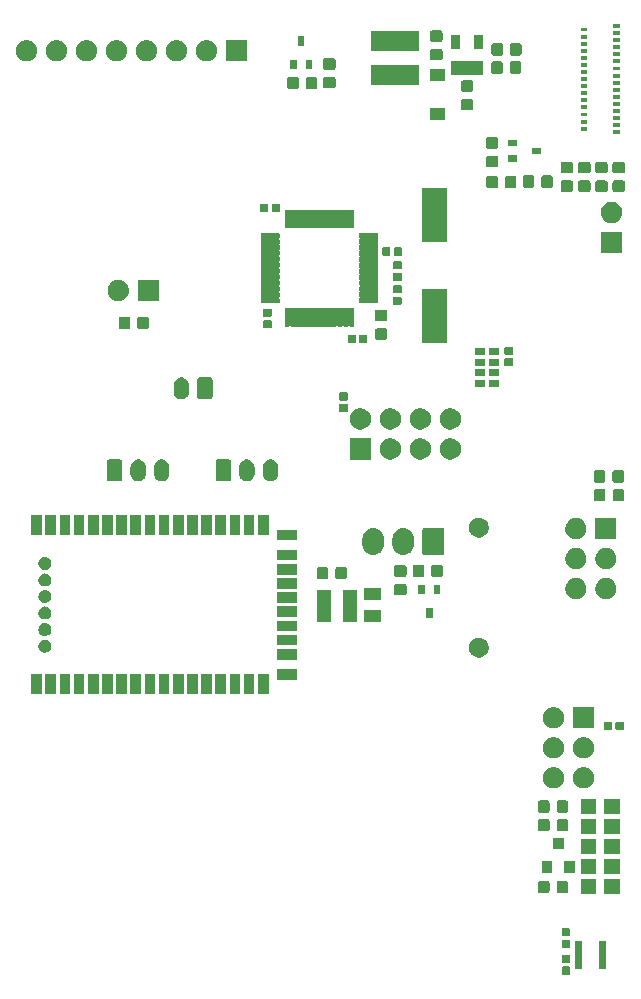
<source format=gbr>
G04 #@! TF.GenerationSoftware,KiCad,Pcbnew,5.1.6*
G04 #@! TF.CreationDate,2020-09-07T17:12:55+08:00*
G04 #@! TF.ProjectId,bt_audio_rec,62745f61-7564-4696-9f5f-7265632e6b69,rev?*
G04 #@! TF.SameCoordinates,Original*
G04 #@! TF.FileFunction,Soldermask,Top*
G04 #@! TF.FilePolarity,Negative*
%FSLAX46Y46*%
G04 Gerber Fmt 4.6, Leading zero omitted, Abs format (unit mm)*
G04 Created by KiCad (PCBNEW 5.1.6) date 2020-09-07 17:12:55*
%MOMM*%
%LPD*%
G01*
G04 APERTURE LIST*
%ADD10C,0.100000*%
G04 APERTURE END LIST*
D10*
G36*
X253091343Y-156942706D02*
G01*
X253111863Y-156948931D01*
X253130776Y-156959040D01*
X253147354Y-156972646D01*
X253160960Y-156989224D01*
X253171069Y-157008137D01*
X253177294Y-157028657D01*
X253180000Y-157056138D01*
X253180000Y-157513862D01*
X253177294Y-157541343D01*
X253171069Y-157561863D01*
X253160960Y-157580776D01*
X253147354Y-157597354D01*
X253130776Y-157610960D01*
X253111863Y-157621069D01*
X253091343Y-157627294D01*
X253063862Y-157630000D01*
X252556138Y-157630000D01*
X252528657Y-157627294D01*
X252508137Y-157621069D01*
X252489224Y-157610960D01*
X252472646Y-157597354D01*
X252459040Y-157580776D01*
X252448931Y-157561863D01*
X252442706Y-157541343D01*
X252440000Y-157513862D01*
X252440000Y-157056138D01*
X252442706Y-157028657D01*
X252448931Y-157008137D01*
X252459040Y-156989224D01*
X252472646Y-156972646D01*
X252489224Y-156959040D01*
X252508137Y-156948931D01*
X252528657Y-156942706D01*
X252556138Y-156940000D01*
X253063862Y-156940000D01*
X253091343Y-156942706D01*
G37*
G36*
X256225000Y-157190000D02*
G01*
X255625000Y-157190000D01*
X255625000Y-154790000D01*
X256225000Y-154790000D01*
X256225000Y-157190000D01*
G37*
G36*
X254175000Y-157190000D02*
G01*
X253575000Y-157190000D01*
X253575000Y-154790000D01*
X254175000Y-154790000D01*
X254175000Y-157190000D01*
G37*
G36*
X253091343Y-155972706D02*
G01*
X253111863Y-155978931D01*
X253130776Y-155989040D01*
X253147354Y-156002646D01*
X253160960Y-156019224D01*
X253171069Y-156038137D01*
X253177294Y-156058657D01*
X253180000Y-156086138D01*
X253180000Y-156543862D01*
X253177294Y-156571343D01*
X253171069Y-156591863D01*
X253160960Y-156610776D01*
X253147354Y-156627354D01*
X253130776Y-156640960D01*
X253111863Y-156651069D01*
X253091343Y-156657294D01*
X253063862Y-156660000D01*
X252556138Y-156660000D01*
X252528657Y-156657294D01*
X252508137Y-156651069D01*
X252489224Y-156640960D01*
X252472646Y-156627354D01*
X252459040Y-156610776D01*
X252448931Y-156591863D01*
X252442706Y-156571343D01*
X252440000Y-156543862D01*
X252440000Y-156086138D01*
X252442706Y-156058657D01*
X252448931Y-156038137D01*
X252459040Y-156019224D01*
X252472646Y-156002646D01*
X252489224Y-155989040D01*
X252508137Y-155978931D01*
X252528657Y-155972706D01*
X252556138Y-155970000D01*
X253063862Y-155970000D01*
X253091343Y-155972706D01*
G37*
G36*
X253091343Y-154682706D02*
G01*
X253111863Y-154688931D01*
X253130776Y-154699040D01*
X253147354Y-154712646D01*
X253160960Y-154729224D01*
X253171069Y-154748137D01*
X253177294Y-154768657D01*
X253180000Y-154796138D01*
X253180000Y-155253862D01*
X253177294Y-155281343D01*
X253171069Y-155301863D01*
X253160960Y-155320776D01*
X253147354Y-155337354D01*
X253130776Y-155350960D01*
X253111863Y-155361069D01*
X253091343Y-155367294D01*
X253063862Y-155370000D01*
X252556138Y-155370000D01*
X252528657Y-155367294D01*
X252508137Y-155361069D01*
X252489224Y-155350960D01*
X252472646Y-155337354D01*
X252459040Y-155320776D01*
X252448931Y-155301863D01*
X252442706Y-155281343D01*
X252440000Y-155253862D01*
X252440000Y-154796138D01*
X252442706Y-154768657D01*
X252448931Y-154748137D01*
X252459040Y-154729224D01*
X252472646Y-154712646D01*
X252489224Y-154699040D01*
X252508137Y-154688931D01*
X252528657Y-154682706D01*
X252556138Y-154680000D01*
X253063862Y-154680000D01*
X253091343Y-154682706D01*
G37*
G36*
X253091343Y-153712706D02*
G01*
X253111863Y-153718931D01*
X253130776Y-153729040D01*
X253147354Y-153742646D01*
X253160960Y-153759224D01*
X253171069Y-153778137D01*
X253177294Y-153798657D01*
X253180000Y-153826138D01*
X253180000Y-154283862D01*
X253177294Y-154311343D01*
X253171069Y-154331863D01*
X253160960Y-154350776D01*
X253147354Y-154367354D01*
X253130776Y-154380960D01*
X253111863Y-154391069D01*
X253091343Y-154397294D01*
X253063862Y-154400000D01*
X252556138Y-154400000D01*
X252528657Y-154397294D01*
X252508137Y-154391069D01*
X252489224Y-154380960D01*
X252472646Y-154367354D01*
X252459040Y-154350776D01*
X252448931Y-154331863D01*
X252442706Y-154311343D01*
X252440000Y-154283862D01*
X252440000Y-153826138D01*
X252442706Y-153798657D01*
X252448931Y-153778137D01*
X252459040Y-153759224D01*
X252472646Y-153742646D01*
X252489224Y-153729040D01*
X252508137Y-153718931D01*
X252528657Y-153712706D01*
X252556138Y-153710000D01*
X253063862Y-153710000D01*
X253091343Y-153712706D01*
G37*
G36*
X257350000Y-150830000D02*
G01*
X256050000Y-150830000D01*
X256050000Y-149530000D01*
X257350000Y-149530000D01*
X257350000Y-150830000D01*
G37*
G36*
X255350000Y-150830000D02*
G01*
X254050000Y-150830000D01*
X254050000Y-149530000D01*
X255350000Y-149530000D01*
X255350000Y-150830000D01*
G37*
G36*
X252851491Y-149689075D02*
G01*
X252885379Y-149699355D01*
X252916612Y-149716050D01*
X252943986Y-149738514D01*
X252966450Y-149765888D01*
X252983145Y-149797121D01*
X252993425Y-149831009D01*
X252997500Y-149872388D01*
X252997500Y-150547612D01*
X252993425Y-150588991D01*
X252983145Y-150622879D01*
X252966450Y-150654112D01*
X252943986Y-150681486D01*
X252916612Y-150703950D01*
X252885379Y-150720645D01*
X252851491Y-150730925D01*
X252810112Y-150735000D01*
X252209888Y-150735000D01*
X252168509Y-150730925D01*
X252134621Y-150720645D01*
X252103388Y-150703950D01*
X252076014Y-150681486D01*
X252053550Y-150654112D01*
X252036855Y-150622879D01*
X252026575Y-150588991D01*
X252022500Y-150547612D01*
X252022500Y-149872388D01*
X252026575Y-149831009D01*
X252036855Y-149797121D01*
X252053550Y-149765888D01*
X252076014Y-149738514D01*
X252103388Y-149716050D01*
X252134621Y-149699355D01*
X252168509Y-149689075D01*
X252209888Y-149685000D01*
X252810112Y-149685000D01*
X252851491Y-149689075D01*
G37*
G36*
X251276491Y-149689075D02*
G01*
X251310379Y-149699355D01*
X251341612Y-149716050D01*
X251368986Y-149738514D01*
X251391450Y-149765888D01*
X251408145Y-149797121D01*
X251418425Y-149831009D01*
X251422500Y-149872388D01*
X251422500Y-150547612D01*
X251418425Y-150588991D01*
X251408145Y-150622879D01*
X251391450Y-150654112D01*
X251368986Y-150681486D01*
X251341612Y-150703950D01*
X251310379Y-150720645D01*
X251276491Y-150730925D01*
X251235112Y-150735000D01*
X250634888Y-150735000D01*
X250593509Y-150730925D01*
X250559621Y-150720645D01*
X250528388Y-150703950D01*
X250501014Y-150681486D01*
X250478550Y-150654112D01*
X250461855Y-150622879D01*
X250451575Y-150588991D01*
X250447500Y-150547612D01*
X250447500Y-149872388D01*
X250451575Y-149831009D01*
X250461855Y-149797121D01*
X250478550Y-149765888D01*
X250501014Y-149738514D01*
X250528388Y-149716050D01*
X250559621Y-149699355D01*
X250593509Y-149689075D01*
X250634888Y-149685000D01*
X251235112Y-149685000D01*
X251276491Y-149689075D01*
G37*
G36*
X257350000Y-149130000D02*
G01*
X256050000Y-149130000D01*
X256050000Y-147830000D01*
X257350000Y-147830000D01*
X257350000Y-149130000D01*
G37*
G36*
X255350000Y-149130000D02*
G01*
X254050000Y-149130000D01*
X254050000Y-147830000D01*
X255350000Y-147830000D01*
X255350000Y-149130000D01*
G37*
G36*
X251670000Y-149030000D02*
G01*
X250770000Y-149030000D01*
X250770000Y-148030000D01*
X251670000Y-148030000D01*
X251670000Y-149030000D01*
G37*
G36*
X253570000Y-149030000D02*
G01*
X252670000Y-149030000D01*
X252670000Y-148030000D01*
X253570000Y-148030000D01*
X253570000Y-149030000D01*
G37*
G36*
X257350000Y-147430000D02*
G01*
X256050000Y-147430000D01*
X256050000Y-146130000D01*
X257350000Y-146130000D01*
X257350000Y-147430000D01*
G37*
G36*
X255350000Y-147430000D02*
G01*
X254050000Y-147430000D01*
X254050000Y-146130000D01*
X255350000Y-146130000D01*
X255350000Y-147430000D01*
G37*
G36*
X252620000Y-147030000D02*
G01*
X251720000Y-147030000D01*
X251720000Y-146030000D01*
X252620000Y-146030000D01*
X252620000Y-147030000D01*
G37*
G36*
X255350000Y-145730000D02*
G01*
X254050000Y-145730000D01*
X254050000Y-144430000D01*
X255350000Y-144430000D01*
X255350000Y-145730000D01*
G37*
G36*
X257350000Y-145730000D02*
G01*
X256050000Y-145730000D01*
X256050000Y-144430000D01*
X257350000Y-144430000D01*
X257350000Y-145730000D01*
G37*
G36*
X251276491Y-144449075D02*
G01*
X251310379Y-144459355D01*
X251341612Y-144476050D01*
X251368986Y-144498514D01*
X251391450Y-144525888D01*
X251408145Y-144557121D01*
X251418425Y-144591009D01*
X251422500Y-144632388D01*
X251422500Y-145307612D01*
X251418425Y-145348991D01*
X251408145Y-145382879D01*
X251391450Y-145414112D01*
X251368986Y-145441486D01*
X251341612Y-145463950D01*
X251310379Y-145480645D01*
X251276491Y-145490925D01*
X251235112Y-145495000D01*
X250634888Y-145495000D01*
X250593509Y-145490925D01*
X250559621Y-145480645D01*
X250528388Y-145463950D01*
X250501014Y-145441486D01*
X250478550Y-145414112D01*
X250461855Y-145382879D01*
X250451575Y-145348991D01*
X250447500Y-145307612D01*
X250447500Y-144632388D01*
X250451575Y-144591009D01*
X250461855Y-144557121D01*
X250478550Y-144525888D01*
X250501014Y-144498514D01*
X250528388Y-144476050D01*
X250559621Y-144459355D01*
X250593509Y-144449075D01*
X250634888Y-144445000D01*
X251235112Y-144445000D01*
X251276491Y-144449075D01*
G37*
G36*
X252851491Y-144449075D02*
G01*
X252885379Y-144459355D01*
X252916612Y-144476050D01*
X252943986Y-144498514D01*
X252966450Y-144525888D01*
X252983145Y-144557121D01*
X252993425Y-144591009D01*
X252997500Y-144632388D01*
X252997500Y-145307612D01*
X252993425Y-145348991D01*
X252983145Y-145382879D01*
X252966450Y-145414112D01*
X252943986Y-145441486D01*
X252916612Y-145463950D01*
X252885379Y-145480645D01*
X252851491Y-145490925D01*
X252810112Y-145495000D01*
X252209888Y-145495000D01*
X252168509Y-145490925D01*
X252134621Y-145480645D01*
X252103388Y-145463950D01*
X252076014Y-145441486D01*
X252053550Y-145414112D01*
X252036855Y-145382879D01*
X252026575Y-145348991D01*
X252022500Y-145307612D01*
X252022500Y-144632388D01*
X252026575Y-144591009D01*
X252036855Y-144557121D01*
X252053550Y-144525888D01*
X252076014Y-144498514D01*
X252103388Y-144476050D01*
X252134621Y-144459355D01*
X252168509Y-144449075D01*
X252209888Y-144445000D01*
X252810112Y-144445000D01*
X252851491Y-144449075D01*
G37*
G36*
X255350000Y-144030000D02*
G01*
X254050000Y-144030000D01*
X254050000Y-142730000D01*
X255350000Y-142730000D01*
X255350000Y-144030000D01*
G37*
G36*
X257350000Y-144030000D02*
G01*
X256050000Y-144030000D01*
X256050000Y-142730000D01*
X257350000Y-142730000D01*
X257350000Y-144030000D01*
G37*
G36*
X252851491Y-142879075D02*
G01*
X252885379Y-142889355D01*
X252916612Y-142906050D01*
X252943986Y-142928514D01*
X252966450Y-142955888D01*
X252983145Y-142987121D01*
X252993425Y-143021009D01*
X252997500Y-143062388D01*
X252997500Y-143737612D01*
X252993425Y-143778991D01*
X252983145Y-143812879D01*
X252966450Y-143844112D01*
X252943986Y-143871486D01*
X252916612Y-143893950D01*
X252885379Y-143910645D01*
X252851491Y-143920925D01*
X252810112Y-143925000D01*
X252209888Y-143925000D01*
X252168509Y-143920925D01*
X252134621Y-143910645D01*
X252103388Y-143893950D01*
X252076014Y-143871486D01*
X252053550Y-143844112D01*
X252036855Y-143812879D01*
X252026575Y-143778991D01*
X252022500Y-143737612D01*
X252022500Y-143062388D01*
X252026575Y-143021009D01*
X252036855Y-142987121D01*
X252053550Y-142955888D01*
X252076014Y-142928514D01*
X252103388Y-142906050D01*
X252134621Y-142889355D01*
X252168509Y-142879075D01*
X252209888Y-142875000D01*
X252810112Y-142875000D01*
X252851491Y-142879075D01*
G37*
G36*
X251276491Y-142879075D02*
G01*
X251310379Y-142889355D01*
X251341612Y-142906050D01*
X251368986Y-142928514D01*
X251391450Y-142955888D01*
X251408145Y-142987121D01*
X251418425Y-143021009D01*
X251422500Y-143062388D01*
X251422500Y-143737612D01*
X251418425Y-143778991D01*
X251408145Y-143812879D01*
X251391450Y-143844112D01*
X251368986Y-143871486D01*
X251341612Y-143893950D01*
X251310379Y-143910645D01*
X251276491Y-143920925D01*
X251235112Y-143925000D01*
X250634888Y-143925000D01*
X250593509Y-143920925D01*
X250559621Y-143910645D01*
X250528388Y-143893950D01*
X250501014Y-143871486D01*
X250478550Y-143844112D01*
X250461855Y-143812879D01*
X250451575Y-143778991D01*
X250447500Y-143737612D01*
X250447500Y-143062388D01*
X250451575Y-143021009D01*
X250461855Y-142987121D01*
X250478550Y-142955888D01*
X250501014Y-142928514D01*
X250528388Y-142906050D01*
X250559621Y-142889355D01*
X250593509Y-142879075D01*
X250634888Y-142875000D01*
X251235112Y-142875000D01*
X251276491Y-142879075D01*
G37*
G36*
X254562520Y-140104586D02*
G01*
X254726310Y-140172430D01*
X254873717Y-140270924D01*
X254999076Y-140396283D01*
X255097570Y-140543690D01*
X255165414Y-140707480D01*
X255200000Y-140881358D01*
X255200000Y-141058642D01*
X255165414Y-141232520D01*
X255097570Y-141396310D01*
X254999076Y-141543717D01*
X254873717Y-141669076D01*
X254726310Y-141767570D01*
X254726309Y-141767571D01*
X254726308Y-141767571D01*
X254562520Y-141835414D01*
X254388644Y-141870000D01*
X254211356Y-141870000D01*
X254037480Y-141835414D01*
X253873692Y-141767571D01*
X253873691Y-141767571D01*
X253873690Y-141767570D01*
X253726283Y-141669076D01*
X253600924Y-141543717D01*
X253502430Y-141396310D01*
X253434586Y-141232520D01*
X253400000Y-141058642D01*
X253400000Y-140881358D01*
X253434586Y-140707480D01*
X253502430Y-140543690D01*
X253600924Y-140396283D01*
X253726283Y-140270924D01*
X253873690Y-140172430D01*
X254037480Y-140104586D01*
X254211356Y-140070000D01*
X254388644Y-140070000D01*
X254562520Y-140104586D01*
G37*
G36*
X252022520Y-140104586D02*
G01*
X252186310Y-140172430D01*
X252333717Y-140270924D01*
X252459076Y-140396283D01*
X252557570Y-140543690D01*
X252625414Y-140707480D01*
X252660000Y-140881358D01*
X252660000Y-141058642D01*
X252625414Y-141232520D01*
X252557570Y-141396310D01*
X252459076Y-141543717D01*
X252333717Y-141669076D01*
X252186310Y-141767570D01*
X252186309Y-141767571D01*
X252186308Y-141767571D01*
X252022520Y-141835414D01*
X251848644Y-141870000D01*
X251671356Y-141870000D01*
X251497480Y-141835414D01*
X251333692Y-141767571D01*
X251333691Y-141767571D01*
X251333690Y-141767570D01*
X251186283Y-141669076D01*
X251060924Y-141543717D01*
X250962430Y-141396310D01*
X250894586Y-141232520D01*
X250860000Y-141058642D01*
X250860000Y-140881358D01*
X250894586Y-140707480D01*
X250962430Y-140543690D01*
X251060924Y-140396283D01*
X251186283Y-140270924D01*
X251333690Y-140172430D01*
X251497480Y-140104586D01*
X251671356Y-140070000D01*
X251848644Y-140070000D01*
X252022520Y-140104586D01*
G37*
G36*
X254562520Y-137564586D02*
G01*
X254726310Y-137632430D01*
X254873717Y-137730924D01*
X254999076Y-137856283D01*
X255097570Y-138003690D01*
X255165414Y-138167480D01*
X255200000Y-138341358D01*
X255200000Y-138518642D01*
X255165414Y-138692520D01*
X255097570Y-138856310D01*
X254999076Y-139003717D01*
X254873717Y-139129076D01*
X254726310Y-139227570D01*
X254726309Y-139227571D01*
X254726308Y-139227571D01*
X254562520Y-139295414D01*
X254388644Y-139330000D01*
X254211356Y-139330000D01*
X254037480Y-139295414D01*
X253873692Y-139227571D01*
X253873691Y-139227571D01*
X253873690Y-139227570D01*
X253726283Y-139129076D01*
X253600924Y-139003717D01*
X253502430Y-138856310D01*
X253434586Y-138692520D01*
X253400000Y-138518642D01*
X253400000Y-138341358D01*
X253434586Y-138167480D01*
X253502430Y-138003690D01*
X253600924Y-137856283D01*
X253726283Y-137730924D01*
X253873690Y-137632430D01*
X254037480Y-137564586D01*
X254211356Y-137530000D01*
X254388644Y-137530000D01*
X254562520Y-137564586D01*
G37*
G36*
X252022520Y-137564586D02*
G01*
X252186310Y-137632430D01*
X252333717Y-137730924D01*
X252459076Y-137856283D01*
X252557570Y-138003690D01*
X252625414Y-138167480D01*
X252660000Y-138341358D01*
X252660000Y-138518642D01*
X252625414Y-138692520D01*
X252557570Y-138856310D01*
X252459076Y-139003717D01*
X252333717Y-139129076D01*
X252186310Y-139227570D01*
X252186309Y-139227571D01*
X252186308Y-139227571D01*
X252022520Y-139295414D01*
X251848644Y-139330000D01*
X251671356Y-139330000D01*
X251497480Y-139295414D01*
X251333692Y-139227571D01*
X251333691Y-139227571D01*
X251333690Y-139227570D01*
X251186283Y-139129076D01*
X251060924Y-139003717D01*
X250962430Y-138856310D01*
X250894586Y-138692520D01*
X250860000Y-138518642D01*
X250860000Y-138341358D01*
X250894586Y-138167480D01*
X250962430Y-138003690D01*
X251060924Y-137856283D01*
X251186283Y-137730924D01*
X251333690Y-137632430D01*
X251497480Y-137564586D01*
X251671356Y-137530000D01*
X251848644Y-137530000D01*
X252022520Y-137564586D01*
G37*
G36*
X256641343Y-136212706D02*
G01*
X256661863Y-136218931D01*
X256680776Y-136229040D01*
X256697354Y-136242646D01*
X256710960Y-136259224D01*
X256721069Y-136278137D01*
X256727294Y-136298657D01*
X256730000Y-136326138D01*
X256730000Y-136833862D01*
X256727294Y-136861343D01*
X256721069Y-136881863D01*
X256710960Y-136900776D01*
X256697354Y-136917354D01*
X256680776Y-136930960D01*
X256661863Y-136941069D01*
X256641343Y-136947294D01*
X256613862Y-136950000D01*
X256156138Y-136950000D01*
X256128657Y-136947294D01*
X256108137Y-136941069D01*
X256089224Y-136930960D01*
X256072646Y-136917354D01*
X256059040Y-136900776D01*
X256048931Y-136881863D01*
X256042706Y-136861343D01*
X256040000Y-136833862D01*
X256040000Y-136326138D01*
X256042706Y-136298657D01*
X256048931Y-136278137D01*
X256059040Y-136259224D01*
X256072646Y-136242646D01*
X256089224Y-136229040D01*
X256108137Y-136218931D01*
X256128657Y-136212706D01*
X256156138Y-136210000D01*
X256613862Y-136210000D01*
X256641343Y-136212706D01*
G37*
G36*
X257611343Y-136212706D02*
G01*
X257631863Y-136218931D01*
X257650776Y-136229040D01*
X257667354Y-136242646D01*
X257680960Y-136259224D01*
X257691069Y-136278137D01*
X257697294Y-136298657D01*
X257700000Y-136326138D01*
X257700000Y-136833862D01*
X257697294Y-136861343D01*
X257691069Y-136881863D01*
X257680960Y-136900776D01*
X257667354Y-136917354D01*
X257650776Y-136930960D01*
X257631863Y-136941069D01*
X257611343Y-136947294D01*
X257583862Y-136950000D01*
X257126138Y-136950000D01*
X257098657Y-136947294D01*
X257078137Y-136941069D01*
X257059224Y-136930960D01*
X257042646Y-136917354D01*
X257029040Y-136900776D01*
X257018931Y-136881863D01*
X257012706Y-136861343D01*
X257010000Y-136833862D01*
X257010000Y-136326138D01*
X257012706Y-136298657D01*
X257018931Y-136278137D01*
X257029040Y-136259224D01*
X257042646Y-136242646D01*
X257059224Y-136229040D01*
X257078137Y-136218931D01*
X257098657Y-136212706D01*
X257126138Y-136210000D01*
X257583862Y-136210000D01*
X257611343Y-136212706D01*
G37*
G36*
X252022520Y-135024586D02*
G01*
X252186310Y-135092430D01*
X252333717Y-135190924D01*
X252459076Y-135316283D01*
X252557570Y-135463690D01*
X252557571Y-135463692D01*
X252625414Y-135627480D01*
X252660000Y-135801356D01*
X252660000Y-135978644D01*
X252625414Y-136152520D01*
X252589564Y-136239071D01*
X252557570Y-136316310D01*
X252459076Y-136463717D01*
X252333717Y-136589076D01*
X252186310Y-136687570D01*
X252186309Y-136687571D01*
X252186308Y-136687571D01*
X252022520Y-136755414D01*
X251848644Y-136790000D01*
X251671356Y-136790000D01*
X251497480Y-136755414D01*
X251333692Y-136687571D01*
X251333691Y-136687571D01*
X251333690Y-136687570D01*
X251186283Y-136589076D01*
X251060924Y-136463717D01*
X250962430Y-136316310D01*
X250930437Y-136239071D01*
X250894586Y-136152520D01*
X250860000Y-135978644D01*
X250860000Y-135801356D01*
X250894586Y-135627480D01*
X250962429Y-135463692D01*
X250962430Y-135463690D01*
X251060924Y-135316283D01*
X251186283Y-135190924D01*
X251333690Y-135092430D01*
X251497480Y-135024586D01*
X251671356Y-134990000D01*
X251848644Y-134990000D01*
X252022520Y-135024586D01*
G37*
G36*
X255200000Y-136790000D02*
G01*
X253400000Y-136790000D01*
X253400000Y-134990000D01*
X255200000Y-134990000D01*
X255200000Y-136790000D01*
G37*
G36*
X220440000Y-133910000D02*
G01*
X219540000Y-133910000D01*
X219540000Y-132210000D01*
X220440000Y-132210000D01*
X220440000Y-133910000D01*
G37*
G36*
X221640000Y-133910000D02*
G01*
X220740000Y-133910000D01*
X220740000Y-132210000D01*
X221640000Y-132210000D01*
X221640000Y-133910000D01*
G37*
G36*
X216840000Y-133910000D02*
G01*
X215940000Y-133910000D01*
X215940000Y-132210000D01*
X216840000Y-132210000D01*
X216840000Y-133910000D01*
G37*
G36*
X222840000Y-133910000D02*
G01*
X221940000Y-133910000D01*
X221940000Y-132210000D01*
X222840000Y-132210000D01*
X222840000Y-133910000D01*
G37*
G36*
X224040000Y-133910000D02*
G01*
X223140000Y-133910000D01*
X223140000Y-132210000D01*
X224040000Y-132210000D01*
X224040000Y-133910000D01*
G37*
G36*
X225240000Y-133910000D02*
G01*
X224340000Y-133910000D01*
X224340000Y-132210000D01*
X225240000Y-132210000D01*
X225240000Y-133910000D01*
G37*
G36*
X226440000Y-133910000D02*
G01*
X225540000Y-133910000D01*
X225540000Y-132210000D01*
X226440000Y-132210000D01*
X226440000Y-133910000D01*
G37*
G36*
X227640000Y-133910000D02*
G01*
X226740000Y-133910000D01*
X226740000Y-132210000D01*
X227640000Y-132210000D01*
X227640000Y-133910000D01*
G37*
G36*
X215640000Y-133910000D02*
G01*
X214740000Y-133910000D01*
X214740000Y-132210000D01*
X215640000Y-132210000D01*
X215640000Y-133910000D01*
G37*
G36*
X218040000Y-133910000D02*
G01*
X217140000Y-133910000D01*
X217140000Y-132210000D01*
X218040000Y-132210000D01*
X218040000Y-133910000D01*
G37*
G36*
X219240000Y-133910000D02*
G01*
X218340000Y-133910000D01*
X218340000Y-132210000D01*
X219240000Y-132210000D01*
X219240000Y-133910000D01*
G37*
G36*
X209640000Y-133910000D02*
G01*
X208740000Y-133910000D01*
X208740000Y-132210000D01*
X209640000Y-132210000D01*
X209640000Y-133910000D01*
G37*
G36*
X210840000Y-133910000D02*
G01*
X209940000Y-133910000D01*
X209940000Y-132210000D01*
X210840000Y-132210000D01*
X210840000Y-133910000D01*
G37*
G36*
X212040000Y-133910000D02*
G01*
X211140000Y-133910000D01*
X211140000Y-132210000D01*
X212040000Y-132210000D01*
X212040000Y-133910000D01*
G37*
G36*
X213240000Y-133910000D02*
G01*
X212340000Y-133910000D01*
X212340000Y-132210000D01*
X213240000Y-132210000D01*
X213240000Y-133910000D01*
G37*
G36*
X214440000Y-133910000D02*
G01*
X213540000Y-133910000D01*
X213540000Y-132210000D01*
X214440000Y-132210000D01*
X214440000Y-133910000D01*
G37*
G36*
X208440000Y-133910000D02*
G01*
X207540000Y-133910000D01*
X207540000Y-132210000D01*
X208440000Y-132210000D01*
X208440000Y-133910000D01*
G37*
G36*
X230040000Y-132660000D02*
G01*
X228340000Y-132660000D01*
X228340000Y-131760000D01*
X230040000Y-131760000D01*
X230040000Y-132660000D01*
G37*
G36*
X230040000Y-130960000D02*
G01*
X228340000Y-130960000D01*
X228340000Y-130060000D01*
X230040000Y-130060000D01*
X230040000Y-130960000D01*
G37*
G36*
X245677935Y-129122664D02*
G01*
X245832624Y-129186739D01*
X245832626Y-129186740D01*
X245971844Y-129279762D01*
X246090238Y-129398156D01*
X246131157Y-129459396D01*
X246183261Y-129537376D01*
X246247336Y-129692065D01*
X246280000Y-129856281D01*
X246280000Y-130023719D01*
X246247336Y-130187935D01*
X246226924Y-130237213D01*
X246183260Y-130342626D01*
X246090238Y-130481844D01*
X245971844Y-130600238D01*
X245832626Y-130693260D01*
X245832625Y-130693261D01*
X245832624Y-130693261D01*
X245677935Y-130757336D01*
X245513719Y-130790000D01*
X245346281Y-130790000D01*
X245182065Y-130757336D01*
X245027376Y-130693261D01*
X245027375Y-130693261D01*
X245027374Y-130693260D01*
X244888156Y-130600238D01*
X244769762Y-130481844D01*
X244676740Y-130342626D01*
X244633076Y-130237213D01*
X244612664Y-130187935D01*
X244580000Y-130023719D01*
X244580000Y-129856281D01*
X244612664Y-129692065D01*
X244676739Y-129537376D01*
X244728843Y-129459396D01*
X244769762Y-129398156D01*
X244888156Y-129279762D01*
X245027374Y-129186740D01*
X245027376Y-129186739D01*
X245182065Y-129122664D01*
X245346281Y-129090000D01*
X245513719Y-129090000D01*
X245677935Y-129122664D01*
G37*
G36*
X208815009Y-129274091D02*
G01*
X208850429Y-129281136D01*
X208900476Y-129301866D01*
X208950524Y-129322597D01*
X209040602Y-129382785D01*
X209117215Y-129459398D01*
X209177403Y-129549476D01*
X209218864Y-129649572D01*
X209240000Y-129755828D01*
X209240000Y-129864172D01*
X209218864Y-129970428D01*
X209177403Y-130070524D01*
X209117215Y-130160602D01*
X209040602Y-130237215D01*
X208950524Y-130297403D01*
X208900476Y-130318134D01*
X208850429Y-130338864D01*
X208815009Y-130345909D01*
X208744172Y-130360000D01*
X208635828Y-130360000D01*
X208564991Y-130345909D01*
X208529571Y-130338864D01*
X208479524Y-130318134D01*
X208429476Y-130297403D01*
X208339398Y-130237215D01*
X208262785Y-130160602D01*
X208202597Y-130070524D01*
X208161136Y-129970428D01*
X208140000Y-129864172D01*
X208140000Y-129755828D01*
X208161136Y-129649572D01*
X208202597Y-129549476D01*
X208262785Y-129459398D01*
X208339398Y-129382785D01*
X208429476Y-129322597D01*
X208479524Y-129301866D01*
X208529571Y-129281136D01*
X208564991Y-129274091D01*
X208635828Y-129260000D01*
X208744172Y-129260000D01*
X208815009Y-129274091D01*
G37*
G36*
X230040000Y-129760000D02*
G01*
X228340000Y-129760000D01*
X228340000Y-128860000D01*
X230040000Y-128860000D01*
X230040000Y-129760000D01*
G37*
G36*
X208815009Y-127874091D02*
G01*
X208850429Y-127881136D01*
X208900476Y-127901867D01*
X208950524Y-127922597D01*
X209040602Y-127982785D01*
X209117215Y-128059398D01*
X209177403Y-128149476D01*
X209218864Y-128249572D01*
X209240000Y-128355828D01*
X209240000Y-128464172D01*
X209218864Y-128570428D01*
X209177403Y-128670524D01*
X209117215Y-128760602D01*
X209040602Y-128837215D01*
X208950524Y-128897403D01*
X208900476Y-128918134D01*
X208850429Y-128938864D01*
X208815009Y-128945909D01*
X208744172Y-128960000D01*
X208635828Y-128960000D01*
X208564991Y-128945909D01*
X208529571Y-128938864D01*
X208479524Y-128918134D01*
X208429476Y-128897403D01*
X208339398Y-128837215D01*
X208262785Y-128760602D01*
X208202597Y-128670524D01*
X208161136Y-128570428D01*
X208140000Y-128464172D01*
X208140000Y-128355828D01*
X208161136Y-128249572D01*
X208202597Y-128149476D01*
X208262785Y-128059398D01*
X208339398Y-127982785D01*
X208429476Y-127922597D01*
X208479524Y-127901867D01*
X208529571Y-127881136D01*
X208564991Y-127874091D01*
X208635828Y-127860000D01*
X208744172Y-127860000D01*
X208815009Y-127874091D01*
G37*
G36*
X230040000Y-128560000D02*
G01*
X228340000Y-128560000D01*
X228340000Y-127660000D01*
X230040000Y-127660000D01*
X230040000Y-128560000D01*
G37*
G36*
X237013867Y-126744556D02*
G01*
X237052448Y-126756259D01*
X237088001Y-126775263D01*
X237119163Y-126800837D01*
X237144737Y-126831999D01*
X237163741Y-126867552D01*
X237175444Y-126906133D01*
X237180000Y-126952390D01*
X237180000Y-127602610D01*
X237175444Y-127648867D01*
X237163741Y-127687448D01*
X237144737Y-127723001D01*
X237119163Y-127754163D01*
X237088001Y-127779737D01*
X237052448Y-127798741D01*
X237013867Y-127810444D01*
X236967610Y-127815000D01*
X235892390Y-127815000D01*
X235846133Y-127810444D01*
X235807552Y-127798741D01*
X235771999Y-127779737D01*
X235740837Y-127754163D01*
X235715263Y-127723001D01*
X235696259Y-127687448D01*
X235684556Y-127648867D01*
X235680000Y-127602610D01*
X235680000Y-126952390D01*
X235684556Y-126906133D01*
X235696259Y-126867552D01*
X235715263Y-126831999D01*
X235740837Y-126800837D01*
X235771999Y-126775263D01*
X235807552Y-126756259D01*
X235846133Y-126744556D01*
X235892390Y-126740000D01*
X236967610Y-126740000D01*
X237013867Y-126744556D01*
G37*
G36*
X232900000Y-127735000D02*
G01*
X231740000Y-127735000D01*
X231740000Y-125085000D01*
X232900000Y-125085000D01*
X232900000Y-127735000D01*
G37*
G36*
X235100000Y-127735000D02*
G01*
X233940000Y-127735000D01*
X233940000Y-125085000D01*
X235100000Y-125085000D01*
X235100000Y-127735000D01*
G37*
G36*
X208815009Y-126474091D02*
G01*
X208850429Y-126481136D01*
X208900476Y-126501866D01*
X208950524Y-126522597D01*
X209040602Y-126582785D01*
X209117215Y-126659398D01*
X209177403Y-126749476D01*
X209218864Y-126849572D01*
X209240000Y-126955828D01*
X209240000Y-127064172D01*
X209218864Y-127170428D01*
X209177403Y-127270524D01*
X209117215Y-127360602D01*
X209040602Y-127437215D01*
X208950524Y-127497403D01*
X208900476Y-127518133D01*
X208850429Y-127538864D01*
X208815009Y-127545909D01*
X208744172Y-127560000D01*
X208635828Y-127560000D01*
X208564991Y-127545909D01*
X208529571Y-127538864D01*
X208479524Y-127518133D01*
X208429476Y-127497403D01*
X208339398Y-127437215D01*
X208262785Y-127360602D01*
X208202597Y-127270524D01*
X208161136Y-127170428D01*
X208140000Y-127064172D01*
X208140000Y-126955828D01*
X208161136Y-126849572D01*
X208202597Y-126749476D01*
X208262785Y-126659398D01*
X208339398Y-126582785D01*
X208429476Y-126522597D01*
X208479524Y-126501866D01*
X208529571Y-126481136D01*
X208564991Y-126474091D01*
X208635828Y-126460000D01*
X208744172Y-126460000D01*
X208815009Y-126474091D01*
G37*
G36*
X241525000Y-127410000D02*
G01*
X240975000Y-127410000D01*
X240975000Y-126610000D01*
X241525000Y-126610000D01*
X241525000Y-127410000D01*
G37*
G36*
X230040000Y-127360000D02*
G01*
X228340000Y-127360000D01*
X228340000Y-126460000D01*
X230040000Y-126460000D01*
X230040000Y-127360000D01*
G37*
G36*
X230040000Y-126160000D02*
G01*
X228340000Y-126160000D01*
X228340000Y-125260000D01*
X230040000Y-125260000D01*
X230040000Y-126160000D01*
G37*
G36*
X208815009Y-125074091D02*
G01*
X208850429Y-125081136D01*
X208859757Y-125085000D01*
X208950524Y-125122597D01*
X209040602Y-125182785D01*
X209117215Y-125259398D01*
X209177403Y-125349476D01*
X209177403Y-125349477D01*
X209216394Y-125443607D01*
X209218864Y-125449572D01*
X209240000Y-125555828D01*
X209240000Y-125664172D01*
X209218864Y-125770428D01*
X209177403Y-125870524D01*
X209117215Y-125960602D01*
X209040602Y-126037215D01*
X208950524Y-126097403D01*
X208900476Y-126118134D01*
X208850429Y-126138864D01*
X208815009Y-126145909D01*
X208744172Y-126160000D01*
X208635828Y-126160000D01*
X208564991Y-126145909D01*
X208529571Y-126138864D01*
X208479524Y-126118134D01*
X208429476Y-126097403D01*
X208339398Y-126037215D01*
X208262785Y-125960602D01*
X208202597Y-125870524D01*
X208161136Y-125770428D01*
X208140000Y-125664172D01*
X208140000Y-125555828D01*
X208161136Y-125449572D01*
X208163607Y-125443607D01*
X208202597Y-125349477D01*
X208202597Y-125349476D01*
X208262785Y-125259398D01*
X208339398Y-125182785D01*
X208429476Y-125122597D01*
X208520243Y-125085000D01*
X208529571Y-125081136D01*
X208564991Y-125074091D01*
X208635828Y-125060000D01*
X208744172Y-125060000D01*
X208815009Y-125074091D01*
G37*
G36*
X237013867Y-124869556D02*
G01*
X237052448Y-124881259D01*
X237088001Y-124900263D01*
X237119163Y-124925837D01*
X237144737Y-124956999D01*
X237163741Y-124992552D01*
X237175444Y-125031133D01*
X237180000Y-125077390D01*
X237180000Y-125727610D01*
X237175444Y-125773867D01*
X237163741Y-125812448D01*
X237144737Y-125848001D01*
X237119163Y-125879163D01*
X237088001Y-125904737D01*
X237052448Y-125923741D01*
X237013867Y-125935444D01*
X236967610Y-125940000D01*
X235892390Y-125940000D01*
X235846133Y-125935444D01*
X235807552Y-125923741D01*
X235771999Y-125904737D01*
X235740837Y-125879163D01*
X235715263Y-125848001D01*
X235696259Y-125812448D01*
X235684556Y-125773867D01*
X235680000Y-125727610D01*
X235680000Y-125077390D01*
X235684556Y-125031133D01*
X235696259Y-124992552D01*
X235715263Y-124956999D01*
X235740837Y-124925837D01*
X235771999Y-124900263D01*
X235807552Y-124881259D01*
X235846133Y-124869556D01*
X235892390Y-124865000D01*
X236967610Y-124865000D01*
X237013867Y-124869556D01*
G37*
G36*
X253912520Y-124084586D02*
G01*
X254061864Y-124146446D01*
X254076310Y-124152430D01*
X254223717Y-124250924D01*
X254349076Y-124376283D01*
X254447570Y-124523690D01*
X254447571Y-124523692D01*
X254462860Y-124560604D01*
X254515414Y-124687480D01*
X254550000Y-124861358D01*
X254550000Y-125038642D01*
X254515414Y-125212520D01*
X254447570Y-125376310D01*
X254349076Y-125523717D01*
X254223717Y-125649076D01*
X254076310Y-125747570D01*
X254076309Y-125747571D01*
X254076308Y-125747571D01*
X253912520Y-125815414D01*
X253738644Y-125850000D01*
X253561356Y-125850000D01*
X253387480Y-125815414D01*
X253223692Y-125747571D01*
X253223691Y-125747571D01*
X253223690Y-125747570D01*
X253076283Y-125649076D01*
X252950924Y-125523717D01*
X252852430Y-125376310D01*
X252784586Y-125212520D01*
X252750000Y-125038642D01*
X252750000Y-124861358D01*
X252784586Y-124687480D01*
X252837140Y-124560604D01*
X252852429Y-124523692D01*
X252852430Y-124523690D01*
X252950924Y-124376283D01*
X253076283Y-124250924D01*
X253223690Y-124152430D01*
X253238137Y-124146446D01*
X253387480Y-124084586D01*
X253561356Y-124050000D01*
X253738644Y-124050000D01*
X253912520Y-124084586D01*
G37*
G36*
X256452520Y-124084586D02*
G01*
X256601864Y-124146446D01*
X256616310Y-124152430D01*
X256763717Y-124250924D01*
X256889076Y-124376283D01*
X256987570Y-124523690D01*
X256987571Y-124523692D01*
X257002860Y-124560604D01*
X257055414Y-124687480D01*
X257090000Y-124861358D01*
X257090000Y-125038642D01*
X257055414Y-125212520D01*
X256987570Y-125376310D01*
X256889076Y-125523717D01*
X256763717Y-125649076D01*
X256616310Y-125747570D01*
X256616309Y-125747571D01*
X256616308Y-125747571D01*
X256452520Y-125815414D01*
X256278644Y-125850000D01*
X256101356Y-125850000D01*
X255927480Y-125815414D01*
X255763692Y-125747571D01*
X255763691Y-125747571D01*
X255763690Y-125747570D01*
X255616283Y-125649076D01*
X255490924Y-125523717D01*
X255392430Y-125376310D01*
X255324586Y-125212520D01*
X255290000Y-125038642D01*
X255290000Y-124861358D01*
X255324586Y-124687480D01*
X255377140Y-124560604D01*
X255392429Y-124523692D01*
X255392430Y-124523690D01*
X255490924Y-124376283D01*
X255616283Y-124250924D01*
X255763690Y-124152430D01*
X255778137Y-124146446D01*
X255927480Y-124084586D01*
X256101356Y-124050000D01*
X256278644Y-124050000D01*
X256452520Y-124084586D01*
G37*
G36*
X239168991Y-124544075D02*
G01*
X239202879Y-124554355D01*
X239234112Y-124571050D01*
X239261486Y-124593514D01*
X239283950Y-124620888D01*
X239300645Y-124652121D01*
X239310925Y-124686009D01*
X239315000Y-124727388D01*
X239315000Y-125327612D01*
X239310925Y-125368991D01*
X239300645Y-125402879D01*
X239283950Y-125434112D01*
X239261486Y-125461486D01*
X239234112Y-125483950D01*
X239202879Y-125500645D01*
X239168991Y-125510925D01*
X239127612Y-125515000D01*
X238452388Y-125515000D01*
X238411009Y-125510925D01*
X238377121Y-125500645D01*
X238345888Y-125483950D01*
X238318514Y-125461486D01*
X238296050Y-125434112D01*
X238279355Y-125402879D01*
X238269075Y-125368991D01*
X238265000Y-125327612D01*
X238265000Y-124727388D01*
X238269075Y-124686009D01*
X238279355Y-124652121D01*
X238296050Y-124620888D01*
X238318514Y-124593514D01*
X238345888Y-124571050D01*
X238377121Y-124554355D01*
X238411009Y-124544075D01*
X238452388Y-124540000D01*
X239127612Y-124540000D01*
X239168991Y-124544075D01*
G37*
G36*
X242175000Y-125410000D02*
G01*
X241625000Y-125410000D01*
X241625000Y-124610000D01*
X242175000Y-124610000D01*
X242175000Y-125410000D01*
G37*
G36*
X240875000Y-125410000D02*
G01*
X240325000Y-125410000D01*
X240325000Y-124610000D01*
X240875000Y-124610000D01*
X240875000Y-125410000D01*
G37*
G36*
X230040000Y-124960000D02*
G01*
X228340000Y-124960000D01*
X228340000Y-124060000D01*
X230040000Y-124060000D01*
X230040000Y-124960000D01*
G37*
G36*
X208815009Y-123674091D02*
G01*
X208850429Y-123681136D01*
X208886917Y-123696250D01*
X208950524Y-123722597D01*
X209040602Y-123782785D01*
X209117215Y-123859398D01*
X209177403Y-123949476D01*
X209218864Y-124049572D01*
X209238134Y-124146446D01*
X209240000Y-124155830D01*
X209240000Y-124264170D01*
X209218864Y-124370429D01*
X209198134Y-124420476D01*
X209177403Y-124470524D01*
X209117215Y-124560602D01*
X209040602Y-124637215D01*
X208950524Y-124697403D01*
X208900476Y-124718134D01*
X208850429Y-124738864D01*
X208815009Y-124745909D01*
X208744172Y-124760000D01*
X208635828Y-124760000D01*
X208564991Y-124745909D01*
X208529571Y-124738864D01*
X208479524Y-124718134D01*
X208429476Y-124697403D01*
X208339398Y-124637215D01*
X208262785Y-124560602D01*
X208202597Y-124470524D01*
X208181866Y-124420476D01*
X208161136Y-124370429D01*
X208140000Y-124264170D01*
X208140000Y-124155830D01*
X208141867Y-124146446D01*
X208161136Y-124049572D01*
X208202597Y-123949476D01*
X208262785Y-123859398D01*
X208339398Y-123782785D01*
X208429476Y-123722597D01*
X208493083Y-123696250D01*
X208529571Y-123681136D01*
X208564991Y-123674091D01*
X208635828Y-123660000D01*
X208744172Y-123660000D01*
X208815009Y-123674091D01*
G37*
G36*
X232543991Y-123119075D02*
G01*
X232577879Y-123129355D01*
X232609112Y-123146050D01*
X232636486Y-123168514D01*
X232658950Y-123195888D01*
X232675645Y-123227121D01*
X232685925Y-123261009D01*
X232690000Y-123302388D01*
X232690000Y-123977612D01*
X232685925Y-124018991D01*
X232675645Y-124052879D01*
X232658950Y-124084112D01*
X232636486Y-124111486D01*
X232609112Y-124133950D01*
X232577879Y-124150645D01*
X232543991Y-124160925D01*
X232502612Y-124165000D01*
X231902388Y-124165000D01*
X231861009Y-124160925D01*
X231827121Y-124150645D01*
X231795888Y-124133950D01*
X231768514Y-124111486D01*
X231746050Y-124084112D01*
X231729355Y-124052879D01*
X231719075Y-124018991D01*
X231715000Y-123977612D01*
X231715000Y-123302388D01*
X231719075Y-123261009D01*
X231729355Y-123227121D01*
X231746050Y-123195888D01*
X231768514Y-123168514D01*
X231795888Y-123146050D01*
X231827121Y-123129355D01*
X231861009Y-123119075D01*
X231902388Y-123115000D01*
X232502612Y-123115000D01*
X232543991Y-123119075D01*
G37*
G36*
X234118991Y-123119075D02*
G01*
X234152879Y-123129355D01*
X234184112Y-123146050D01*
X234211486Y-123168514D01*
X234233950Y-123195888D01*
X234250645Y-123227121D01*
X234260925Y-123261009D01*
X234265000Y-123302388D01*
X234265000Y-123977612D01*
X234260925Y-124018991D01*
X234250645Y-124052879D01*
X234233950Y-124084112D01*
X234211486Y-124111486D01*
X234184112Y-124133950D01*
X234152879Y-124150645D01*
X234118991Y-124160925D01*
X234077612Y-124165000D01*
X233477388Y-124165000D01*
X233436009Y-124160925D01*
X233402121Y-124150645D01*
X233370888Y-124133950D01*
X233343514Y-124111486D01*
X233321050Y-124084112D01*
X233304355Y-124052879D01*
X233294075Y-124018991D01*
X233290000Y-123977612D01*
X233290000Y-123302388D01*
X233294075Y-123261009D01*
X233304355Y-123227121D01*
X233321050Y-123195888D01*
X233343514Y-123168514D01*
X233370888Y-123146050D01*
X233402121Y-123129355D01*
X233436009Y-123119075D01*
X233477388Y-123115000D01*
X234077612Y-123115000D01*
X234118991Y-123119075D01*
G37*
G36*
X242248991Y-122929075D02*
G01*
X242282879Y-122939355D01*
X242314112Y-122956050D01*
X242341486Y-122978514D01*
X242363950Y-123005888D01*
X242380645Y-123037121D01*
X242390925Y-123071009D01*
X242395000Y-123112388D01*
X242395000Y-123787612D01*
X242390925Y-123828991D01*
X242380645Y-123862879D01*
X242363950Y-123894112D01*
X242341486Y-123921486D01*
X242314112Y-123943950D01*
X242282879Y-123960645D01*
X242248991Y-123970925D01*
X242207612Y-123975000D01*
X241607388Y-123975000D01*
X241566009Y-123970925D01*
X241532121Y-123960645D01*
X241500888Y-123943950D01*
X241473514Y-123921486D01*
X241451050Y-123894112D01*
X241434355Y-123862879D01*
X241424075Y-123828991D01*
X241420000Y-123787612D01*
X241420000Y-123112388D01*
X241424075Y-123071009D01*
X241434355Y-123037121D01*
X241451050Y-123005888D01*
X241473514Y-122978514D01*
X241500888Y-122956050D01*
X241532121Y-122939355D01*
X241566009Y-122929075D01*
X241607388Y-122925000D01*
X242207612Y-122925000D01*
X242248991Y-122929075D01*
G37*
G36*
X240673991Y-122929075D02*
G01*
X240707879Y-122939355D01*
X240739112Y-122956050D01*
X240766486Y-122978514D01*
X240788950Y-123005888D01*
X240805645Y-123037121D01*
X240815925Y-123071009D01*
X240820000Y-123112388D01*
X240820000Y-123787612D01*
X240815925Y-123828991D01*
X240805645Y-123862879D01*
X240788950Y-123894112D01*
X240766486Y-123921486D01*
X240739112Y-123943950D01*
X240707879Y-123960645D01*
X240673991Y-123970925D01*
X240632612Y-123975000D01*
X240032388Y-123975000D01*
X239991009Y-123970925D01*
X239957121Y-123960645D01*
X239925888Y-123943950D01*
X239898514Y-123921486D01*
X239876050Y-123894112D01*
X239859355Y-123862879D01*
X239849075Y-123828991D01*
X239845000Y-123787612D01*
X239845000Y-123112388D01*
X239849075Y-123071009D01*
X239859355Y-123037121D01*
X239876050Y-123005888D01*
X239898514Y-122978514D01*
X239925888Y-122956050D01*
X239957121Y-122939355D01*
X239991009Y-122929075D01*
X240032388Y-122925000D01*
X240632612Y-122925000D01*
X240673991Y-122929075D01*
G37*
G36*
X239168991Y-122969075D02*
G01*
X239202879Y-122979355D01*
X239234112Y-122996050D01*
X239261486Y-123018514D01*
X239283950Y-123045888D01*
X239300645Y-123077121D01*
X239310925Y-123111009D01*
X239315000Y-123152388D01*
X239315000Y-123752612D01*
X239310925Y-123793991D01*
X239300645Y-123827879D01*
X239283950Y-123859112D01*
X239261486Y-123886486D01*
X239234112Y-123908950D01*
X239202879Y-123925645D01*
X239168991Y-123935925D01*
X239127612Y-123940000D01*
X238452388Y-123940000D01*
X238411009Y-123935925D01*
X238377121Y-123925645D01*
X238345888Y-123908950D01*
X238318514Y-123886486D01*
X238296050Y-123859112D01*
X238279355Y-123827879D01*
X238269075Y-123793991D01*
X238265000Y-123752612D01*
X238265000Y-123152388D01*
X238269075Y-123111009D01*
X238279355Y-123077121D01*
X238296050Y-123045888D01*
X238318514Y-123018514D01*
X238345888Y-122996050D01*
X238377121Y-122979355D01*
X238411009Y-122969075D01*
X238452388Y-122965000D01*
X239127612Y-122965000D01*
X239168991Y-122969075D01*
G37*
G36*
X230040000Y-123760000D02*
G01*
X228340000Y-123760000D01*
X228340000Y-122860000D01*
X230040000Y-122860000D01*
X230040000Y-123760000D01*
G37*
G36*
X208815009Y-122274091D02*
G01*
X208850429Y-122281136D01*
X208900476Y-122301866D01*
X208950524Y-122322597D01*
X209040602Y-122382785D01*
X209117215Y-122459398D01*
X209177403Y-122549476D01*
X209177403Y-122549477D01*
X209218864Y-122649571D01*
X209240000Y-122755830D01*
X209240000Y-122864170D01*
X209218864Y-122970429D01*
X209213427Y-122983554D01*
X209177403Y-123070524D01*
X209117215Y-123160602D01*
X209040602Y-123237215D01*
X208950524Y-123297403D01*
X208920112Y-123310000D01*
X208850429Y-123338864D01*
X208815009Y-123345909D01*
X208744172Y-123360000D01*
X208635828Y-123360000D01*
X208564991Y-123345909D01*
X208529571Y-123338864D01*
X208459888Y-123310000D01*
X208429476Y-123297403D01*
X208339398Y-123237215D01*
X208262785Y-123160602D01*
X208202597Y-123070524D01*
X208166573Y-122983554D01*
X208161136Y-122970429D01*
X208140000Y-122864170D01*
X208140000Y-122755830D01*
X208161136Y-122649571D01*
X208202597Y-122549477D01*
X208202597Y-122549476D01*
X208262785Y-122459398D01*
X208339398Y-122382785D01*
X208429476Y-122322597D01*
X208479524Y-122301866D01*
X208529571Y-122281136D01*
X208564991Y-122274091D01*
X208635828Y-122260000D01*
X208744172Y-122260000D01*
X208815009Y-122274091D01*
G37*
G36*
X256452520Y-121544586D02*
G01*
X256616310Y-121612430D01*
X256763717Y-121710924D01*
X256889076Y-121836283D01*
X256987570Y-121983690D01*
X256987571Y-121983692D01*
X257055414Y-122147480D01*
X257090000Y-122321356D01*
X257090000Y-122498644D01*
X257059979Y-122649571D01*
X257055414Y-122672520D01*
X256987570Y-122836310D01*
X256889076Y-122983717D01*
X256763717Y-123109076D01*
X256616310Y-123207570D01*
X256616309Y-123207571D01*
X256616308Y-123207571D01*
X256452520Y-123275414D01*
X256278644Y-123310000D01*
X256101356Y-123310000D01*
X255927480Y-123275414D01*
X255763692Y-123207571D01*
X255763691Y-123207571D01*
X255763690Y-123207570D01*
X255616283Y-123109076D01*
X255490924Y-122983717D01*
X255392430Y-122836310D01*
X255324586Y-122672520D01*
X255320021Y-122649571D01*
X255290000Y-122498644D01*
X255290000Y-122321356D01*
X255324586Y-122147480D01*
X255392429Y-121983692D01*
X255392430Y-121983690D01*
X255490924Y-121836283D01*
X255616283Y-121710924D01*
X255763690Y-121612430D01*
X255927480Y-121544586D01*
X256101356Y-121510000D01*
X256278644Y-121510000D01*
X256452520Y-121544586D01*
G37*
G36*
X253912520Y-121544586D02*
G01*
X254076310Y-121612430D01*
X254223717Y-121710924D01*
X254349076Y-121836283D01*
X254447570Y-121983690D01*
X254447571Y-121983692D01*
X254515414Y-122147480D01*
X254550000Y-122321356D01*
X254550000Y-122498644D01*
X254519979Y-122649571D01*
X254515414Y-122672520D01*
X254447570Y-122836310D01*
X254349076Y-122983717D01*
X254223717Y-123109076D01*
X254076310Y-123207570D01*
X254076309Y-123207571D01*
X254076308Y-123207571D01*
X253912520Y-123275414D01*
X253738644Y-123310000D01*
X253561356Y-123310000D01*
X253387480Y-123275414D01*
X253223692Y-123207571D01*
X253223691Y-123207571D01*
X253223690Y-123207570D01*
X253076283Y-123109076D01*
X252950924Y-122983717D01*
X252852430Y-122836310D01*
X252784586Y-122672520D01*
X252780021Y-122649571D01*
X252750000Y-122498644D01*
X252750000Y-122321356D01*
X252784586Y-122147480D01*
X252852429Y-121983692D01*
X252852430Y-121983690D01*
X252950924Y-121836283D01*
X253076283Y-121710924D01*
X253223690Y-121612430D01*
X253387480Y-121544586D01*
X253561356Y-121510000D01*
X253738644Y-121510000D01*
X253912520Y-121544586D01*
G37*
G36*
X230040000Y-122560000D02*
G01*
X228340000Y-122560000D01*
X228340000Y-121660000D01*
X230040000Y-121660000D01*
X230040000Y-122560000D01*
G37*
G36*
X236680351Y-119818312D02*
G01*
X236830037Y-119863719D01*
X236853775Y-119870920D01*
X237013593Y-119956344D01*
X237013596Y-119956346D01*
X237013597Y-119956347D01*
X237153686Y-120071314D01*
X237268653Y-120211403D01*
X237268656Y-120211407D01*
X237354080Y-120371225D01*
X237354081Y-120371228D01*
X237406688Y-120544649D01*
X237406688Y-120544651D01*
X237420000Y-120679808D01*
X237420000Y-121220193D01*
X237406688Y-121355350D01*
X237354080Y-121528775D01*
X237268656Y-121688593D01*
X237268654Y-121688596D01*
X237268653Y-121688597D01*
X237153686Y-121828686D01*
X237050249Y-121913573D01*
X237013593Y-121943656D01*
X236853775Y-122029080D01*
X236807125Y-122043231D01*
X236680350Y-122081688D01*
X236500000Y-122099451D01*
X236319649Y-122081688D01*
X236146228Y-122029081D01*
X236146225Y-122029080D01*
X235986407Y-121943656D01*
X235986403Y-121943653D01*
X235846314Y-121828686D01*
X235749671Y-121710924D01*
X235731344Y-121688593D01*
X235645920Y-121528775D01*
X235624195Y-121457157D01*
X235593312Y-121355350D01*
X235580000Y-121220191D01*
X235580000Y-120679808D01*
X235593312Y-120544649D01*
X235624985Y-120440238D01*
X235645919Y-120371227D01*
X235731347Y-120211405D01*
X235731348Y-120211403D01*
X235846315Y-120071314D01*
X235986404Y-119956347D01*
X235986405Y-119956346D01*
X235986408Y-119956344D01*
X236146226Y-119870920D01*
X236169964Y-119863719D01*
X236319650Y-119818312D01*
X236500000Y-119800549D01*
X236680351Y-119818312D01*
G37*
G36*
X239220351Y-119818312D02*
G01*
X239370037Y-119863719D01*
X239393775Y-119870920D01*
X239553593Y-119956344D01*
X239553596Y-119956346D01*
X239553597Y-119956347D01*
X239693686Y-120071314D01*
X239808653Y-120211403D01*
X239808656Y-120211407D01*
X239894080Y-120371225D01*
X239894081Y-120371228D01*
X239946688Y-120544649D01*
X239946688Y-120544651D01*
X239960000Y-120679808D01*
X239960000Y-121220193D01*
X239946688Y-121355350D01*
X239894080Y-121528775D01*
X239808656Y-121688593D01*
X239808654Y-121688596D01*
X239808653Y-121688597D01*
X239693686Y-121828686D01*
X239590249Y-121913573D01*
X239553593Y-121943656D01*
X239393775Y-122029080D01*
X239347125Y-122043231D01*
X239220350Y-122081688D01*
X239040000Y-122099451D01*
X238859649Y-122081688D01*
X238686228Y-122029081D01*
X238686225Y-122029080D01*
X238526407Y-121943656D01*
X238526403Y-121943653D01*
X238386314Y-121828686D01*
X238289671Y-121710924D01*
X238271344Y-121688593D01*
X238185920Y-121528775D01*
X238164195Y-121457157D01*
X238133312Y-121355350D01*
X238120000Y-121220191D01*
X238120000Y-120679808D01*
X238133312Y-120544649D01*
X238164985Y-120440238D01*
X238185919Y-120371227D01*
X238271347Y-120211405D01*
X238271348Y-120211403D01*
X238386315Y-120071314D01*
X238526404Y-119956347D01*
X238526405Y-119956346D01*
X238526408Y-119956344D01*
X238686226Y-119870920D01*
X238709964Y-119863719D01*
X238859650Y-119818312D01*
X239040000Y-119800549D01*
X239220351Y-119818312D01*
G37*
G36*
X242358793Y-119808961D02*
G01*
X242391559Y-119818901D01*
X242421759Y-119835043D01*
X242448231Y-119856769D01*
X242469957Y-119883241D01*
X242486099Y-119913441D01*
X242496039Y-119946207D01*
X242500000Y-119986427D01*
X242500000Y-121913573D01*
X242496039Y-121953793D01*
X242486099Y-121986559D01*
X242469957Y-122016759D01*
X242448231Y-122043231D01*
X242421759Y-122064957D01*
X242391559Y-122081099D01*
X242358793Y-122091039D01*
X242318573Y-122095000D01*
X240841427Y-122095000D01*
X240801207Y-122091039D01*
X240768441Y-122081099D01*
X240738241Y-122064957D01*
X240711769Y-122043231D01*
X240690043Y-122016759D01*
X240673901Y-121986559D01*
X240663961Y-121953793D01*
X240660000Y-121913573D01*
X240660000Y-119986427D01*
X240663961Y-119946207D01*
X240673901Y-119913441D01*
X240690043Y-119883241D01*
X240711769Y-119856769D01*
X240738241Y-119835043D01*
X240768441Y-119818901D01*
X240801207Y-119808961D01*
X240841427Y-119805000D01*
X242318573Y-119805000D01*
X242358793Y-119808961D01*
G37*
G36*
X230040000Y-120860000D02*
G01*
X228340000Y-120860000D01*
X228340000Y-119960000D01*
X230040000Y-119960000D01*
X230040000Y-120860000D01*
G37*
G36*
X257090000Y-120770000D02*
G01*
X255290000Y-120770000D01*
X255290000Y-118970000D01*
X257090000Y-118970000D01*
X257090000Y-120770000D01*
G37*
G36*
X253912520Y-119004586D02*
G01*
X254076310Y-119072430D01*
X254223717Y-119170924D01*
X254349076Y-119296283D01*
X254403259Y-119377374D01*
X254447571Y-119443692D01*
X254515414Y-119607480D01*
X254550000Y-119781356D01*
X254550000Y-119958644D01*
X254527588Y-120071315D01*
X254515414Y-120132520D01*
X254447570Y-120296310D01*
X254349076Y-120443717D01*
X254223717Y-120569076D01*
X254076310Y-120667570D01*
X254076309Y-120667571D01*
X254076308Y-120667571D01*
X253912520Y-120735414D01*
X253738644Y-120770000D01*
X253561356Y-120770000D01*
X253387480Y-120735414D01*
X253223692Y-120667571D01*
X253223691Y-120667571D01*
X253223690Y-120667570D01*
X253076283Y-120569076D01*
X252950924Y-120443717D01*
X252852430Y-120296310D01*
X252784586Y-120132520D01*
X252772412Y-120071315D01*
X252750000Y-119958644D01*
X252750000Y-119781356D01*
X252784586Y-119607480D01*
X252852429Y-119443692D01*
X252896741Y-119377374D01*
X252950924Y-119296283D01*
X253076283Y-119170924D01*
X253223690Y-119072430D01*
X253387480Y-119004586D01*
X253561356Y-118970000D01*
X253738644Y-118970000D01*
X253912520Y-119004586D01*
G37*
G36*
X245677935Y-118962664D02*
G01*
X245832624Y-119026739D01*
X245832626Y-119026740D01*
X245971844Y-119119762D01*
X246090238Y-119238156D01*
X246183260Y-119377374D01*
X246183261Y-119377376D01*
X246247336Y-119532065D01*
X246280000Y-119696281D01*
X246280000Y-119863719D01*
X246247336Y-120027935D01*
X246229367Y-120071315D01*
X246183260Y-120182626D01*
X246090238Y-120321844D01*
X245971844Y-120440238D01*
X245832626Y-120533260D01*
X245832625Y-120533261D01*
X245832624Y-120533261D01*
X245677935Y-120597336D01*
X245513719Y-120630000D01*
X245346281Y-120630000D01*
X245182065Y-120597336D01*
X245027376Y-120533261D01*
X245027375Y-120533261D01*
X245027374Y-120533260D01*
X244888156Y-120440238D01*
X244769762Y-120321844D01*
X244676740Y-120182626D01*
X244630633Y-120071315D01*
X244612664Y-120027935D01*
X244580000Y-119863719D01*
X244580000Y-119696281D01*
X244612664Y-119532065D01*
X244676739Y-119377376D01*
X244676740Y-119377374D01*
X244769762Y-119238156D01*
X244888156Y-119119762D01*
X245027374Y-119026740D01*
X245027376Y-119026739D01*
X245182065Y-118962664D01*
X245346281Y-118930000D01*
X245513719Y-118930000D01*
X245677935Y-118962664D01*
G37*
G36*
X210840000Y-120410000D02*
G01*
X209940000Y-120410000D01*
X209940000Y-118710000D01*
X210840000Y-118710000D01*
X210840000Y-120410000D01*
G37*
G36*
X209640000Y-120410000D02*
G01*
X208740000Y-120410000D01*
X208740000Y-118710000D01*
X209640000Y-118710000D01*
X209640000Y-120410000D01*
G37*
G36*
X213240000Y-120410000D02*
G01*
X212340000Y-120410000D01*
X212340000Y-118710000D01*
X213240000Y-118710000D01*
X213240000Y-120410000D01*
G37*
G36*
X222840000Y-120410000D02*
G01*
X221940000Y-120410000D01*
X221940000Y-118710000D01*
X222840000Y-118710000D01*
X222840000Y-120410000D01*
G37*
G36*
X214440000Y-120410000D02*
G01*
X213540000Y-120410000D01*
X213540000Y-118710000D01*
X214440000Y-118710000D01*
X214440000Y-120410000D01*
G37*
G36*
X215640000Y-120410000D02*
G01*
X214740000Y-120410000D01*
X214740000Y-118710000D01*
X215640000Y-118710000D01*
X215640000Y-120410000D01*
G37*
G36*
X216840000Y-120410000D02*
G01*
X215940000Y-120410000D01*
X215940000Y-118710000D01*
X216840000Y-118710000D01*
X216840000Y-120410000D01*
G37*
G36*
X218040000Y-120410000D02*
G01*
X217140000Y-120410000D01*
X217140000Y-118710000D01*
X218040000Y-118710000D01*
X218040000Y-120410000D01*
G37*
G36*
X219240000Y-120410000D02*
G01*
X218340000Y-120410000D01*
X218340000Y-118710000D01*
X219240000Y-118710000D01*
X219240000Y-120410000D01*
G37*
G36*
X212040000Y-120410000D02*
G01*
X211140000Y-120410000D01*
X211140000Y-118710000D01*
X212040000Y-118710000D01*
X212040000Y-120410000D01*
G37*
G36*
X227640000Y-120410000D02*
G01*
X226740000Y-120410000D01*
X226740000Y-118710000D01*
X227640000Y-118710000D01*
X227640000Y-120410000D01*
G37*
G36*
X226440000Y-120410000D02*
G01*
X225540000Y-120410000D01*
X225540000Y-118710000D01*
X226440000Y-118710000D01*
X226440000Y-120410000D01*
G37*
G36*
X225240000Y-120410000D02*
G01*
X224340000Y-120410000D01*
X224340000Y-118710000D01*
X225240000Y-118710000D01*
X225240000Y-120410000D01*
G37*
G36*
X224040000Y-120410000D02*
G01*
X223140000Y-120410000D01*
X223140000Y-118710000D01*
X224040000Y-118710000D01*
X224040000Y-120410000D01*
G37*
G36*
X221640000Y-120410000D02*
G01*
X220740000Y-120410000D01*
X220740000Y-118710000D01*
X221640000Y-118710000D01*
X221640000Y-120410000D01*
G37*
G36*
X208440000Y-120410000D02*
G01*
X207540000Y-120410000D01*
X207540000Y-118710000D01*
X208440000Y-118710000D01*
X208440000Y-120410000D01*
G37*
G36*
X220440000Y-120410000D02*
G01*
X219540000Y-120410000D01*
X219540000Y-118710000D01*
X220440000Y-118710000D01*
X220440000Y-120410000D01*
G37*
G36*
X257588991Y-116519075D02*
G01*
X257622879Y-116529355D01*
X257654112Y-116546050D01*
X257681486Y-116568514D01*
X257703950Y-116595888D01*
X257720645Y-116627121D01*
X257730925Y-116661009D01*
X257735000Y-116702388D01*
X257735000Y-117377612D01*
X257730925Y-117418991D01*
X257720645Y-117452879D01*
X257703950Y-117484112D01*
X257681486Y-117511486D01*
X257654112Y-117533950D01*
X257622879Y-117550645D01*
X257588991Y-117560925D01*
X257547612Y-117565000D01*
X256947388Y-117565000D01*
X256906009Y-117560925D01*
X256872121Y-117550645D01*
X256840888Y-117533950D01*
X256813514Y-117511486D01*
X256791050Y-117484112D01*
X256774355Y-117452879D01*
X256764075Y-117418991D01*
X256760000Y-117377612D01*
X256760000Y-116702388D01*
X256764075Y-116661009D01*
X256774355Y-116627121D01*
X256791050Y-116595888D01*
X256813514Y-116568514D01*
X256840888Y-116546050D01*
X256872121Y-116529355D01*
X256906009Y-116519075D01*
X256947388Y-116515000D01*
X257547612Y-116515000D01*
X257588991Y-116519075D01*
G37*
G36*
X256013991Y-116519075D02*
G01*
X256047879Y-116529355D01*
X256079112Y-116546050D01*
X256106486Y-116568514D01*
X256128950Y-116595888D01*
X256145645Y-116627121D01*
X256155925Y-116661009D01*
X256160000Y-116702388D01*
X256160000Y-117377612D01*
X256155925Y-117418991D01*
X256145645Y-117452879D01*
X256128950Y-117484112D01*
X256106486Y-117511486D01*
X256079112Y-117533950D01*
X256047879Y-117550645D01*
X256013991Y-117560925D01*
X255972612Y-117565000D01*
X255372388Y-117565000D01*
X255331009Y-117560925D01*
X255297121Y-117550645D01*
X255265888Y-117533950D01*
X255238514Y-117511486D01*
X255216050Y-117484112D01*
X255199355Y-117452879D01*
X255189075Y-117418991D01*
X255185000Y-117377612D01*
X255185000Y-116702388D01*
X255189075Y-116661009D01*
X255199355Y-116627121D01*
X255216050Y-116595888D01*
X255238514Y-116568514D01*
X255265888Y-116546050D01*
X255297121Y-116529355D01*
X255331009Y-116519075D01*
X255372388Y-116515000D01*
X255972612Y-116515000D01*
X256013991Y-116519075D01*
G37*
G36*
X257578991Y-114929075D02*
G01*
X257612879Y-114939355D01*
X257644112Y-114956050D01*
X257671486Y-114978514D01*
X257693950Y-115005888D01*
X257710645Y-115037121D01*
X257720925Y-115071009D01*
X257725000Y-115112388D01*
X257725000Y-115787612D01*
X257720925Y-115828991D01*
X257710645Y-115862879D01*
X257693950Y-115894112D01*
X257671486Y-115921486D01*
X257644112Y-115943950D01*
X257612879Y-115960645D01*
X257578991Y-115970925D01*
X257537612Y-115975000D01*
X256937388Y-115975000D01*
X256896009Y-115970925D01*
X256862121Y-115960645D01*
X256830888Y-115943950D01*
X256803514Y-115921486D01*
X256781050Y-115894112D01*
X256764355Y-115862879D01*
X256754075Y-115828991D01*
X256750000Y-115787612D01*
X256750000Y-115112388D01*
X256754075Y-115071009D01*
X256764355Y-115037121D01*
X256781050Y-115005888D01*
X256803514Y-114978514D01*
X256830888Y-114956050D01*
X256862121Y-114939355D01*
X256896009Y-114929075D01*
X256937388Y-114925000D01*
X257537612Y-114925000D01*
X257578991Y-114929075D01*
G37*
G36*
X256003991Y-114929075D02*
G01*
X256037879Y-114939355D01*
X256069112Y-114956050D01*
X256096486Y-114978514D01*
X256118950Y-115005888D01*
X256135645Y-115037121D01*
X256145925Y-115071009D01*
X256150000Y-115112388D01*
X256150000Y-115787612D01*
X256145925Y-115828991D01*
X256135645Y-115862879D01*
X256118950Y-115894112D01*
X256096486Y-115921486D01*
X256069112Y-115943950D01*
X256037879Y-115960645D01*
X256003991Y-115970925D01*
X255962612Y-115975000D01*
X255362388Y-115975000D01*
X255321009Y-115970925D01*
X255287121Y-115960645D01*
X255255888Y-115943950D01*
X255228514Y-115921486D01*
X255206050Y-115894112D01*
X255189355Y-115862879D01*
X255179075Y-115828991D01*
X255175000Y-115787612D01*
X255175000Y-115112388D01*
X255179075Y-115071009D01*
X255189355Y-115037121D01*
X255206050Y-115005888D01*
X255228514Y-114978514D01*
X255255888Y-114956050D01*
X255287121Y-114939355D01*
X255321009Y-114929075D01*
X255362388Y-114925000D01*
X255962612Y-114925000D01*
X256003991Y-114929075D01*
G37*
G36*
X216705997Y-114013280D02*
G01*
X216717422Y-114014405D01*
X216754379Y-114025616D01*
X216839947Y-114051573D01*
X216952867Y-114111930D01*
X217051843Y-114193157D01*
X217133070Y-114292132D01*
X217193427Y-114405052D01*
X217230595Y-114527578D01*
X217240000Y-114623068D01*
X217240000Y-115236932D01*
X217230595Y-115332422D01*
X217193427Y-115454948D01*
X217133070Y-115567868D01*
X217051843Y-115666843D01*
X216952868Y-115748070D01*
X216839948Y-115808427D01*
X216798032Y-115821142D01*
X216717423Y-115845595D01*
X216705998Y-115846720D01*
X216590000Y-115858145D01*
X216474003Y-115846720D01*
X216462578Y-115845595D01*
X216381969Y-115821142D01*
X216340053Y-115808427D01*
X216227133Y-115748070D01*
X216128158Y-115666843D01*
X216046930Y-115567868D01*
X215986573Y-115454948D01*
X215949405Y-115332422D01*
X215940000Y-115236932D01*
X215940000Y-114623069D01*
X215949405Y-114527579D01*
X215949406Y-114527577D01*
X215986573Y-114405054D01*
X215986573Y-114405053D01*
X216046930Y-114292133D01*
X216128157Y-114193157D01*
X216227132Y-114111930D01*
X216340052Y-114051573D01*
X216425620Y-114025616D01*
X216462577Y-114014405D01*
X216474002Y-114013280D01*
X216590000Y-114001855D01*
X216705997Y-114013280D01*
G37*
G36*
X227915997Y-114013280D02*
G01*
X227927422Y-114014405D01*
X227964379Y-114025616D01*
X228049947Y-114051573D01*
X228162867Y-114111930D01*
X228261843Y-114193157D01*
X228343070Y-114292132D01*
X228403427Y-114405052D01*
X228440595Y-114527578D01*
X228450000Y-114623068D01*
X228450000Y-115236932D01*
X228440595Y-115332422D01*
X228403427Y-115454948D01*
X228343070Y-115567868D01*
X228261843Y-115666843D01*
X228162868Y-115748070D01*
X228049948Y-115808427D01*
X228008032Y-115821142D01*
X227927423Y-115845595D01*
X227915998Y-115846720D01*
X227800000Y-115858145D01*
X227684003Y-115846720D01*
X227672578Y-115845595D01*
X227591969Y-115821142D01*
X227550053Y-115808427D01*
X227437133Y-115748070D01*
X227338158Y-115666843D01*
X227256930Y-115567868D01*
X227196573Y-115454948D01*
X227159405Y-115332422D01*
X227150000Y-115236932D01*
X227150000Y-114623069D01*
X227159405Y-114527579D01*
X227159406Y-114527577D01*
X227196573Y-114405054D01*
X227196573Y-114405053D01*
X227256930Y-114292133D01*
X227338157Y-114193157D01*
X227437132Y-114111930D01*
X227550052Y-114051573D01*
X227635620Y-114025616D01*
X227672577Y-114014405D01*
X227684002Y-114013280D01*
X227800000Y-114001855D01*
X227915997Y-114013280D01*
G37*
G36*
X225915997Y-114013280D02*
G01*
X225927422Y-114014405D01*
X225964379Y-114025616D01*
X226049947Y-114051573D01*
X226162867Y-114111930D01*
X226261843Y-114193157D01*
X226343070Y-114292132D01*
X226403427Y-114405052D01*
X226440595Y-114527578D01*
X226450000Y-114623068D01*
X226450000Y-115236932D01*
X226440595Y-115332422D01*
X226403427Y-115454948D01*
X226343070Y-115567868D01*
X226261843Y-115666843D01*
X226162868Y-115748070D01*
X226049948Y-115808427D01*
X226008032Y-115821142D01*
X225927423Y-115845595D01*
X225915998Y-115846720D01*
X225800000Y-115858145D01*
X225684003Y-115846720D01*
X225672578Y-115845595D01*
X225591969Y-115821142D01*
X225550053Y-115808427D01*
X225437133Y-115748070D01*
X225338158Y-115666843D01*
X225256930Y-115567868D01*
X225196573Y-115454948D01*
X225159405Y-115332422D01*
X225150000Y-115236932D01*
X225150000Y-114623069D01*
X225159405Y-114527579D01*
X225159406Y-114527577D01*
X225196573Y-114405054D01*
X225196573Y-114405053D01*
X225256930Y-114292133D01*
X225338157Y-114193157D01*
X225437132Y-114111930D01*
X225550052Y-114051573D01*
X225635620Y-114025616D01*
X225672577Y-114014405D01*
X225684002Y-114013280D01*
X225800000Y-114001855D01*
X225915997Y-114013280D01*
G37*
G36*
X218705997Y-114013280D02*
G01*
X218717422Y-114014405D01*
X218754379Y-114025616D01*
X218839947Y-114051573D01*
X218952867Y-114111930D01*
X219051843Y-114193157D01*
X219133070Y-114292132D01*
X219193427Y-114405052D01*
X219230595Y-114527578D01*
X219240000Y-114623068D01*
X219240000Y-115236932D01*
X219230595Y-115332422D01*
X219193427Y-115454948D01*
X219133070Y-115567868D01*
X219051843Y-115666843D01*
X218952868Y-115748070D01*
X218839948Y-115808427D01*
X218798032Y-115821142D01*
X218717423Y-115845595D01*
X218705998Y-115846720D01*
X218590000Y-115858145D01*
X218474003Y-115846720D01*
X218462578Y-115845595D01*
X218381969Y-115821142D01*
X218340053Y-115808427D01*
X218227133Y-115748070D01*
X218128158Y-115666843D01*
X218046930Y-115567868D01*
X217986573Y-115454948D01*
X217949405Y-115332422D01*
X217940000Y-115236932D01*
X217940000Y-114623069D01*
X217949405Y-114527579D01*
X217949406Y-114527577D01*
X217986573Y-114405054D01*
X217986573Y-114405053D01*
X218046930Y-114292133D01*
X218128157Y-114193157D01*
X218227132Y-114111930D01*
X218340052Y-114051573D01*
X218425620Y-114025616D01*
X218462577Y-114014405D01*
X218474002Y-114013280D01*
X218590000Y-114001855D01*
X218705997Y-114013280D01*
G37*
G36*
X224290578Y-114009396D02*
G01*
X224327591Y-114020624D01*
X224361705Y-114038858D01*
X224391604Y-114063396D01*
X224416142Y-114093295D01*
X224434376Y-114127409D01*
X224445604Y-114164422D01*
X224450000Y-114209057D01*
X224450000Y-115650943D01*
X224445604Y-115695578D01*
X224434376Y-115732591D01*
X224416142Y-115766705D01*
X224391604Y-115796604D01*
X224361705Y-115821142D01*
X224327591Y-115839376D01*
X224290578Y-115850604D01*
X224245943Y-115855000D01*
X223354057Y-115855000D01*
X223309422Y-115850604D01*
X223272409Y-115839376D01*
X223238295Y-115821142D01*
X223208396Y-115796604D01*
X223183858Y-115766705D01*
X223165624Y-115732591D01*
X223154396Y-115695578D01*
X223150000Y-115650943D01*
X223150000Y-114209057D01*
X223154396Y-114164422D01*
X223165624Y-114127409D01*
X223183858Y-114093295D01*
X223208396Y-114063396D01*
X223238295Y-114038858D01*
X223272409Y-114020624D01*
X223309422Y-114009396D01*
X223354057Y-114005000D01*
X224245943Y-114005000D01*
X224290578Y-114009396D01*
G37*
G36*
X215080578Y-114009396D02*
G01*
X215117591Y-114020624D01*
X215151705Y-114038858D01*
X215181604Y-114063396D01*
X215206142Y-114093295D01*
X215224376Y-114127409D01*
X215235604Y-114164422D01*
X215240000Y-114209057D01*
X215240000Y-115650943D01*
X215235604Y-115695578D01*
X215224376Y-115732591D01*
X215206142Y-115766705D01*
X215181604Y-115796604D01*
X215151705Y-115821142D01*
X215117591Y-115839376D01*
X215080578Y-115850604D01*
X215035943Y-115855000D01*
X214144057Y-115855000D01*
X214099422Y-115850604D01*
X214062409Y-115839376D01*
X214028295Y-115821142D01*
X213998396Y-115796604D01*
X213973858Y-115766705D01*
X213955624Y-115732591D01*
X213944396Y-115695578D01*
X213940000Y-115650943D01*
X213940000Y-114209057D01*
X213944396Y-114164422D01*
X213955624Y-114127409D01*
X213973858Y-114093295D01*
X213998396Y-114063396D01*
X214028295Y-114038858D01*
X214062409Y-114020624D01*
X214099422Y-114009396D01*
X214144057Y-114005000D01*
X215035943Y-114005000D01*
X215080578Y-114009396D01*
G37*
G36*
X236310000Y-114020000D02*
G01*
X234510000Y-114020000D01*
X234510000Y-112220000D01*
X236310000Y-112220000D01*
X236310000Y-114020000D01*
G37*
G36*
X243292520Y-112254586D02*
G01*
X243456310Y-112322430D01*
X243603717Y-112420924D01*
X243729076Y-112546283D01*
X243827570Y-112693690D01*
X243895414Y-112857480D01*
X243930000Y-113031358D01*
X243930000Y-113208642D01*
X243895414Y-113382520D01*
X243827570Y-113546310D01*
X243729076Y-113693717D01*
X243603717Y-113819076D01*
X243456310Y-113917570D01*
X243456309Y-113917571D01*
X243456308Y-113917571D01*
X243292520Y-113985414D01*
X243118644Y-114020000D01*
X242941356Y-114020000D01*
X242767480Y-113985414D01*
X242603692Y-113917571D01*
X242603691Y-113917571D01*
X242603690Y-113917570D01*
X242456283Y-113819076D01*
X242330924Y-113693717D01*
X242232430Y-113546310D01*
X242164586Y-113382520D01*
X242130000Y-113208642D01*
X242130000Y-113031358D01*
X242164586Y-112857480D01*
X242232430Y-112693690D01*
X242330924Y-112546283D01*
X242456283Y-112420924D01*
X242603690Y-112322430D01*
X242767480Y-112254586D01*
X242941356Y-112220000D01*
X243118644Y-112220000D01*
X243292520Y-112254586D01*
G37*
G36*
X240752520Y-112254586D02*
G01*
X240916310Y-112322430D01*
X241063717Y-112420924D01*
X241189076Y-112546283D01*
X241287570Y-112693690D01*
X241355414Y-112857480D01*
X241390000Y-113031358D01*
X241390000Y-113208642D01*
X241355414Y-113382520D01*
X241287570Y-113546310D01*
X241189076Y-113693717D01*
X241063717Y-113819076D01*
X240916310Y-113917570D01*
X240916309Y-113917571D01*
X240916308Y-113917571D01*
X240752520Y-113985414D01*
X240578644Y-114020000D01*
X240401356Y-114020000D01*
X240227480Y-113985414D01*
X240063692Y-113917571D01*
X240063691Y-113917571D01*
X240063690Y-113917570D01*
X239916283Y-113819076D01*
X239790924Y-113693717D01*
X239692430Y-113546310D01*
X239624586Y-113382520D01*
X239590000Y-113208642D01*
X239590000Y-113031358D01*
X239624586Y-112857480D01*
X239692430Y-112693690D01*
X239790924Y-112546283D01*
X239916283Y-112420924D01*
X240063690Y-112322430D01*
X240227480Y-112254586D01*
X240401356Y-112220000D01*
X240578644Y-112220000D01*
X240752520Y-112254586D01*
G37*
G36*
X238212520Y-112254586D02*
G01*
X238376310Y-112322430D01*
X238523717Y-112420924D01*
X238649076Y-112546283D01*
X238747570Y-112693690D01*
X238815414Y-112857480D01*
X238850000Y-113031358D01*
X238850000Y-113208642D01*
X238815414Y-113382520D01*
X238747570Y-113546310D01*
X238649076Y-113693717D01*
X238523717Y-113819076D01*
X238376310Y-113917570D01*
X238376309Y-113917571D01*
X238376308Y-113917571D01*
X238212520Y-113985414D01*
X238038644Y-114020000D01*
X237861356Y-114020000D01*
X237687480Y-113985414D01*
X237523692Y-113917571D01*
X237523691Y-113917571D01*
X237523690Y-113917570D01*
X237376283Y-113819076D01*
X237250924Y-113693717D01*
X237152430Y-113546310D01*
X237084586Y-113382520D01*
X237050000Y-113208642D01*
X237050000Y-113031358D01*
X237084586Y-112857480D01*
X237152430Y-112693690D01*
X237250924Y-112546283D01*
X237376283Y-112420924D01*
X237523690Y-112322430D01*
X237687480Y-112254586D01*
X237861356Y-112220000D01*
X238038644Y-112220000D01*
X238212520Y-112254586D01*
G37*
G36*
X235672520Y-109714586D02*
G01*
X235836310Y-109782430D01*
X235983717Y-109880924D01*
X236109076Y-110006283D01*
X236207570Y-110153690D01*
X236275414Y-110317480D01*
X236310000Y-110491358D01*
X236310000Y-110668642D01*
X236275414Y-110842520D01*
X236207570Y-111006310D01*
X236109076Y-111153717D01*
X235983717Y-111279076D01*
X235836310Y-111377570D01*
X235836309Y-111377571D01*
X235836308Y-111377571D01*
X235672520Y-111445414D01*
X235498644Y-111480000D01*
X235321356Y-111480000D01*
X235147480Y-111445414D01*
X234983692Y-111377571D01*
X234983691Y-111377571D01*
X234983690Y-111377570D01*
X234836283Y-111279076D01*
X234710924Y-111153717D01*
X234612430Y-111006310D01*
X234544586Y-110842520D01*
X234510000Y-110668642D01*
X234510000Y-110491358D01*
X234544586Y-110317480D01*
X234612430Y-110153690D01*
X234710924Y-110006283D01*
X234836283Y-109880924D01*
X234983690Y-109782430D01*
X235147480Y-109714586D01*
X235321356Y-109680000D01*
X235498644Y-109680000D01*
X235672520Y-109714586D01*
G37*
G36*
X240752520Y-109714586D02*
G01*
X240916310Y-109782430D01*
X241063717Y-109880924D01*
X241189076Y-110006283D01*
X241287570Y-110153690D01*
X241355414Y-110317480D01*
X241390000Y-110491358D01*
X241390000Y-110668642D01*
X241355414Y-110842520D01*
X241287570Y-111006310D01*
X241189076Y-111153717D01*
X241063717Y-111279076D01*
X240916310Y-111377570D01*
X240916309Y-111377571D01*
X240916308Y-111377571D01*
X240752520Y-111445414D01*
X240578644Y-111480000D01*
X240401356Y-111480000D01*
X240227480Y-111445414D01*
X240063692Y-111377571D01*
X240063691Y-111377571D01*
X240063690Y-111377570D01*
X239916283Y-111279076D01*
X239790924Y-111153717D01*
X239692430Y-111006310D01*
X239624586Y-110842520D01*
X239590000Y-110668642D01*
X239590000Y-110491358D01*
X239624586Y-110317480D01*
X239692430Y-110153690D01*
X239790924Y-110006283D01*
X239916283Y-109880924D01*
X240063690Y-109782430D01*
X240227480Y-109714586D01*
X240401356Y-109680000D01*
X240578644Y-109680000D01*
X240752520Y-109714586D01*
G37*
G36*
X238212520Y-109714586D02*
G01*
X238376310Y-109782430D01*
X238523717Y-109880924D01*
X238649076Y-110006283D01*
X238747570Y-110153690D01*
X238815414Y-110317480D01*
X238850000Y-110491358D01*
X238850000Y-110668642D01*
X238815414Y-110842520D01*
X238747570Y-111006310D01*
X238649076Y-111153717D01*
X238523717Y-111279076D01*
X238376310Y-111377570D01*
X238376309Y-111377571D01*
X238376308Y-111377571D01*
X238212520Y-111445414D01*
X238038644Y-111480000D01*
X237861356Y-111480000D01*
X237687480Y-111445414D01*
X237523692Y-111377571D01*
X237523691Y-111377571D01*
X237523690Y-111377570D01*
X237376283Y-111279076D01*
X237250924Y-111153717D01*
X237152430Y-111006310D01*
X237084586Y-110842520D01*
X237050000Y-110668642D01*
X237050000Y-110491358D01*
X237084586Y-110317480D01*
X237152430Y-110153690D01*
X237250924Y-110006283D01*
X237376283Y-109880924D01*
X237523690Y-109782430D01*
X237687480Y-109714586D01*
X237861356Y-109680000D01*
X238038644Y-109680000D01*
X238212520Y-109714586D01*
G37*
G36*
X243292520Y-109714586D02*
G01*
X243456310Y-109782430D01*
X243603717Y-109880924D01*
X243729076Y-110006283D01*
X243827570Y-110153690D01*
X243895414Y-110317480D01*
X243930000Y-110491358D01*
X243930000Y-110668642D01*
X243895414Y-110842520D01*
X243827570Y-111006310D01*
X243729076Y-111153717D01*
X243603717Y-111279076D01*
X243456310Y-111377570D01*
X243456309Y-111377571D01*
X243456308Y-111377571D01*
X243292520Y-111445414D01*
X243118644Y-111480000D01*
X242941356Y-111480000D01*
X242767480Y-111445414D01*
X242603692Y-111377571D01*
X242603691Y-111377571D01*
X242603690Y-111377570D01*
X242456283Y-111279076D01*
X242330924Y-111153717D01*
X242232430Y-111006310D01*
X242164586Y-110842520D01*
X242130000Y-110668642D01*
X242130000Y-110491358D01*
X242164586Y-110317480D01*
X242232430Y-110153690D01*
X242330924Y-110006283D01*
X242456283Y-109880924D01*
X242603690Y-109782430D01*
X242767480Y-109714586D01*
X242941356Y-109680000D01*
X243118644Y-109680000D01*
X243292520Y-109714586D01*
G37*
G36*
X234271343Y-109312706D02*
G01*
X234291863Y-109318931D01*
X234310776Y-109329040D01*
X234327354Y-109342646D01*
X234340960Y-109359224D01*
X234351069Y-109378137D01*
X234357294Y-109398657D01*
X234360000Y-109426138D01*
X234360000Y-109883862D01*
X234357294Y-109911343D01*
X234351069Y-109931863D01*
X234340960Y-109950776D01*
X234327354Y-109967354D01*
X234310776Y-109980960D01*
X234291863Y-109991069D01*
X234271343Y-109997294D01*
X234243862Y-110000000D01*
X233736138Y-110000000D01*
X233708657Y-109997294D01*
X233688137Y-109991069D01*
X233669224Y-109980960D01*
X233652646Y-109967354D01*
X233639040Y-109950776D01*
X233628931Y-109931863D01*
X233622706Y-109911343D01*
X233620000Y-109883862D01*
X233620000Y-109426138D01*
X233622706Y-109398657D01*
X233628931Y-109378137D01*
X233639040Y-109359224D01*
X233652646Y-109342646D01*
X233669224Y-109329040D01*
X233688137Y-109318931D01*
X233708657Y-109312706D01*
X233736138Y-109310000D01*
X234243862Y-109310000D01*
X234271343Y-109312706D01*
G37*
G36*
X234271343Y-108342706D02*
G01*
X234291863Y-108348931D01*
X234310776Y-108359040D01*
X234327354Y-108372646D01*
X234340960Y-108389224D01*
X234351069Y-108408137D01*
X234357294Y-108428657D01*
X234360000Y-108456138D01*
X234360000Y-108913862D01*
X234357294Y-108941343D01*
X234351069Y-108961863D01*
X234340960Y-108980776D01*
X234327354Y-108997354D01*
X234310776Y-109010960D01*
X234291863Y-109021069D01*
X234271343Y-109027294D01*
X234243862Y-109030000D01*
X233736138Y-109030000D01*
X233708657Y-109027294D01*
X233688137Y-109021069D01*
X233669224Y-109010960D01*
X233652646Y-108997354D01*
X233639040Y-108980776D01*
X233628931Y-108961863D01*
X233622706Y-108941343D01*
X233620000Y-108913862D01*
X233620000Y-108456138D01*
X233622706Y-108428657D01*
X233628931Y-108408137D01*
X233639040Y-108389224D01*
X233652646Y-108372646D01*
X233669224Y-108359040D01*
X233688137Y-108348931D01*
X233708657Y-108342706D01*
X233736138Y-108340000D01*
X234243862Y-108340000D01*
X234271343Y-108342706D01*
G37*
G36*
X220355998Y-107073280D02*
G01*
X220367423Y-107074405D01*
X220404380Y-107085616D01*
X220489948Y-107111573D01*
X220602868Y-107171930D01*
X220701843Y-107253157D01*
X220783070Y-107352132D01*
X220843427Y-107465052D01*
X220880595Y-107587578D01*
X220890000Y-107683068D01*
X220890000Y-108296932D01*
X220884465Y-108353131D01*
X220880595Y-108392423D01*
X220862011Y-108453685D01*
X220843427Y-108514948D01*
X220783070Y-108627868D01*
X220701843Y-108726843D01*
X220602867Y-108808070D01*
X220489947Y-108868427D01*
X220448031Y-108881142D01*
X220367422Y-108905595D01*
X220355997Y-108906720D01*
X220240000Y-108918145D01*
X220124002Y-108906720D01*
X220112577Y-108905595D01*
X220031968Y-108881142D01*
X219990052Y-108868427D01*
X219877132Y-108808070D01*
X219778157Y-108726843D01*
X219696930Y-108627867D01*
X219636573Y-108514947D01*
X219604172Y-108408137D01*
X219599405Y-108392422D01*
X219595122Y-108348931D01*
X219590000Y-108296931D01*
X219590000Y-107683068D01*
X219599405Y-107587578D01*
X219636573Y-107465052D01*
X219696930Y-107352132D01*
X219778158Y-107253157D01*
X219877133Y-107171930D01*
X219990053Y-107111573D01*
X220075621Y-107085616D01*
X220112578Y-107074405D01*
X220124003Y-107073280D01*
X220240000Y-107061855D01*
X220355998Y-107073280D01*
G37*
G36*
X222730578Y-107069396D02*
G01*
X222767591Y-107080624D01*
X222801705Y-107098858D01*
X222831604Y-107123396D01*
X222856142Y-107153295D01*
X222874376Y-107187409D01*
X222885604Y-107224422D01*
X222890000Y-107269057D01*
X222890000Y-108710943D01*
X222885604Y-108755578D01*
X222874376Y-108792591D01*
X222856142Y-108826705D01*
X222831604Y-108856604D01*
X222801705Y-108881142D01*
X222767591Y-108899376D01*
X222730578Y-108910604D01*
X222685943Y-108915000D01*
X221794057Y-108915000D01*
X221749422Y-108910604D01*
X221712409Y-108899376D01*
X221678295Y-108881142D01*
X221648396Y-108856604D01*
X221623858Y-108826705D01*
X221605624Y-108792591D01*
X221594396Y-108755578D01*
X221590000Y-108710943D01*
X221590000Y-107269057D01*
X221594396Y-107224422D01*
X221605624Y-107187409D01*
X221623858Y-107153295D01*
X221648396Y-107123396D01*
X221678295Y-107098858D01*
X221712409Y-107080624D01*
X221749422Y-107069396D01*
X221794057Y-107065000D01*
X222685943Y-107065000D01*
X222730578Y-107069396D01*
G37*
G36*
X245980000Y-107890000D02*
G01*
X245080000Y-107890000D01*
X245080000Y-107290000D01*
X245980000Y-107290000D01*
X245980000Y-107890000D01*
G37*
G36*
X247180000Y-107890000D02*
G01*
X246280000Y-107890000D01*
X246280000Y-107290000D01*
X247180000Y-107290000D01*
X247180000Y-107890000D01*
G37*
G36*
X247180000Y-106990000D02*
G01*
X246280000Y-106990000D01*
X246280000Y-106390000D01*
X247180000Y-106390000D01*
X247180000Y-106990000D01*
G37*
G36*
X245980000Y-106990000D02*
G01*
X245080000Y-106990000D01*
X245080000Y-106390000D01*
X245980000Y-106390000D01*
X245980000Y-106990000D01*
G37*
G36*
X248251343Y-105447706D02*
G01*
X248271863Y-105453931D01*
X248290776Y-105464040D01*
X248307354Y-105477646D01*
X248320960Y-105494224D01*
X248331069Y-105513137D01*
X248337294Y-105533657D01*
X248340000Y-105561138D01*
X248340000Y-106018862D01*
X248337294Y-106046343D01*
X248331069Y-106066863D01*
X248320960Y-106085776D01*
X248307354Y-106102354D01*
X248290776Y-106115960D01*
X248271863Y-106126069D01*
X248251343Y-106132294D01*
X248223862Y-106135000D01*
X247716138Y-106135000D01*
X247688657Y-106132294D01*
X247668137Y-106126069D01*
X247649224Y-106115960D01*
X247632646Y-106102354D01*
X247619040Y-106085776D01*
X247608931Y-106066863D01*
X247602706Y-106046343D01*
X247600000Y-106018862D01*
X247600000Y-105561138D01*
X247602706Y-105533657D01*
X247608931Y-105513137D01*
X247619040Y-105494224D01*
X247632646Y-105477646D01*
X247649224Y-105464040D01*
X247668137Y-105453931D01*
X247688657Y-105447706D01*
X247716138Y-105445000D01*
X248223862Y-105445000D01*
X248251343Y-105447706D01*
G37*
G36*
X245980000Y-106090000D02*
G01*
X245080000Y-106090000D01*
X245080000Y-105490000D01*
X245980000Y-105490000D01*
X245980000Y-106090000D01*
G37*
G36*
X247180000Y-106090000D02*
G01*
X246280000Y-106090000D01*
X246280000Y-105490000D01*
X247180000Y-105490000D01*
X247180000Y-106090000D01*
G37*
G36*
X245980000Y-105190000D02*
G01*
X245080000Y-105190000D01*
X245080000Y-104590000D01*
X245980000Y-104590000D01*
X245980000Y-105190000D01*
G37*
G36*
X247180000Y-105190000D02*
G01*
X246280000Y-105190000D01*
X246280000Y-104590000D01*
X247180000Y-104590000D01*
X247180000Y-105190000D01*
G37*
G36*
X248251343Y-104477706D02*
G01*
X248271863Y-104483931D01*
X248290776Y-104494040D01*
X248307354Y-104507646D01*
X248320960Y-104524224D01*
X248331069Y-104543137D01*
X248337294Y-104563657D01*
X248340000Y-104591138D01*
X248340000Y-105048862D01*
X248337294Y-105076343D01*
X248331069Y-105096863D01*
X248320960Y-105115776D01*
X248307354Y-105132354D01*
X248290776Y-105145960D01*
X248271863Y-105156069D01*
X248251343Y-105162294D01*
X248223862Y-105165000D01*
X247716138Y-105165000D01*
X247688657Y-105162294D01*
X247668137Y-105156069D01*
X247649224Y-105145960D01*
X247632646Y-105132354D01*
X247619040Y-105115776D01*
X247608931Y-105096863D01*
X247602706Y-105076343D01*
X247600000Y-105048862D01*
X247600000Y-104591138D01*
X247602706Y-104563657D01*
X247608931Y-104543137D01*
X247619040Y-104524224D01*
X247632646Y-104507646D01*
X247649224Y-104494040D01*
X247668137Y-104483931D01*
X247688657Y-104477706D01*
X247716138Y-104475000D01*
X248223862Y-104475000D01*
X248251343Y-104477706D01*
G37*
G36*
X234941343Y-103452706D02*
G01*
X234961863Y-103458931D01*
X234980776Y-103469040D01*
X234997354Y-103482646D01*
X235010960Y-103499224D01*
X235021069Y-103518137D01*
X235027294Y-103538657D01*
X235030000Y-103566138D01*
X235030000Y-104073862D01*
X235027294Y-104101343D01*
X235021069Y-104121863D01*
X235010960Y-104140776D01*
X234997354Y-104157354D01*
X234980776Y-104170960D01*
X234961863Y-104181069D01*
X234941343Y-104187294D01*
X234913862Y-104190000D01*
X234456138Y-104190000D01*
X234428657Y-104187294D01*
X234408137Y-104181069D01*
X234389224Y-104170960D01*
X234372646Y-104157354D01*
X234359040Y-104140776D01*
X234348931Y-104121863D01*
X234342706Y-104101343D01*
X234340000Y-104073862D01*
X234340000Y-103566138D01*
X234342706Y-103538657D01*
X234348931Y-103518137D01*
X234359040Y-103499224D01*
X234372646Y-103482646D01*
X234389224Y-103469040D01*
X234408137Y-103458931D01*
X234428657Y-103452706D01*
X234456138Y-103450000D01*
X234913862Y-103450000D01*
X234941343Y-103452706D01*
G37*
G36*
X235911343Y-103452706D02*
G01*
X235931863Y-103458931D01*
X235950776Y-103469040D01*
X235967354Y-103482646D01*
X235980960Y-103499224D01*
X235991069Y-103518137D01*
X235997294Y-103538657D01*
X236000000Y-103566138D01*
X236000000Y-104073862D01*
X235997294Y-104101343D01*
X235991069Y-104121863D01*
X235980960Y-104140776D01*
X235967354Y-104157354D01*
X235950776Y-104170960D01*
X235931863Y-104181069D01*
X235911343Y-104187294D01*
X235883862Y-104190000D01*
X235426138Y-104190000D01*
X235398657Y-104187294D01*
X235378137Y-104181069D01*
X235359224Y-104170960D01*
X235342646Y-104157354D01*
X235329040Y-104140776D01*
X235318931Y-104121863D01*
X235312706Y-104101343D01*
X235310000Y-104073862D01*
X235310000Y-103566138D01*
X235312706Y-103538657D01*
X235318931Y-103518137D01*
X235329040Y-103499224D01*
X235342646Y-103482646D01*
X235359224Y-103469040D01*
X235378137Y-103458931D01*
X235398657Y-103452706D01*
X235426138Y-103450000D01*
X235883862Y-103450000D01*
X235911343Y-103452706D01*
G37*
G36*
X242750000Y-104140000D02*
G01*
X240650000Y-104140000D01*
X240650000Y-99540000D01*
X242750000Y-99540000D01*
X242750000Y-104140000D01*
G37*
G36*
X237538991Y-102916575D02*
G01*
X237572879Y-102926855D01*
X237604112Y-102943550D01*
X237631486Y-102966014D01*
X237653950Y-102993388D01*
X237670645Y-103024621D01*
X237680925Y-103058509D01*
X237685000Y-103099888D01*
X237685000Y-103700112D01*
X237680925Y-103741491D01*
X237670645Y-103775379D01*
X237653950Y-103806612D01*
X237631486Y-103833986D01*
X237604112Y-103856450D01*
X237572879Y-103873145D01*
X237538991Y-103883425D01*
X237497612Y-103887500D01*
X236822388Y-103887500D01*
X236781009Y-103883425D01*
X236747121Y-103873145D01*
X236715888Y-103856450D01*
X236688514Y-103833986D01*
X236666050Y-103806612D01*
X236649355Y-103775379D01*
X236639075Y-103741491D01*
X236635000Y-103700112D01*
X236635000Y-103099888D01*
X236639075Y-103058509D01*
X236649355Y-103024621D01*
X236666050Y-102993388D01*
X236688514Y-102966014D01*
X236715888Y-102943550D01*
X236747121Y-102926855D01*
X236781009Y-102916575D01*
X236822388Y-102912500D01*
X237497612Y-102912500D01*
X237538991Y-102916575D01*
G37*
G36*
X217348991Y-101929075D02*
G01*
X217382879Y-101939355D01*
X217414112Y-101956050D01*
X217441486Y-101978514D01*
X217463950Y-102005888D01*
X217480645Y-102037121D01*
X217490925Y-102071009D01*
X217495000Y-102112388D01*
X217495000Y-102787612D01*
X217490925Y-102828991D01*
X217480645Y-102862879D01*
X217463950Y-102894112D01*
X217441486Y-102921486D01*
X217414112Y-102943950D01*
X217382879Y-102960645D01*
X217348991Y-102970925D01*
X217307612Y-102975000D01*
X216707388Y-102975000D01*
X216666009Y-102970925D01*
X216632121Y-102960645D01*
X216600888Y-102943950D01*
X216573514Y-102921486D01*
X216551050Y-102894112D01*
X216534355Y-102862879D01*
X216524075Y-102828991D01*
X216520000Y-102787612D01*
X216520000Y-102112388D01*
X216524075Y-102071009D01*
X216534355Y-102037121D01*
X216551050Y-102005888D01*
X216573514Y-101978514D01*
X216600888Y-101956050D01*
X216632121Y-101939355D01*
X216666009Y-101929075D01*
X216707388Y-101925000D01*
X217307612Y-101925000D01*
X217348991Y-101929075D01*
G37*
G36*
X215773991Y-101929075D02*
G01*
X215807879Y-101939355D01*
X215839112Y-101956050D01*
X215866486Y-101978514D01*
X215888950Y-102005888D01*
X215905645Y-102037121D01*
X215915925Y-102071009D01*
X215920000Y-102112388D01*
X215920000Y-102787612D01*
X215915925Y-102828991D01*
X215905645Y-102862879D01*
X215888950Y-102894112D01*
X215866486Y-102921486D01*
X215839112Y-102943950D01*
X215807879Y-102960645D01*
X215773991Y-102970925D01*
X215732612Y-102975000D01*
X215132388Y-102975000D01*
X215091009Y-102970925D01*
X215057121Y-102960645D01*
X215025888Y-102943950D01*
X214998514Y-102921486D01*
X214976050Y-102894112D01*
X214959355Y-102862879D01*
X214949075Y-102828991D01*
X214945000Y-102787612D01*
X214945000Y-102112388D01*
X214949075Y-102071009D01*
X214959355Y-102037121D01*
X214976050Y-102005888D01*
X214998514Y-101978514D01*
X215025888Y-101956050D01*
X215057121Y-101939355D01*
X215091009Y-101929075D01*
X215132388Y-101925000D01*
X215732612Y-101925000D01*
X215773991Y-101929075D01*
G37*
G36*
X227821343Y-102222706D02*
G01*
X227841863Y-102228931D01*
X227860776Y-102239040D01*
X227877354Y-102252646D01*
X227890960Y-102269224D01*
X227901069Y-102288137D01*
X227907294Y-102308657D01*
X227910000Y-102336138D01*
X227910000Y-102793862D01*
X227907294Y-102821343D01*
X227901069Y-102841863D01*
X227890960Y-102860776D01*
X227877354Y-102877354D01*
X227860776Y-102890960D01*
X227841863Y-102901069D01*
X227821343Y-102907294D01*
X227793862Y-102910000D01*
X227286138Y-102910000D01*
X227258657Y-102907294D01*
X227238137Y-102901069D01*
X227219224Y-102890960D01*
X227202646Y-102877354D01*
X227189040Y-102860776D01*
X227178931Y-102841863D01*
X227172706Y-102821343D01*
X227170000Y-102793862D01*
X227170000Y-102336138D01*
X227172706Y-102308657D01*
X227178931Y-102288137D01*
X227189040Y-102269224D01*
X227202646Y-102252646D01*
X227219224Y-102239040D01*
X227238137Y-102228931D01*
X227258657Y-102222706D01*
X227286138Y-102220000D01*
X227793862Y-102220000D01*
X227821343Y-102222706D01*
G37*
G36*
X229359696Y-101193813D02*
G01*
X229366620Y-101195913D01*
X229381075Y-101203640D01*
X229403713Y-101213017D01*
X229427746Y-101217798D01*
X229452251Y-101217798D01*
X229476284Y-101213018D01*
X229498925Y-101203640D01*
X229513380Y-101195913D01*
X229520304Y-101193813D01*
X229533638Y-101192500D01*
X229846362Y-101192500D01*
X229859696Y-101193813D01*
X229866620Y-101195913D01*
X229881075Y-101203640D01*
X229903713Y-101213017D01*
X229927746Y-101217798D01*
X229952251Y-101217798D01*
X229976284Y-101213018D01*
X229998925Y-101203640D01*
X230013380Y-101195913D01*
X230020304Y-101193813D01*
X230033638Y-101192500D01*
X230346362Y-101192500D01*
X230359696Y-101193813D01*
X230366620Y-101195913D01*
X230381075Y-101203640D01*
X230403713Y-101213017D01*
X230427746Y-101217798D01*
X230452251Y-101217798D01*
X230476284Y-101213018D01*
X230498925Y-101203640D01*
X230513380Y-101195913D01*
X230520304Y-101193813D01*
X230533638Y-101192500D01*
X230846362Y-101192500D01*
X230859696Y-101193813D01*
X230866620Y-101195913D01*
X230881075Y-101203640D01*
X230903713Y-101213017D01*
X230927746Y-101217798D01*
X230952251Y-101217798D01*
X230976284Y-101213018D01*
X230998925Y-101203640D01*
X231013380Y-101195913D01*
X231020304Y-101193813D01*
X231033638Y-101192500D01*
X231346362Y-101192500D01*
X231359696Y-101193813D01*
X231366620Y-101195913D01*
X231381075Y-101203640D01*
X231403713Y-101213017D01*
X231427746Y-101217798D01*
X231452251Y-101217798D01*
X231476284Y-101213018D01*
X231498925Y-101203640D01*
X231513380Y-101195913D01*
X231520304Y-101193813D01*
X231533638Y-101192500D01*
X231846362Y-101192500D01*
X231859696Y-101193813D01*
X231866620Y-101195913D01*
X231881075Y-101203640D01*
X231903713Y-101213017D01*
X231927746Y-101217798D01*
X231952251Y-101217798D01*
X231976284Y-101213018D01*
X231998925Y-101203640D01*
X232013380Y-101195913D01*
X232020304Y-101193813D01*
X232033638Y-101192500D01*
X232346362Y-101192500D01*
X232359696Y-101193813D01*
X232366620Y-101195913D01*
X232381075Y-101203640D01*
X232403713Y-101213017D01*
X232427746Y-101217798D01*
X232452251Y-101217798D01*
X232476284Y-101213018D01*
X232498925Y-101203640D01*
X232513380Y-101195913D01*
X232520304Y-101193813D01*
X232533638Y-101192500D01*
X232846362Y-101192500D01*
X232859696Y-101193813D01*
X232866620Y-101195913D01*
X232881075Y-101203640D01*
X232903713Y-101213017D01*
X232927746Y-101217798D01*
X232952251Y-101217798D01*
X232976284Y-101213018D01*
X232998925Y-101203640D01*
X233013380Y-101195913D01*
X233020304Y-101193813D01*
X233033638Y-101192500D01*
X233346362Y-101192500D01*
X233359696Y-101193813D01*
X233366620Y-101195913D01*
X233381075Y-101203640D01*
X233403713Y-101213017D01*
X233427746Y-101217798D01*
X233452251Y-101217798D01*
X233476284Y-101213018D01*
X233498925Y-101203640D01*
X233513380Y-101195913D01*
X233520304Y-101193813D01*
X233533638Y-101192500D01*
X233846362Y-101192500D01*
X233859696Y-101193813D01*
X233866620Y-101195913D01*
X233881075Y-101203640D01*
X233903713Y-101213017D01*
X233927746Y-101217798D01*
X233952251Y-101217798D01*
X233976284Y-101213018D01*
X233998925Y-101203640D01*
X234013380Y-101195913D01*
X234020304Y-101193813D01*
X234033638Y-101192500D01*
X234346362Y-101192500D01*
X234359696Y-101193813D01*
X234366620Y-101195913D01*
X234381075Y-101203640D01*
X234403713Y-101213017D01*
X234427746Y-101217798D01*
X234452251Y-101217798D01*
X234476284Y-101213018D01*
X234498925Y-101203640D01*
X234513380Y-101195913D01*
X234520304Y-101193813D01*
X234533638Y-101192500D01*
X234846362Y-101192500D01*
X234859696Y-101193813D01*
X234866620Y-101195913D01*
X234872999Y-101199323D01*
X234878589Y-101203911D01*
X234883177Y-101209501D01*
X234886587Y-101215880D01*
X234888687Y-101222804D01*
X234890000Y-101236138D01*
X234890000Y-102723862D01*
X234888687Y-102737196D01*
X234886587Y-102744120D01*
X234883177Y-102750499D01*
X234878589Y-102756089D01*
X234872999Y-102760677D01*
X234866620Y-102764087D01*
X234859696Y-102766187D01*
X234846362Y-102767500D01*
X234533638Y-102767500D01*
X234520304Y-102766187D01*
X234513380Y-102764087D01*
X234498925Y-102756360D01*
X234476287Y-102746983D01*
X234452254Y-102742202D01*
X234427749Y-102742202D01*
X234403716Y-102746982D01*
X234381075Y-102756360D01*
X234366620Y-102764087D01*
X234359696Y-102766187D01*
X234346362Y-102767500D01*
X234033638Y-102767500D01*
X234020304Y-102766187D01*
X234013380Y-102764087D01*
X233998925Y-102756360D01*
X233976287Y-102746983D01*
X233952254Y-102742202D01*
X233927749Y-102742202D01*
X233903716Y-102746982D01*
X233881075Y-102756360D01*
X233866620Y-102764087D01*
X233859696Y-102766187D01*
X233846362Y-102767500D01*
X233533638Y-102767500D01*
X233520304Y-102766187D01*
X233513380Y-102764087D01*
X233498925Y-102756360D01*
X233476287Y-102746983D01*
X233452254Y-102742202D01*
X233427749Y-102742202D01*
X233403716Y-102746982D01*
X233381075Y-102756360D01*
X233366620Y-102764087D01*
X233359696Y-102766187D01*
X233346362Y-102767500D01*
X233033638Y-102767500D01*
X233020304Y-102766187D01*
X233013380Y-102764087D01*
X232998925Y-102756360D01*
X232976287Y-102746983D01*
X232952254Y-102742202D01*
X232927749Y-102742202D01*
X232903716Y-102746982D01*
X232881075Y-102756360D01*
X232866620Y-102764087D01*
X232859696Y-102766187D01*
X232846362Y-102767500D01*
X232533638Y-102767500D01*
X232520304Y-102766187D01*
X232513380Y-102764087D01*
X232498925Y-102756360D01*
X232476287Y-102746983D01*
X232452254Y-102742202D01*
X232427749Y-102742202D01*
X232403716Y-102746982D01*
X232381075Y-102756360D01*
X232366620Y-102764087D01*
X232359696Y-102766187D01*
X232346362Y-102767500D01*
X232033638Y-102767500D01*
X232020304Y-102766187D01*
X232013380Y-102764087D01*
X231998925Y-102756360D01*
X231976287Y-102746983D01*
X231952254Y-102742202D01*
X231927749Y-102742202D01*
X231903716Y-102746982D01*
X231881075Y-102756360D01*
X231866620Y-102764087D01*
X231859696Y-102766187D01*
X231846362Y-102767500D01*
X231533638Y-102767500D01*
X231520304Y-102766187D01*
X231513380Y-102764087D01*
X231498925Y-102756360D01*
X231476287Y-102746983D01*
X231452254Y-102742202D01*
X231427749Y-102742202D01*
X231403716Y-102746982D01*
X231381075Y-102756360D01*
X231366620Y-102764087D01*
X231359696Y-102766187D01*
X231346362Y-102767500D01*
X231033638Y-102767500D01*
X231020304Y-102766187D01*
X231013380Y-102764087D01*
X230998925Y-102756360D01*
X230976287Y-102746983D01*
X230952254Y-102742202D01*
X230927749Y-102742202D01*
X230903716Y-102746982D01*
X230881075Y-102756360D01*
X230866620Y-102764087D01*
X230859696Y-102766187D01*
X230846362Y-102767500D01*
X230533638Y-102767500D01*
X230520304Y-102766187D01*
X230513380Y-102764087D01*
X230498925Y-102756360D01*
X230476287Y-102746983D01*
X230452254Y-102742202D01*
X230427749Y-102742202D01*
X230403716Y-102746982D01*
X230381075Y-102756360D01*
X230366620Y-102764087D01*
X230359696Y-102766187D01*
X230346362Y-102767500D01*
X230033638Y-102767500D01*
X230020304Y-102766187D01*
X230013380Y-102764087D01*
X229998925Y-102756360D01*
X229976287Y-102746983D01*
X229952254Y-102742202D01*
X229927749Y-102742202D01*
X229903716Y-102746982D01*
X229881075Y-102756360D01*
X229866620Y-102764087D01*
X229859696Y-102766187D01*
X229846362Y-102767500D01*
X229533638Y-102767500D01*
X229520304Y-102766187D01*
X229513380Y-102764087D01*
X229498925Y-102756360D01*
X229476287Y-102746983D01*
X229452254Y-102742202D01*
X229427749Y-102742202D01*
X229403716Y-102746982D01*
X229381075Y-102756360D01*
X229366620Y-102764087D01*
X229359696Y-102766187D01*
X229346362Y-102767500D01*
X229033638Y-102767500D01*
X229020304Y-102766187D01*
X229013380Y-102764087D01*
X229007001Y-102760677D01*
X229001411Y-102756089D01*
X228996823Y-102750499D01*
X228993413Y-102744120D01*
X228991313Y-102737196D01*
X228990000Y-102723862D01*
X228990000Y-101236138D01*
X228991313Y-101222804D01*
X228993413Y-101215880D01*
X228996823Y-101209501D01*
X229001411Y-101203911D01*
X229007001Y-101199323D01*
X229013380Y-101195913D01*
X229020304Y-101193813D01*
X229033638Y-101192500D01*
X229346362Y-101192500D01*
X229359696Y-101193813D01*
G37*
G36*
X237538991Y-101341575D02*
G01*
X237572879Y-101351855D01*
X237604112Y-101368550D01*
X237631486Y-101391014D01*
X237653950Y-101418388D01*
X237670645Y-101449621D01*
X237680925Y-101483509D01*
X237685000Y-101524888D01*
X237685000Y-102125112D01*
X237680925Y-102166491D01*
X237670645Y-102200379D01*
X237653950Y-102231612D01*
X237631486Y-102258986D01*
X237604112Y-102281450D01*
X237572879Y-102298145D01*
X237538991Y-102308425D01*
X237497612Y-102312500D01*
X236822388Y-102312500D01*
X236781009Y-102308425D01*
X236747121Y-102298145D01*
X236715888Y-102281450D01*
X236688514Y-102258986D01*
X236666050Y-102231612D01*
X236649355Y-102200379D01*
X236639075Y-102166491D01*
X236635000Y-102125112D01*
X236635000Y-101524888D01*
X236639075Y-101483509D01*
X236649355Y-101449621D01*
X236666050Y-101418388D01*
X236688514Y-101391014D01*
X236715888Y-101368550D01*
X236747121Y-101351855D01*
X236781009Y-101341575D01*
X236822388Y-101337500D01*
X237497612Y-101337500D01*
X237538991Y-101341575D01*
G37*
G36*
X227821343Y-101252706D02*
G01*
X227841863Y-101258931D01*
X227860776Y-101269040D01*
X227877354Y-101282646D01*
X227890960Y-101299224D01*
X227901069Y-101318137D01*
X227907294Y-101338657D01*
X227910000Y-101366138D01*
X227910000Y-101823862D01*
X227907294Y-101851343D01*
X227901069Y-101871863D01*
X227890960Y-101890776D01*
X227877354Y-101907354D01*
X227860776Y-101920960D01*
X227841863Y-101931069D01*
X227821343Y-101937294D01*
X227793862Y-101940000D01*
X227286138Y-101940000D01*
X227258657Y-101937294D01*
X227238137Y-101931069D01*
X227219224Y-101920960D01*
X227202646Y-101907354D01*
X227189040Y-101890776D01*
X227178931Y-101871863D01*
X227172706Y-101851343D01*
X227170000Y-101823862D01*
X227170000Y-101366138D01*
X227172706Y-101338657D01*
X227178931Y-101318137D01*
X227189040Y-101299224D01*
X227202646Y-101282646D01*
X227219224Y-101269040D01*
X227238137Y-101258931D01*
X227258657Y-101252706D01*
X227286138Y-101250000D01*
X227793862Y-101250000D01*
X227821343Y-101252706D01*
G37*
G36*
X238821343Y-100242706D02*
G01*
X238841863Y-100248931D01*
X238860776Y-100259040D01*
X238877354Y-100272646D01*
X238890960Y-100289224D01*
X238901069Y-100308137D01*
X238907294Y-100328657D01*
X238910000Y-100356138D01*
X238910000Y-100813862D01*
X238907294Y-100841343D01*
X238901069Y-100861863D01*
X238890960Y-100880776D01*
X238877354Y-100897354D01*
X238860776Y-100910960D01*
X238841863Y-100921069D01*
X238821343Y-100927294D01*
X238793862Y-100930000D01*
X238286138Y-100930000D01*
X238258657Y-100927294D01*
X238238137Y-100921069D01*
X238219224Y-100910960D01*
X238202646Y-100897354D01*
X238189040Y-100880776D01*
X238178931Y-100861863D01*
X238172706Y-100841343D01*
X238170000Y-100813862D01*
X238170000Y-100356138D01*
X238172706Y-100328657D01*
X238178931Y-100308137D01*
X238189040Y-100289224D01*
X238202646Y-100272646D01*
X238219224Y-100259040D01*
X238238137Y-100248931D01*
X238258657Y-100242706D01*
X238286138Y-100240000D01*
X238793862Y-100240000D01*
X238821343Y-100242706D01*
G37*
G36*
X228534696Y-94868813D02*
G01*
X228541620Y-94870913D01*
X228547999Y-94874323D01*
X228553589Y-94878911D01*
X228558177Y-94884501D01*
X228561587Y-94890880D01*
X228563687Y-94897804D01*
X228565000Y-94911138D01*
X228565000Y-95223862D01*
X228563687Y-95237196D01*
X228561587Y-95244120D01*
X228553860Y-95258575D01*
X228544483Y-95281213D01*
X228539702Y-95305246D01*
X228539702Y-95329751D01*
X228544482Y-95353784D01*
X228553860Y-95376425D01*
X228561587Y-95390880D01*
X228563687Y-95397804D01*
X228565000Y-95411138D01*
X228565000Y-95723862D01*
X228563687Y-95737196D01*
X228561587Y-95744120D01*
X228553860Y-95758575D01*
X228544483Y-95781213D01*
X228539702Y-95805246D01*
X228539702Y-95829751D01*
X228544482Y-95853784D01*
X228553860Y-95876425D01*
X228561587Y-95890880D01*
X228563687Y-95897804D01*
X228565000Y-95911138D01*
X228565000Y-96223862D01*
X228563687Y-96237196D01*
X228561587Y-96244120D01*
X228553860Y-96258575D01*
X228544483Y-96281213D01*
X228539702Y-96305246D01*
X228539702Y-96329751D01*
X228544482Y-96353784D01*
X228553860Y-96376425D01*
X228561587Y-96390880D01*
X228563687Y-96397804D01*
X228565000Y-96411138D01*
X228565000Y-96723862D01*
X228563687Y-96737196D01*
X228561587Y-96744120D01*
X228553860Y-96758575D01*
X228544483Y-96781213D01*
X228539702Y-96805246D01*
X228539702Y-96829751D01*
X228544482Y-96853784D01*
X228553860Y-96876425D01*
X228561587Y-96890880D01*
X228563687Y-96897804D01*
X228565000Y-96911138D01*
X228565000Y-97223862D01*
X228563687Y-97237196D01*
X228561587Y-97244120D01*
X228553860Y-97258575D01*
X228544483Y-97281213D01*
X228539702Y-97305246D01*
X228539702Y-97329751D01*
X228544482Y-97353784D01*
X228553860Y-97376425D01*
X228561587Y-97390880D01*
X228563687Y-97397804D01*
X228565000Y-97411138D01*
X228565000Y-97723862D01*
X228563687Y-97737196D01*
X228561587Y-97744120D01*
X228553860Y-97758575D01*
X228544483Y-97781213D01*
X228539702Y-97805246D01*
X228539702Y-97829751D01*
X228544482Y-97853784D01*
X228553860Y-97876425D01*
X228561587Y-97890880D01*
X228563687Y-97897804D01*
X228565000Y-97911138D01*
X228565000Y-98223862D01*
X228563687Y-98237196D01*
X228561587Y-98244120D01*
X228553860Y-98258575D01*
X228544483Y-98281213D01*
X228539702Y-98305246D01*
X228539702Y-98329751D01*
X228544482Y-98353784D01*
X228553860Y-98376425D01*
X228561587Y-98390880D01*
X228563687Y-98397804D01*
X228565000Y-98411138D01*
X228565000Y-98723862D01*
X228563687Y-98737196D01*
X228561587Y-98744120D01*
X228553860Y-98758575D01*
X228544483Y-98781213D01*
X228539702Y-98805246D01*
X228539702Y-98829751D01*
X228544482Y-98853784D01*
X228553860Y-98876425D01*
X228561587Y-98890880D01*
X228563687Y-98897804D01*
X228565000Y-98911138D01*
X228565000Y-99223862D01*
X228563687Y-99237196D01*
X228561587Y-99244120D01*
X228553860Y-99258575D01*
X228544483Y-99281213D01*
X228539702Y-99305246D01*
X228539702Y-99329751D01*
X228544482Y-99353784D01*
X228553860Y-99376425D01*
X228561587Y-99390880D01*
X228563687Y-99397804D01*
X228565000Y-99411138D01*
X228565000Y-99723862D01*
X228563687Y-99737196D01*
X228561587Y-99744120D01*
X228553860Y-99758575D01*
X228544483Y-99781213D01*
X228539702Y-99805246D01*
X228539702Y-99829751D01*
X228544482Y-99853784D01*
X228553860Y-99876425D01*
X228561587Y-99890880D01*
X228563687Y-99897804D01*
X228565000Y-99911138D01*
X228565000Y-100223862D01*
X228563687Y-100237196D01*
X228561587Y-100244120D01*
X228553860Y-100258575D01*
X228544483Y-100281213D01*
X228539702Y-100305246D01*
X228539702Y-100329751D01*
X228544482Y-100353784D01*
X228553860Y-100376425D01*
X228561587Y-100390880D01*
X228563687Y-100397804D01*
X228565000Y-100411138D01*
X228565000Y-100723862D01*
X228563687Y-100737196D01*
X228561587Y-100744120D01*
X228558177Y-100750499D01*
X228553589Y-100756089D01*
X228547999Y-100760677D01*
X228541620Y-100764087D01*
X228534696Y-100766187D01*
X228521362Y-100767500D01*
X227033638Y-100767500D01*
X227020304Y-100766187D01*
X227013380Y-100764087D01*
X227007001Y-100760677D01*
X227001411Y-100756089D01*
X226996823Y-100750499D01*
X226993413Y-100744120D01*
X226991313Y-100737196D01*
X226990000Y-100723862D01*
X226990000Y-100411138D01*
X226991313Y-100397804D01*
X226993413Y-100390880D01*
X227001140Y-100376425D01*
X227010517Y-100353787D01*
X227015298Y-100329754D01*
X227015298Y-100305249D01*
X227010518Y-100281216D01*
X227001140Y-100258575D01*
X226993413Y-100244120D01*
X226991313Y-100237196D01*
X226990000Y-100223862D01*
X226990000Y-99911138D01*
X226991313Y-99897804D01*
X226993413Y-99890880D01*
X227001140Y-99876425D01*
X227010517Y-99853787D01*
X227015298Y-99829754D01*
X227015298Y-99805249D01*
X227010518Y-99781216D01*
X227001140Y-99758575D01*
X226993413Y-99744120D01*
X226991313Y-99737196D01*
X226990000Y-99723862D01*
X226990000Y-99411138D01*
X226991313Y-99397804D01*
X226993413Y-99390880D01*
X227001140Y-99376425D01*
X227010517Y-99353787D01*
X227015298Y-99329754D01*
X227015298Y-99305249D01*
X227010518Y-99281216D01*
X227001140Y-99258575D01*
X226993413Y-99244120D01*
X226991313Y-99237196D01*
X226990000Y-99223862D01*
X226990000Y-98911138D01*
X226991313Y-98897804D01*
X226993413Y-98890880D01*
X227001140Y-98876425D01*
X227010517Y-98853787D01*
X227015298Y-98829754D01*
X227015298Y-98805249D01*
X227010518Y-98781216D01*
X227001140Y-98758575D01*
X226993413Y-98744120D01*
X226991313Y-98737196D01*
X226990000Y-98723862D01*
X226990000Y-98411138D01*
X226991313Y-98397804D01*
X226993413Y-98390880D01*
X227001140Y-98376425D01*
X227010517Y-98353787D01*
X227015298Y-98329754D01*
X227015298Y-98305249D01*
X227010518Y-98281216D01*
X227001140Y-98258575D01*
X226993413Y-98244120D01*
X226991313Y-98237196D01*
X226990000Y-98223862D01*
X226990000Y-97911138D01*
X226991313Y-97897804D01*
X226993413Y-97890880D01*
X227001140Y-97876425D01*
X227010517Y-97853787D01*
X227015298Y-97829754D01*
X227015298Y-97805249D01*
X227010518Y-97781216D01*
X227001140Y-97758575D01*
X226993413Y-97744120D01*
X226991313Y-97737196D01*
X226990000Y-97723862D01*
X226990000Y-97411138D01*
X226991313Y-97397804D01*
X226993413Y-97390880D01*
X227001140Y-97376425D01*
X227010517Y-97353787D01*
X227015298Y-97329754D01*
X227015298Y-97305249D01*
X227010518Y-97281216D01*
X227001140Y-97258575D01*
X226993413Y-97244120D01*
X226991313Y-97237196D01*
X226990000Y-97223862D01*
X226990000Y-96911138D01*
X226991313Y-96897804D01*
X226993413Y-96890880D01*
X227001140Y-96876425D01*
X227010517Y-96853787D01*
X227015298Y-96829754D01*
X227015298Y-96805249D01*
X227010518Y-96781216D01*
X227001140Y-96758575D01*
X226993413Y-96744120D01*
X226991313Y-96737196D01*
X226990000Y-96723862D01*
X226990000Y-96411138D01*
X226991313Y-96397804D01*
X226993413Y-96390880D01*
X227001140Y-96376425D01*
X227010517Y-96353787D01*
X227015298Y-96329754D01*
X227015298Y-96305249D01*
X227010518Y-96281216D01*
X227001140Y-96258575D01*
X226993413Y-96244120D01*
X226991313Y-96237196D01*
X226990000Y-96223862D01*
X226990000Y-95911138D01*
X226991313Y-95897804D01*
X226993413Y-95890880D01*
X227001140Y-95876425D01*
X227010517Y-95853787D01*
X227015298Y-95829754D01*
X227015298Y-95805249D01*
X227010518Y-95781216D01*
X227001140Y-95758575D01*
X226993413Y-95744120D01*
X226991313Y-95737196D01*
X226990000Y-95723862D01*
X226990000Y-95411138D01*
X226991313Y-95397804D01*
X226993413Y-95390880D01*
X227001140Y-95376425D01*
X227010517Y-95353787D01*
X227015298Y-95329754D01*
X227015298Y-95305249D01*
X227010518Y-95281216D01*
X227001140Y-95258575D01*
X226993413Y-95244120D01*
X226991313Y-95237196D01*
X226990000Y-95223862D01*
X226990000Y-94911138D01*
X226991313Y-94897804D01*
X226993413Y-94890880D01*
X226996823Y-94884501D01*
X227001411Y-94878911D01*
X227007001Y-94874323D01*
X227013380Y-94870913D01*
X227020304Y-94868813D01*
X227033638Y-94867500D01*
X228521362Y-94867500D01*
X228534696Y-94868813D01*
G37*
G36*
X236859696Y-94868813D02*
G01*
X236866620Y-94870913D01*
X236872999Y-94874323D01*
X236878589Y-94878911D01*
X236883177Y-94884501D01*
X236886587Y-94890880D01*
X236888687Y-94897804D01*
X236890000Y-94911138D01*
X236890000Y-95223862D01*
X236888687Y-95237196D01*
X236886587Y-95244120D01*
X236878860Y-95258575D01*
X236869483Y-95281213D01*
X236864702Y-95305246D01*
X236864702Y-95329751D01*
X236869482Y-95353784D01*
X236878860Y-95376425D01*
X236886587Y-95390880D01*
X236888687Y-95397804D01*
X236890000Y-95411138D01*
X236890000Y-95723862D01*
X236888687Y-95737196D01*
X236886587Y-95744120D01*
X236878860Y-95758575D01*
X236869483Y-95781213D01*
X236864702Y-95805246D01*
X236864702Y-95829751D01*
X236869482Y-95853784D01*
X236878860Y-95876425D01*
X236886587Y-95890880D01*
X236888687Y-95897804D01*
X236890000Y-95911138D01*
X236890000Y-96223862D01*
X236888687Y-96237196D01*
X236886587Y-96244120D01*
X236878860Y-96258575D01*
X236869483Y-96281213D01*
X236864702Y-96305246D01*
X236864702Y-96329751D01*
X236869482Y-96353784D01*
X236878860Y-96376425D01*
X236886587Y-96390880D01*
X236888687Y-96397804D01*
X236890000Y-96411138D01*
X236890000Y-96723862D01*
X236888687Y-96737196D01*
X236886587Y-96744120D01*
X236878860Y-96758575D01*
X236869483Y-96781213D01*
X236864702Y-96805246D01*
X236864702Y-96829751D01*
X236869482Y-96853784D01*
X236878860Y-96876425D01*
X236886587Y-96890880D01*
X236888687Y-96897804D01*
X236890000Y-96911138D01*
X236890000Y-97223862D01*
X236888687Y-97237196D01*
X236886587Y-97244120D01*
X236878860Y-97258575D01*
X236869483Y-97281213D01*
X236864702Y-97305246D01*
X236864702Y-97329751D01*
X236869482Y-97353784D01*
X236878860Y-97376425D01*
X236886587Y-97390880D01*
X236888687Y-97397804D01*
X236890000Y-97411138D01*
X236890000Y-97723862D01*
X236888687Y-97737196D01*
X236886587Y-97744120D01*
X236878860Y-97758575D01*
X236869483Y-97781213D01*
X236864702Y-97805246D01*
X236864702Y-97829751D01*
X236869482Y-97853784D01*
X236878860Y-97876425D01*
X236886587Y-97890880D01*
X236888687Y-97897804D01*
X236890000Y-97911138D01*
X236890000Y-98223862D01*
X236888687Y-98237196D01*
X236886587Y-98244120D01*
X236878860Y-98258575D01*
X236869483Y-98281213D01*
X236864702Y-98305246D01*
X236864702Y-98329751D01*
X236869482Y-98353784D01*
X236878860Y-98376425D01*
X236886587Y-98390880D01*
X236888687Y-98397804D01*
X236890000Y-98411138D01*
X236890000Y-98723862D01*
X236888687Y-98737196D01*
X236886587Y-98744120D01*
X236878860Y-98758575D01*
X236869483Y-98781213D01*
X236864702Y-98805246D01*
X236864702Y-98829751D01*
X236869482Y-98853784D01*
X236878860Y-98876425D01*
X236886587Y-98890880D01*
X236888687Y-98897804D01*
X236890000Y-98911138D01*
X236890000Y-99223862D01*
X236888687Y-99237196D01*
X236886587Y-99244120D01*
X236878860Y-99258575D01*
X236869483Y-99281213D01*
X236864702Y-99305246D01*
X236864702Y-99329751D01*
X236869482Y-99353784D01*
X236878860Y-99376425D01*
X236886587Y-99390880D01*
X236888687Y-99397804D01*
X236890000Y-99411138D01*
X236890000Y-99723862D01*
X236888687Y-99737196D01*
X236886587Y-99744120D01*
X236878860Y-99758575D01*
X236869483Y-99781213D01*
X236864702Y-99805246D01*
X236864702Y-99829751D01*
X236869482Y-99853784D01*
X236878860Y-99876425D01*
X236886587Y-99890880D01*
X236888687Y-99897804D01*
X236890000Y-99911138D01*
X236890000Y-100223862D01*
X236888687Y-100237196D01*
X236886587Y-100244120D01*
X236878860Y-100258575D01*
X236869483Y-100281213D01*
X236864702Y-100305246D01*
X236864702Y-100329751D01*
X236869482Y-100353784D01*
X236878860Y-100376425D01*
X236886587Y-100390880D01*
X236888687Y-100397804D01*
X236890000Y-100411138D01*
X236890000Y-100723862D01*
X236888687Y-100737196D01*
X236886587Y-100744120D01*
X236883177Y-100750499D01*
X236878589Y-100756089D01*
X236872999Y-100760677D01*
X236866620Y-100764087D01*
X236859696Y-100766187D01*
X236846362Y-100767500D01*
X235358638Y-100767500D01*
X235345304Y-100766187D01*
X235338380Y-100764087D01*
X235332001Y-100760677D01*
X235326411Y-100756089D01*
X235321823Y-100750499D01*
X235318413Y-100744120D01*
X235316313Y-100737196D01*
X235315000Y-100723862D01*
X235315000Y-100411138D01*
X235316313Y-100397804D01*
X235318413Y-100390880D01*
X235326140Y-100376425D01*
X235335517Y-100353787D01*
X235340298Y-100329754D01*
X235340298Y-100305249D01*
X235335518Y-100281216D01*
X235326140Y-100258575D01*
X235318413Y-100244120D01*
X235316313Y-100237196D01*
X235315000Y-100223862D01*
X235315000Y-99911138D01*
X235316313Y-99897804D01*
X235318413Y-99890880D01*
X235326140Y-99876425D01*
X235335517Y-99853787D01*
X235340298Y-99829754D01*
X235340298Y-99805249D01*
X235335518Y-99781216D01*
X235326140Y-99758575D01*
X235318413Y-99744120D01*
X235316313Y-99737196D01*
X235315000Y-99723862D01*
X235315000Y-99411138D01*
X235316313Y-99397804D01*
X235318413Y-99390880D01*
X235326140Y-99376425D01*
X235335517Y-99353787D01*
X235340298Y-99329754D01*
X235340298Y-99305249D01*
X235335518Y-99281216D01*
X235326140Y-99258575D01*
X235318413Y-99244120D01*
X235316313Y-99237196D01*
X235315000Y-99223862D01*
X235315000Y-98911138D01*
X235316313Y-98897804D01*
X235318413Y-98890880D01*
X235326140Y-98876425D01*
X235335517Y-98853787D01*
X235340298Y-98829754D01*
X235340298Y-98805249D01*
X235335518Y-98781216D01*
X235326140Y-98758575D01*
X235318413Y-98744120D01*
X235316313Y-98737196D01*
X235315000Y-98723862D01*
X235315000Y-98411138D01*
X235316313Y-98397804D01*
X235318413Y-98390880D01*
X235326140Y-98376425D01*
X235335517Y-98353787D01*
X235340298Y-98329754D01*
X235340298Y-98305249D01*
X235335518Y-98281216D01*
X235326140Y-98258575D01*
X235318413Y-98244120D01*
X235316313Y-98237196D01*
X235315000Y-98223862D01*
X235315000Y-97911138D01*
X235316313Y-97897804D01*
X235318413Y-97890880D01*
X235326140Y-97876425D01*
X235335517Y-97853787D01*
X235340298Y-97829754D01*
X235340298Y-97805249D01*
X235335518Y-97781216D01*
X235326140Y-97758575D01*
X235318413Y-97744120D01*
X235316313Y-97737196D01*
X235315000Y-97723862D01*
X235315000Y-97411138D01*
X235316313Y-97397804D01*
X235318413Y-97390880D01*
X235326140Y-97376425D01*
X235335517Y-97353787D01*
X235340298Y-97329754D01*
X235340298Y-97305249D01*
X235335518Y-97281216D01*
X235326140Y-97258575D01*
X235318413Y-97244120D01*
X235316313Y-97237196D01*
X235315000Y-97223862D01*
X235315000Y-96911138D01*
X235316313Y-96897804D01*
X235318413Y-96890880D01*
X235326140Y-96876425D01*
X235335517Y-96853787D01*
X235340298Y-96829754D01*
X235340298Y-96805249D01*
X235335518Y-96781216D01*
X235326140Y-96758575D01*
X235318413Y-96744120D01*
X235316313Y-96737196D01*
X235315000Y-96723862D01*
X235315000Y-96411138D01*
X235316313Y-96397804D01*
X235318413Y-96390880D01*
X235326140Y-96376425D01*
X235335517Y-96353787D01*
X235340298Y-96329754D01*
X235340298Y-96305249D01*
X235335518Y-96281216D01*
X235326140Y-96258575D01*
X235318413Y-96244120D01*
X235316313Y-96237196D01*
X235315000Y-96223862D01*
X235315000Y-95911138D01*
X235316313Y-95897804D01*
X235318413Y-95890880D01*
X235326140Y-95876425D01*
X235335517Y-95853787D01*
X235340298Y-95829754D01*
X235340298Y-95805249D01*
X235335518Y-95781216D01*
X235326140Y-95758575D01*
X235318413Y-95744120D01*
X235316313Y-95737196D01*
X235315000Y-95723862D01*
X235315000Y-95411138D01*
X235316313Y-95397804D01*
X235318413Y-95390880D01*
X235326140Y-95376425D01*
X235335517Y-95353787D01*
X235340298Y-95329754D01*
X235340298Y-95305249D01*
X235335518Y-95281216D01*
X235326140Y-95258575D01*
X235318413Y-95244120D01*
X235316313Y-95237196D01*
X235315000Y-95223862D01*
X235315000Y-94911138D01*
X235316313Y-94897804D01*
X235318413Y-94890880D01*
X235321823Y-94884501D01*
X235326411Y-94878911D01*
X235332001Y-94874323D01*
X235338380Y-94870913D01*
X235345304Y-94868813D01*
X235358638Y-94867500D01*
X236846362Y-94867500D01*
X236859696Y-94868813D01*
G37*
G36*
X215162520Y-98844586D02*
G01*
X215325135Y-98911943D01*
X215326310Y-98912430D01*
X215473717Y-99010924D01*
X215599076Y-99136283D01*
X215694390Y-99278931D01*
X215697571Y-99283692D01*
X215765414Y-99447480D01*
X215800000Y-99621356D01*
X215800000Y-99798644D01*
X215777463Y-99911943D01*
X215765414Y-99972520D01*
X215697570Y-100136310D01*
X215599076Y-100283717D01*
X215473717Y-100409076D01*
X215326310Y-100507570D01*
X215326309Y-100507571D01*
X215326308Y-100507571D01*
X215162520Y-100575414D01*
X214988644Y-100610000D01*
X214811356Y-100610000D01*
X214637480Y-100575414D01*
X214473692Y-100507571D01*
X214473691Y-100507571D01*
X214473690Y-100507570D01*
X214326283Y-100409076D01*
X214200924Y-100283717D01*
X214102430Y-100136310D01*
X214034586Y-99972520D01*
X214022537Y-99911943D01*
X214000000Y-99798644D01*
X214000000Y-99621356D01*
X214034586Y-99447480D01*
X214102429Y-99283692D01*
X214105610Y-99278931D01*
X214200924Y-99136283D01*
X214326283Y-99010924D01*
X214473690Y-98912430D01*
X214474866Y-98911943D01*
X214637480Y-98844586D01*
X214811356Y-98810000D01*
X214988644Y-98810000D01*
X215162520Y-98844586D01*
G37*
G36*
X218340000Y-100610000D02*
G01*
X216540000Y-100610000D01*
X216540000Y-98810000D01*
X218340000Y-98810000D01*
X218340000Y-100610000D01*
G37*
G36*
X238821343Y-99272706D02*
G01*
X238841863Y-99278931D01*
X238860776Y-99289040D01*
X238877354Y-99302646D01*
X238890960Y-99319224D01*
X238901069Y-99338137D01*
X238907294Y-99358657D01*
X238910000Y-99386138D01*
X238910000Y-99843862D01*
X238907294Y-99871343D01*
X238901069Y-99891863D01*
X238890960Y-99910776D01*
X238877354Y-99927354D01*
X238860776Y-99940960D01*
X238841863Y-99951069D01*
X238821343Y-99957294D01*
X238793862Y-99960000D01*
X238286138Y-99960000D01*
X238258657Y-99957294D01*
X238238137Y-99951069D01*
X238219224Y-99940960D01*
X238202646Y-99927354D01*
X238189040Y-99910776D01*
X238178931Y-99891863D01*
X238172706Y-99871343D01*
X238170000Y-99843862D01*
X238170000Y-99386138D01*
X238172706Y-99358657D01*
X238178931Y-99338137D01*
X238189040Y-99319224D01*
X238202646Y-99302646D01*
X238219224Y-99289040D01*
X238238137Y-99278931D01*
X238258657Y-99272706D01*
X238286138Y-99270000D01*
X238793862Y-99270000D01*
X238821343Y-99272706D01*
G37*
G36*
X238831343Y-98212706D02*
G01*
X238851863Y-98218931D01*
X238870776Y-98229040D01*
X238887354Y-98242646D01*
X238900960Y-98259224D01*
X238911069Y-98278137D01*
X238917294Y-98298657D01*
X238920000Y-98326138D01*
X238920000Y-98783862D01*
X238917294Y-98811343D01*
X238911069Y-98831863D01*
X238900960Y-98850776D01*
X238887354Y-98867354D01*
X238870776Y-98880960D01*
X238851863Y-98891069D01*
X238831343Y-98897294D01*
X238803862Y-98900000D01*
X238296138Y-98900000D01*
X238268657Y-98897294D01*
X238248137Y-98891069D01*
X238229224Y-98880960D01*
X238212646Y-98867354D01*
X238199040Y-98850776D01*
X238188931Y-98831863D01*
X238182706Y-98811343D01*
X238180000Y-98783862D01*
X238180000Y-98326138D01*
X238182706Y-98298657D01*
X238188931Y-98278137D01*
X238199040Y-98259224D01*
X238212646Y-98242646D01*
X238229224Y-98229040D01*
X238248137Y-98218931D01*
X238268657Y-98212706D01*
X238296138Y-98210000D01*
X238803862Y-98210000D01*
X238831343Y-98212706D01*
G37*
G36*
X238831343Y-97242706D02*
G01*
X238851863Y-97248931D01*
X238870776Y-97259040D01*
X238887354Y-97272646D01*
X238900960Y-97289224D01*
X238911069Y-97308137D01*
X238917294Y-97328657D01*
X238920000Y-97356138D01*
X238920000Y-97813862D01*
X238917294Y-97841343D01*
X238911069Y-97861863D01*
X238900960Y-97880776D01*
X238887354Y-97897354D01*
X238870776Y-97910960D01*
X238851863Y-97921069D01*
X238831343Y-97927294D01*
X238803862Y-97930000D01*
X238296138Y-97930000D01*
X238268657Y-97927294D01*
X238248137Y-97921069D01*
X238229224Y-97910960D01*
X238212646Y-97897354D01*
X238199040Y-97880776D01*
X238188931Y-97861863D01*
X238182706Y-97841343D01*
X238180000Y-97813862D01*
X238180000Y-97356138D01*
X238182706Y-97328657D01*
X238188931Y-97308137D01*
X238199040Y-97289224D01*
X238212646Y-97272646D01*
X238229224Y-97259040D01*
X238248137Y-97248931D01*
X238268657Y-97242706D01*
X238296138Y-97240000D01*
X238803862Y-97240000D01*
X238831343Y-97242706D01*
G37*
G36*
X237871343Y-96052706D02*
G01*
X237891863Y-96058931D01*
X237910776Y-96069040D01*
X237927354Y-96082646D01*
X237940960Y-96099224D01*
X237951069Y-96118137D01*
X237957294Y-96138657D01*
X237960000Y-96166138D01*
X237960000Y-96673862D01*
X237957294Y-96701343D01*
X237951069Y-96721863D01*
X237940960Y-96740776D01*
X237927354Y-96757354D01*
X237910776Y-96770960D01*
X237891863Y-96781069D01*
X237871343Y-96787294D01*
X237843862Y-96790000D01*
X237386138Y-96790000D01*
X237358657Y-96787294D01*
X237338137Y-96781069D01*
X237319224Y-96770960D01*
X237302646Y-96757354D01*
X237289040Y-96740776D01*
X237278931Y-96721863D01*
X237272706Y-96701343D01*
X237270000Y-96673862D01*
X237270000Y-96166138D01*
X237272706Y-96138657D01*
X237278931Y-96118137D01*
X237289040Y-96099224D01*
X237302646Y-96082646D01*
X237319224Y-96069040D01*
X237338137Y-96058931D01*
X237358657Y-96052706D01*
X237386138Y-96050000D01*
X237843862Y-96050000D01*
X237871343Y-96052706D01*
G37*
G36*
X238841343Y-96052706D02*
G01*
X238861863Y-96058931D01*
X238880776Y-96069040D01*
X238897354Y-96082646D01*
X238910960Y-96099224D01*
X238921069Y-96118137D01*
X238927294Y-96138657D01*
X238930000Y-96166138D01*
X238930000Y-96673862D01*
X238927294Y-96701343D01*
X238921069Y-96721863D01*
X238910960Y-96740776D01*
X238897354Y-96757354D01*
X238880776Y-96770960D01*
X238861863Y-96781069D01*
X238841343Y-96787294D01*
X238813862Y-96790000D01*
X238356138Y-96790000D01*
X238328657Y-96787294D01*
X238308137Y-96781069D01*
X238289224Y-96770960D01*
X238272646Y-96757354D01*
X238259040Y-96740776D01*
X238248931Y-96721863D01*
X238242706Y-96701343D01*
X238240000Y-96673862D01*
X238240000Y-96166138D01*
X238242706Y-96138657D01*
X238248931Y-96118137D01*
X238259040Y-96099224D01*
X238272646Y-96082646D01*
X238289224Y-96069040D01*
X238308137Y-96058931D01*
X238328657Y-96052706D01*
X238356138Y-96050000D01*
X238813862Y-96050000D01*
X238841343Y-96052706D01*
G37*
G36*
X257570000Y-96530000D02*
G01*
X255770000Y-96530000D01*
X255770000Y-94730000D01*
X257570000Y-94730000D01*
X257570000Y-96530000D01*
G37*
G36*
X242750000Y-95640000D02*
G01*
X240650000Y-95640000D01*
X240650000Y-91040000D01*
X242750000Y-91040000D01*
X242750000Y-95640000D01*
G37*
G36*
X229359696Y-92868813D02*
G01*
X229366620Y-92870913D01*
X229381075Y-92878640D01*
X229403713Y-92888017D01*
X229427746Y-92892798D01*
X229452251Y-92892798D01*
X229476284Y-92888018D01*
X229498925Y-92878640D01*
X229513380Y-92870913D01*
X229520304Y-92868813D01*
X229533638Y-92867500D01*
X229846362Y-92867500D01*
X229859696Y-92868813D01*
X229866620Y-92870913D01*
X229881075Y-92878640D01*
X229903713Y-92888017D01*
X229927746Y-92892798D01*
X229952251Y-92892798D01*
X229976284Y-92888018D01*
X229998925Y-92878640D01*
X230013380Y-92870913D01*
X230020304Y-92868813D01*
X230033638Y-92867500D01*
X230346362Y-92867500D01*
X230359696Y-92868813D01*
X230366620Y-92870913D01*
X230381075Y-92878640D01*
X230403713Y-92888017D01*
X230427746Y-92892798D01*
X230452251Y-92892798D01*
X230476284Y-92888018D01*
X230498925Y-92878640D01*
X230513380Y-92870913D01*
X230520304Y-92868813D01*
X230533638Y-92867500D01*
X230846362Y-92867500D01*
X230859696Y-92868813D01*
X230866620Y-92870913D01*
X230881075Y-92878640D01*
X230903713Y-92888017D01*
X230927746Y-92892798D01*
X230952251Y-92892798D01*
X230976284Y-92888018D01*
X230998925Y-92878640D01*
X231013380Y-92870913D01*
X231020304Y-92868813D01*
X231033638Y-92867500D01*
X231346362Y-92867500D01*
X231359696Y-92868813D01*
X231366620Y-92870913D01*
X231381075Y-92878640D01*
X231403713Y-92888017D01*
X231427746Y-92892798D01*
X231452251Y-92892798D01*
X231476284Y-92888018D01*
X231498925Y-92878640D01*
X231513380Y-92870913D01*
X231520304Y-92868813D01*
X231533638Y-92867500D01*
X231846362Y-92867500D01*
X231859696Y-92868813D01*
X231866620Y-92870913D01*
X231881075Y-92878640D01*
X231903713Y-92888017D01*
X231927746Y-92892798D01*
X231952251Y-92892798D01*
X231976284Y-92888018D01*
X231998925Y-92878640D01*
X232013380Y-92870913D01*
X232020304Y-92868813D01*
X232033638Y-92867500D01*
X232346362Y-92867500D01*
X232359696Y-92868813D01*
X232366620Y-92870913D01*
X232381075Y-92878640D01*
X232403713Y-92888017D01*
X232427746Y-92892798D01*
X232452251Y-92892798D01*
X232476284Y-92888018D01*
X232498925Y-92878640D01*
X232513380Y-92870913D01*
X232520304Y-92868813D01*
X232533638Y-92867500D01*
X232846362Y-92867500D01*
X232859696Y-92868813D01*
X232866620Y-92870913D01*
X232881075Y-92878640D01*
X232903713Y-92888017D01*
X232927746Y-92892798D01*
X232952251Y-92892798D01*
X232976284Y-92888018D01*
X232998925Y-92878640D01*
X233013380Y-92870913D01*
X233020304Y-92868813D01*
X233033638Y-92867500D01*
X233346362Y-92867500D01*
X233359696Y-92868813D01*
X233366620Y-92870913D01*
X233381075Y-92878640D01*
X233403713Y-92888017D01*
X233427746Y-92892798D01*
X233452251Y-92892798D01*
X233476284Y-92888018D01*
X233498925Y-92878640D01*
X233513380Y-92870913D01*
X233520304Y-92868813D01*
X233533638Y-92867500D01*
X233846362Y-92867500D01*
X233859696Y-92868813D01*
X233866620Y-92870913D01*
X233881075Y-92878640D01*
X233903713Y-92888017D01*
X233927746Y-92892798D01*
X233952251Y-92892798D01*
X233976284Y-92888018D01*
X233998925Y-92878640D01*
X234013380Y-92870913D01*
X234020304Y-92868813D01*
X234033638Y-92867500D01*
X234346362Y-92867500D01*
X234359696Y-92868813D01*
X234366620Y-92870913D01*
X234381075Y-92878640D01*
X234403713Y-92888017D01*
X234427746Y-92892798D01*
X234452251Y-92892798D01*
X234476284Y-92888018D01*
X234498925Y-92878640D01*
X234513380Y-92870913D01*
X234520304Y-92868813D01*
X234533638Y-92867500D01*
X234846362Y-92867500D01*
X234859696Y-92868813D01*
X234866620Y-92870913D01*
X234872999Y-92874323D01*
X234878589Y-92878911D01*
X234883177Y-92884501D01*
X234886587Y-92890880D01*
X234888687Y-92897804D01*
X234890000Y-92911138D01*
X234890000Y-94398862D01*
X234888687Y-94412196D01*
X234886587Y-94419120D01*
X234883177Y-94425499D01*
X234878589Y-94431089D01*
X234872999Y-94435677D01*
X234866620Y-94439087D01*
X234859696Y-94441187D01*
X234846362Y-94442500D01*
X234533638Y-94442500D01*
X234520304Y-94441187D01*
X234513380Y-94439087D01*
X234498925Y-94431360D01*
X234476287Y-94421983D01*
X234452254Y-94417202D01*
X234427749Y-94417202D01*
X234403716Y-94421982D01*
X234381075Y-94431360D01*
X234366620Y-94439087D01*
X234359696Y-94441187D01*
X234346362Y-94442500D01*
X234033638Y-94442500D01*
X234020304Y-94441187D01*
X234013380Y-94439087D01*
X233998925Y-94431360D01*
X233976287Y-94421983D01*
X233952254Y-94417202D01*
X233927749Y-94417202D01*
X233903716Y-94421982D01*
X233881075Y-94431360D01*
X233866620Y-94439087D01*
X233859696Y-94441187D01*
X233846362Y-94442500D01*
X233533638Y-94442500D01*
X233520304Y-94441187D01*
X233513380Y-94439087D01*
X233498925Y-94431360D01*
X233476287Y-94421983D01*
X233452254Y-94417202D01*
X233427749Y-94417202D01*
X233403716Y-94421982D01*
X233381075Y-94431360D01*
X233366620Y-94439087D01*
X233359696Y-94441187D01*
X233346362Y-94442500D01*
X233033638Y-94442500D01*
X233020304Y-94441187D01*
X233013380Y-94439087D01*
X232998925Y-94431360D01*
X232976287Y-94421983D01*
X232952254Y-94417202D01*
X232927749Y-94417202D01*
X232903716Y-94421982D01*
X232881075Y-94431360D01*
X232866620Y-94439087D01*
X232859696Y-94441187D01*
X232846362Y-94442500D01*
X232533638Y-94442500D01*
X232520304Y-94441187D01*
X232513380Y-94439087D01*
X232498925Y-94431360D01*
X232476287Y-94421983D01*
X232452254Y-94417202D01*
X232427749Y-94417202D01*
X232403716Y-94421982D01*
X232381075Y-94431360D01*
X232366620Y-94439087D01*
X232359696Y-94441187D01*
X232346362Y-94442500D01*
X232033638Y-94442500D01*
X232020304Y-94441187D01*
X232013380Y-94439087D01*
X231998925Y-94431360D01*
X231976287Y-94421983D01*
X231952254Y-94417202D01*
X231927749Y-94417202D01*
X231903716Y-94421982D01*
X231881075Y-94431360D01*
X231866620Y-94439087D01*
X231859696Y-94441187D01*
X231846362Y-94442500D01*
X231533638Y-94442500D01*
X231520304Y-94441187D01*
X231513380Y-94439087D01*
X231498925Y-94431360D01*
X231476287Y-94421983D01*
X231452254Y-94417202D01*
X231427749Y-94417202D01*
X231403716Y-94421982D01*
X231381075Y-94431360D01*
X231366620Y-94439087D01*
X231359696Y-94441187D01*
X231346362Y-94442500D01*
X231033638Y-94442500D01*
X231020304Y-94441187D01*
X231013380Y-94439087D01*
X230998925Y-94431360D01*
X230976287Y-94421983D01*
X230952254Y-94417202D01*
X230927749Y-94417202D01*
X230903716Y-94421982D01*
X230881075Y-94431360D01*
X230866620Y-94439087D01*
X230859696Y-94441187D01*
X230846362Y-94442500D01*
X230533638Y-94442500D01*
X230520304Y-94441187D01*
X230513380Y-94439087D01*
X230498925Y-94431360D01*
X230476287Y-94421983D01*
X230452254Y-94417202D01*
X230427749Y-94417202D01*
X230403716Y-94421982D01*
X230381075Y-94431360D01*
X230366620Y-94439087D01*
X230359696Y-94441187D01*
X230346362Y-94442500D01*
X230033638Y-94442500D01*
X230020304Y-94441187D01*
X230013380Y-94439087D01*
X229998925Y-94431360D01*
X229976287Y-94421983D01*
X229952254Y-94417202D01*
X229927749Y-94417202D01*
X229903716Y-94421982D01*
X229881075Y-94431360D01*
X229866620Y-94439087D01*
X229859696Y-94441187D01*
X229846362Y-94442500D01*
X229533638Y-94442500D01*
X229520304Y-94441187D01*
X229513380Y-94439087D01*
X229498925Y-94431360D01*
X229476287Y-94421983D01*
X229452254Y-94417202D01*
X229427749Y-94417202D01*
X229403716Y-94421982D01*
X229381075Y-94431360D01*
X229366620Y-94439087D01*
X229359696Y-94441187D01*
X229346362Y-94442500D01*
X229033638Y-94442500D01*
X229020304Y-94441187D01*
X229013380Y-94439087D01*
X229007001Y-94435677D01*
X229001411Y-94431089D01*
X228996823Y-94425499D01*
X228993413Y-94419120D01*
X228991313Y-94412196D01*
X228990000Y-94398862D01*
X228990000Y-92911138D01*
X228991313Y-92897804D01*
X228993413Y-92890880D01*
X228996823Y-92884501D01*
X229001411Y-92878911D01*
X229007001Y-92874323D01*
X229013380Y-92870913D01*
X229020304Y-92868813D01*
X229033638Y-92867500D01*
X229346362Y-92867500D01*
X229359696Y-92868813D01*
G37*
G36*
X256932520Y-92224586D02*
G01*
X257096310Y-92292430D01*
X257243717Y-92390924D01*
X257369076Y-92516283D01*
X257467570Y-92663690D01*
X257467571Y-92663692D01*
X257535414Y-92827480D01*
X257563266Y-92967500D01*
X257570000Y-93001358D01*
X257570000Y-93178642D01*
X257535414Y-93352520D01*
X257467570Y-93516310D01*
X257369076Y-93663717D01*
X257243717Y-93789076D01*
X257096310Y-93887570D01*
X257096309Y-93887571D01*
X257096308Y-93887571D01*
X256932520Y-93955414D01*
X256758644Y-93990000D01*
X256581356Y-93990000D01*
X256407480Y-93955414D01*
X256243692Y-93887571D01*
X256243691Y-93887571D01*
X256243690Y-93887570D01*
X256096283Y-93789076D01*
X255970924Y-93663717D01*
X255872430Y-93516310D01*
X255804586Y-93352520D01*
X255770000Y-93178642D01*
X255770000Y-93001358D01*
X255776735Y-92967500D01*
X255804586Y-92827480D01*
X255872429Y-92663692D01*
X255872430Y-92663690D01*
X255970924Y-92516283D01*
X256096283Y-92390924D01*
X256243690Y-92292430D01*
X256407480Y-92224586D01*
X256581356Y-92190000D01*
X256758644Y-92190000D01*
X256932520Y-92224586D01*
G37*
G36*
X228501343Y-92362706D02*
G01*
X228521863Y-92368931D01*
X228540776Y-92379040D01*
X228557354Y-92392646D01*
X228570960Y-92409224D01*
X228581069Y-92428137D01*
X228587294Y-92448657D01*
X228590000Y-92476138D01*
X228590000Y-92983862D01*
X228587294Y-93011343D01*
X228581069Y-93031863D01*
X228570960Y-93050776D01*
X228557354Y-93067354D01*
X228540776Y-93080960D01*
X228521863Y-93091069D01*
X228501343Y-93097294D01*
X228473862Y-93100000D01*
X228016138Y-93100000D01*
X227988657Y-93097294D01*
X227968137Y-93091069D01*
X227949224Y-93080960D01*
X227932646Y-93067354D01*
X227919040Y-93050776D01*
X227908931Y-93031863D01*
X227902706Y-93011343D01*
X227900000Y-92983862D01*
X227900000Y-92476138D01*
X227902706Y-92448657D01*
X227908931Y-92428137D01*
X227919040Y-92409224D01*
X227932646Y-92392646D01*
X227949224Y-92379040D01*
X227968137Y-92368931D01*
X227988657Y-92362706D01*
X228016138Y-92360000D01*
X228473862Y-92360000D01*
X228501343Y-92362706D01*
G37*
G36*
X227531343Y-92362706D02*
G01*
X227551863Y-92368931D01*
X227570776Y-92379040D01*
X227587354Y-92392646D01*
X227600960Y-92409224D01*
X227611069Y-92428137D01*
X227617294Y-92448657D01*
X227620000Y-92476138D01*
X227620000Y-92983862D01*
X227617294Y-93011343D01*
X227611069Y-93031863D01*
X227600960Y-93050776D01*
X227587354Y-93067354D01*
X227570776Y-93080960D01*
X227551863Y-93091069D01*
X227531343Y-93097294D01*
X227503862Y-93100000D01*
X227046138Y-93100000D01*
X227018657Y-93097294D01*
X226998137Y-93091069D01*
X226979224Y-93080960D01*
X226962646Y-93067354D01*
X226949040Y-93050776D01*
X226938931Y-93031863D01*
X226932706Y-93011343D01*
X226930000Y-92983862D01*
X226930000Y-92476138D01*
X226932706Y-92448657D01*
X226938931Y-92428137D01*
X226949040Y-92409224D01*
X226962646Y-92392646D01*
X226979224Y-92379040D01*
X226998137Y-92368931D01*
X227018657Y-92362706D01*
X227046138Y-92360000D01*
X227503862Y-92360000D01*
X227531343Y-92362706D01*
G37*
G36*
X256198991Y-90396575D02*
G01*
X256232879Y-90406855D01*
X256264112Y-90423550D01*
X256291486Y-90446014D01*
X256313950Y-90473388D01*
X256330645Y-90504621D01*
X256340925Y-90538509D01*
X256345000Y-90579888D01*
X256345000Y-91180112D01*
X256340925Y-91221491D01*
X256330645Y-91255379D01*
X256313950Y-91286612D01*
X256291486Y-91313986D01*
X256264112Y-91336450D01*
X256232879Y-91353145D01*
X256198991Y-91363425D01*
X256157612Y-91367500D01*
X255482388Y-91367500D01*
X255441009Y-91363425D01*
X255407121Y-91353145D01*
X255375888Y-91336450D01*
X255348514Y-91313986D01*
X255326050Y-91286612D01*
X255309355Y-91255379D01*
X255299075Y-91221491D01*
X255295000Y-91180112D01*
X255295000Y-90579888D01*
X255299075Y-90538509D01*
X255309355Y-90504621D01*
X255326050Y-90473388D01*
X255348514Y-90446014D01*
X255375888Y-90423550D01*
X255407121Y-90406855D01*
X255441009Y-90396575D01*
X255482388Y-90392500D01*
X256157612Y-90392500D01*
X256198991Y-90396575D01*
G37*
G36*
X257658991Y-90394075D02*
G01*
X257692879Y-90404355D01*
X257724112Y-90421050D01*
X257751486Y-90443514D01*
X257773950Y-90470888D01*
X257790645Y-90502121D01*
X257800925Y-90536009D01*
X257805000Y-90577388D01*
X257805000Y-91177612D01*
X257800925Y-91218991D01*
X257790645Y-91252879D01*
X257773950Y-91284112D01*
X257751486Y-91311486D01*
X257724112Y-91333950D01*
X257692879Y-91350645D01*
X257658991Y-91360925D01*
X257617612Y-91365000D01*
X256942388Y-91365000D01*
X256901009Y-91360925D01*
X256867121Y-91350645D01*
X256835888Y-91333950D01*
X256808514Y-91311486D01*
X256786050Y-91284112D01*
X256769355Y-91252879D01*
X256759075Y-91218991D01*
X256755000Y-91177612D01*
X256755000Y-90577388D01*
X256759075Y-90536009D01*
X256769355Y-90502121D01*
X256786050Y-90470888D01*
X256808514Y-90443514D01*
X256835888Y-90421050D01*
X256867121Y-90404355D01*
X256901009Y-90394075D01*
X256942388Y-90390000D01*
X257617612Y-90390000D01*
X257658991Y-90394075D01*
G37*
G36*
X253268991Y-90394075D02*
G01*
X253302879Y-90404355D01*
X253334112Y-90421050D01*
X253361486Y-90443514D01*
X253383950Y-90470888D01*
X253400645Y-90502121D01*
X253410925Y-90536009D01*
X253415000Y-90577388D01*
X253415000Y-91177612D01*
X253410925Y-91218991D01*
X253400645Y-91252879D01*
X253383950Y-91284112D01*
X253361486Y-91311486D01*
X253334112Y-91333950D01*
X253302879Y-91350645D01*
X253268991Y-91360925D01*
X253227612Y-91365000D01*
X252552388Y-91365000D01*
X252511009Y-91360925D01*
X252477121Y-91350645D01*
X252445888Y-91333950D01*
X252418514Y-91311486D01*
X252396050Y-91284112D01*
X252379355Y-91252879D01*
X252369075Y-91218991D01*
X252365000Y-91177612D01*
X252365000Y-90577388D01*
X252369075Y-90536009D01*
X252379355Y-90502121D01*
X252396050Y-90470888D01*
X252418514Y-90443514D01*
X252445888Y-90421050D01*
X252477121Y-90404355D01*
X252511009Y-90394075D01*
X252552388Y-90390000D01*
X253227612Y-90390000D01*
X253268991Y-90394075D01*
G37*
G36*
X254748991Y-90394075D02*
G01*
X254782879Y-90404355D01*
X254814112Y-90421050D01*
X254841486Y-90443514D01*
X254863950Y-90470888D01*
X254880645Y-90502121D01*
X254890925Y-90536009D01*
X254895000Y-90577388D01*
X254895000Y-91177612D01*
X254890925Y-91218991D01*
X254880645Y-91252879D01*
X254863950Y-91284112D01*
X254841486Y-91311486D01*
X254814112Y-91333950D01*
X254782879Y-91350645D01*
X254748991Y-91360925D01*
X254707612Y-91365000D01*
X254032388Y-91365000D01*
X253991009Y-91360925D01*
X253957121Y-91350645D01*
X253925888Y-91333950D01*
X253898514Y-91311486D01*
X253876050Y-91284112D01*
X253859355Y-91252879D01*
X253849075Y-91218991D01*
X253845000Y-91177612D01*
X253845000Y-90577388D01*
X253849075Y-90536009D01*
X253859355Y-90502121D01*
X253876050Y-90470888D01*
X253898514Y-90443514D01*
X253925888Y-90421050D01*
X253957121Y-90404355D01*
X253991009Y-90394075D01*
X254032388Y-90390000D01*
X254707612Y-90390000D01*
X254748991Y-90394075D01*
G37*
G36*
X248481491Y-89999075D02*
G01*
X248515379Y-90009355D01*
X248546612Y-90026050D01*
X248573986Y-90048514D01*
X248596450Y-90075888D01*
X248613145Y-90107121D01*
X248623425Y-90141009D01*
X248627500Y-90182388D01*
X248627500Y-90857612D01*
X248623425Y-90898991D01*
X248613145Y-90932879D01*
X248596450Y-90964112D01*
X248573986Y-90991486D01*
X248546612Y-91013950D01*
X248515379Y-91030645D01*
X248481491Y-91040925D01*
X248440112Y-91045000D01*
X247839888Y-91045000D01*
X247798509Y-91040925D01*
X247764621Y-91030645D01*
X247733388Y-91013950D01*
X247706014Y-90991486D01*
X247683550Y-90964112D01*
X247666855Y-90932879D01*
X247656575Y-90898991D01*
X247652500Y-90857612D01*
X247652500Y-90182388D01*
X247656575Y-90141009D01*
X247666855Y-90107121D01*
X247683550Y-90075888D01*
X247706014Y-90048514D01*
X247733388Y-90026050D01*
X247764621Y-90009355D01*
X247798509Y-89999075D01*
X247839888Y-89995000D01*
X248440112Y-89995000D01*
X248481491Y-89999075D01*
G37*
G36*
X246906491Y-89999075D02*
G01*
X246940379Y-90009355D01*
X246971612Y-90026050D01*
X246998986Y-90048514D01*
X247021450Y-90075888D01*
X247038145Y-90107121D01*
X247048425Y-90141009D01*
X247052500Y-90182388D01*
X247052500Y-90857612D01*
X247048425Y-90898991D01*
X247038145Y-90932879D01*
X247021450Y-90964112D01*
X246998986Y-90991486D01*
X246971612Y-91013950D01*
X246940379Y-91030645D01*
X246906491Y-91040925D01*
X246865112Y-91045000D01*
X246264888Y-91045000D01*
X246223509Y-91040925D01*
X246189621Y-91030645D01*
X246158388Y-91013950D01*
X246131014Y-90991486D01*
X246108550Y-90964112D01*
X246091855Y-90932879D01*
X246081575Y-90898991D01*
X246077500Y-90857612D01*
X246077500Y-90182388D01*
X246081575Y-90141009D01*
X246091855Y-90107121D01*
X246108550Y-90075888D01*
X246131014Y-90048514D01*
X246158388Y-90026050D01*
X246189621Y-90009355D01*
X246223509Y-89999075D01*
X246264888Y-89995000D01*
X246865112Y-89995000D01*
X246906491Y-89999075D01*
G37*
G36*
X249973991Y-89959075D02*
G01*
X250007879Y-89969355D01*
X250039112Y-89986050D01*
X250066486Y-90008514D01*
X250088950Y-90035888D01*
X250105645Y-90067121D01*
X250115925Y-90101009D01*
X250120000Y-90142388D01*
X250120000Y-90817612D01*
X250115925Y-90858991D01*
X250105645Y-90892879D01*
X250088950Y-90924112D01*
X250066486Y-90951486D01*
X250039112Y-90973950D01*
X250007879Y-90990645D01*
X249973991Y-91000925D01*
X249932612Y-91005000D01*
X249332388Y-91005000D01*
X249291009Y-91000925D01*
X249257121Y-90990645D01*
X249225888Y-90973950D01*
X249198514Y-90951486D01*
X249176050Y-90924112D01*
X249159355Y-90892879D01*
X249149075Y-90858991D01*
X249145000Y-90817612D01*
X249145000Y-90142388D01*
X249149075Y-90101009D01*
X249159355Y-90067121D01*
X249176050Y-90035888D01*
X249198514Y-90008514D01*
X249225888Y-89986050D01*
X249257121Y-89969355D01*
X249291009Y-89959075D01*
X249332388Y-89955000D01*
X249932612Y-89955000D01*
X249973991Y-89959075D01*
G37*
G36*
X251548991Y-89959075D02*
G01*
X251582879Y-89969355D01*
X251614112Y-89986050D01*
X251641486Y-90008514D01*
X251663950Y-90035888D01*
X251680645Y-90067121D01*
X251690925Y-90101009D01*
X251695000Y-90142388D01*
X251695000Y-90817612D01*
X251690925Y-90858991D01*
X251680645Y-90892879D01*
X251663950Y-90924112D01*
X251641486Y-90951486D01*
X251614112Y-90973950D01*
X251582879Y-90990645D01*
X251548991Y-91000925D01*
X251507612Y-91005000D01*
X250907388Y-91005000D01*
X250866009Y-91000925D01*
X250832121Y-90990645D01*
X250800888Y-90973950D01*
X250773514Y-90951486D01*
X250751050Y-90924112D01*
X250734355Y-90892879D01*
X250724075Y-90858991D01*
X250720000Y-90817612D01*
X250720000Y-90142388D01*
X250724075Y-90101009D01*
X250734355Y-90067121D01*
X250751050Y-90035888D01*
X250773514Y-90008514D01*
X250800888Y-89986050D01*
X250832121Y-89969355D01*
X250866009Y-89959075D01*
X250907388Y-89955000D01*
X251507612Y-89955000D01*
X251548991Y-89959075D01*
G37*
G36*
X256198991Y-88821575D02*
G01*
X256232879Y-88831855D01*
X256264112Y-88848550D01*
X256291486Y-88871014D01*
X256313950Y-88898388D01*
X256330645Y-88929621D01*
X256340925Y-88963509D01*
X256345000Y-89004888D01*
X256345000Y-89605112D01*
X256340925Y-89646491D01*
X256330645Y-89680379D01*
X256313950Y-89711612D01*
X256291486Y-89738986D01*
X256264112Y-89761450D01*
X256232879Y-89778145D01*
X256198991Y-89788425D01*
X256157612Y-89792500D01*
X255482388Y-89792500D01*
X255441009Y-89788425D01*
X255407121Y-89778145D01*
X255375888Y-89761450D01*
X255348514Y-89738986D01*
X255326050Y-89711612D01*
X255309355Y-89680379D01*
X255299075Y-89646491D01*
X255295000Y-89605112D01*
X255295000Y-89004888D01*
X255299075Y-88963509D01*
X255309355Y-88929621D01*
X255326050Y-88898388D01*
X255348514Y-88871014D01*
X255375888Y-88848550D01*
X255407121Y-88831855D01*
X255441009Y-88821575D01*
X255482388Y-88817500D01*
X256157612Y-88817500D01*
X256198991Y-88821575D01*
G37*
G36*
X254748991Y-88819075D02*
G01*
X254782879Y-88829355D01*
X254814112Y-88846050D01*
X254841486Y-88868514D01*
X254863950Y-88895888D01*
X254880645Y-88927121D01*
X254890925Y-88961009D01*
X254895000Y-89002388D01*
X254895000Y-89602612D01*
X254890925Y-89643991D01*
X254880645Y-89677879D01*
X254863950Y-89709112D01*
X254841486Y-89736486D01*
X254814112Y-89758950D01*
X254782879Y-89775645D01*
X254748991Y-89785925D01*
X254707612Y-89790000D01*
X254032388Y-89790000D01*
X253991009Y-89785925D01*
X253957121Y-89775645D01*
X253925888Y-89758950D01*
X253898514Y-89736486D01*
X253876050Y-89709112D01*
X253859355Y-89677879D01*
X253849075Y-89643991D01*
X253845000Y-89602612D01*
X253845000Y-89002388D01*
X253849075Y-88961009D01*
X253859355Y-88927121D01*
X253876050Y-88895888D01*
X253898514Y-88868514D01*
X253925888Y-88846050D01*
X253957121Y-88829355D01*
X253991009Y-88819075D01*
X254032388Y-88815000D01*
X254707612Y-88815000D01*
X254748991Y-88819075D01*
G37*
G36*
X253268991Y-88819075D02*
G01*
X253302879Y-88829355D01*
X253334112Y-88846050D01*
X253361486Y-88868514D01*
X253383950Y-88895888D01*
X253400645Y-88927121D01*
X253410925Y-88961009D01*
X253415000Y-89002388D01*
X253415000Y-89602612D01*
X253410925Y-89643991D01*
X253400645Y-89677879D01*
X253383950Y-89709112D01*
X253361486Y-89736486D01*
X253334112Y-89758950D01*
X253302879Y-89775645D01*
X253268991Y-89785925D01*
X253227612Y-89790000D01*
X252552388Y-89790000D01*
X252511009Y-89785925D01*
X252477121Y-89775645D01*
X252445888Y-89758950D01*
X252418514Y-89736486D01*
X252396050Y-89709112D01*
X252379355Y-89677879D01*
X252369075Y-89643991D01*
X252365000Y-89602612D01*
X252365000Y-89002388D01*
X252369075Y-88961009D01*
X252379355Y-88927121D01*
X252396050Y-88895888D01*
X252418514Y-88868514D01*
X252445888Y-88846050D01*
X252477121Y-88829355D01*
X252511009Y-88819075D01*
X252552388Y-88815000D01*
X253227612Y-88815000D01*
X253268991Y-88819075D01*
G37*
G36*
X257658991Y-88819075D02*
G01*
X257692879Y-88829355D01*
X257724112Y-88846050D01*
X257751486Y-88868514D01*
X257773950Y-88895888D01*
X257790645Y-88927121D01*
X257800925Y-88961009D01*
X257805000Y-89002388D01*
X257805000Y-89602612D01*
X257800925Y-89643991D01*
X257790645Y-89677879D01*
X257773950Y-89709112D01*
X257751486Y-89736486D01*
X257724112Y-89758950D01*
X257692879Y-89775645D01*
X257658991Y-89785925D01*
X257617612Y-89790000D01*
X256942388Y-89790000D01*
X256901009Y-89785925D01*
X256867121Y-89775645D01*
X256835888Y-89758950D01*
X256808514Y-89736486D01*
X256786050Y-89709112D01*
X256769355Y-89677879D01*
X256759075Y-89643991D01*
X256755000Y-89602612D01*
X256755000Y-89002388D01*
X256759075Y-88961009D01*
X256769355Y-88927121D01*
X256786050Y-88895888D01*
X256808514Y-88868514D01*
X256835888Y-88846050D01*
X256867121Y-88829355D01*
X256901009Y-88819075D01*
X256942388Y-88815000D01*
X257617612Y-88815000D01*
X257658991Y-88819075D01*
G37*
G36*
X246938991Y-88304075D02*
G01*
X246972879Y-88314355D01*
X247004112Y-88331050D01*
X247031486Y-88353514D01*
X247053950Y-88380888D01*
X247070645Y-88412121D01*
X247080925Y-88446009D01*
X247085000Y-88487388D01*
X247085000Y-89087612D01*
X247080925Y-89128991D01*
X247070645Y-89162879D01*
X247053950Y-89194112D01*
X247031486Y-89221486D01*
X247004112Y-89243950D01*
X246972879Y-89260645D01*
X246938991Y-89270925D01*
X246897612Y-89275000D01*
X246222388Y-89275000D01*
X246181009Y-89270925D01*
X246147121Y-89260645D01*
X246115888Y-89243950D01*
X246088514Y-89221486D01*
X246066050Y-89194112D01*
X246049355Y-89162879D01*
X246039075Y-89128991D01*
X246035000Y-89087612D01*
X246035000Y-88487388D01*
X246039075Y-88446009D01*
X246049355Y-88412121D01*
X246066050Y-88380888D01*
X246088514Y-88353514D01*
X246115888Y-88331050D01*
X246147121Y-88314355D01*
X246181009Y-88304075D01*
X246222388Y-88300000D01*
X246897612Y-88300000D01*
X246938991Y-88304075D01*
G37*
G36*
X248700000Y-88805000D02*
G01*
X247900000Y-88805000D01*
X247900000Y-88255000D01*
X248700000Y-88255000D01*
X248700000Y-88805000D01*
G37*
G36*
X250700000Y-88155000D02*
G01*
X249900000Y-88155000D01*
X249900000Y-87605000D01*
X250700000Y-87605000D01*
X250700000Y-88155000D01*
G37*
G36*
X246938991Y-86729075D02*
G01*
X246972879Y-86739355D01*
X247004112Y-86756050D01*
X247031486Y-86778514D01*
X247053950Y-86805888D01*
X247070645Y-86837121D01*
X247080925Y-86871009D01*
X247085000Y-86912388D01*
X247085000Y-87512612D01*
X247080925Y-87553991D01*
X247070645Y-87587879D01*
X247053950Y-87619112D01*
X247031486Y-87646486D01*
X247004112Y-87668950D01*
X246972879Y-87685645D01*
X246938991Y-87695925D01*
X246897612Y-87700000D01*
X246222388Y-87700000D01*
X246181009Y-87695925D01*
X246147121Y-87685645D01*
X246115888Y-87668950D01*
X246088514Y-87646486D01*
X246066050Y-87619112D01*
X246049355Y-87587879D01*
X246039075Y-87553991D01*
X246035000Y-87512612D01*
X246035000Y-86912388D01*
X246039075Y-86871009D01*
X246049355Y-86837121D01*
X246066050Y-86805888D01*
X246088514Y-86778514D01*
X246115888Y-86756050D01*
X246147121Y-86739355D01*
X246181009Y-86729075D01*
X246222388Y-86725000D01*
X246897612Y-86725000D01*
X246938991Y-86729075D01*
G37*
G36*
X248700000Y-87505000D02*
G01*
X247900000Y-87505000D01*
X247900000Y-86955000D01*
X248700000Y-86955000D01*
X248700000Y-87505000D01*
G37*
G36*
X257375000Y-86475000D02*
G01*
X256835000Y-86475000D01*
X256835000Y-86145000D01*
X257375000Y-86145000D01*
X257375000Y-86475000D01*
G37*
G36*
X254565000Y-86175000D02*
G01*
X254125000Y-86175000D01*
X254125000Y-85845000D01*
X254565000Y-85845000D01*
X254565000Y-86175000D01*
G37*
G36*
X257375000Y-85875000D02*
G01*
X256835000Y-85875000D01*
X256835000Y-85545000D01*
X257375000Y-85545000D01*
X257375000Y-85875000D01*
G37*
G36*
X254565000Y-85575000D02*
G01*
X254125000Y-85575000D01*
X254125000Y-85245000D01*
X254565000Y-85245000D01*
X254565000Y-85575000D01*
G37*
G36*
X242580000Y-85290000D02*
G01*
X241280000Y-85290000D01*
X241280000Y-84290000D01*
X242580000Y-84290000D01*
X242580000Y-85290000D01*
G37*
G36*
X257375000Y-85275000D02*
G01*
X256835000Y-85275000D01*
X256835000Y-84945000D01*
X257375000Y-84945000D01*
X257375000Y-85275000D01*
G37*
G36*
X254565000Y-84975000D02*
G01*
X254125000Y-84975000D01*
X254125000Y-84645000D01*
X254565000Y-84645000D01*
X254565000Y-84975000D01*
G37*
G36*
X257375000Y-84675000D02*
G01*
X256835000Y-84675000D01*
X256835000Y-84345000D01*
X257375000Y-84345000D01*
X257375000Y-84675000D01*
G37*
G36*
X244818991Y-83494075D02*
G01*
X244852879Y-83504355D01*
X244884112Y-83521050D01*
X244911486Y-83543514D01*
X244933950Y-83570888D01*
X244950645Y-83602121D01*
X244960925Y-83636009D01*
X244965000Y-83677388D01*
X244965000Y-84277612D01*
X244960925Y-84318991D01*
X244950645Y-84352879D01*
X244933950Y-84384112D01*
X244911486Y-84411486D01*
X244884112Y-84433950D01*
X244852879Y-84450645D01*
X244818991Y-84460925D01*
X244777612Y-84465000D01*
X244102388Y-84465000D01*
X244061009Y-84460925D01*
X244027121Y-84450645D01*
X243995888Y-84433950D01*
X243968514Y-84411486D01*
X243946050Y-84384112D01*
X243929355Y-84352879D01*
X243919075Y-84318991D01*
X243915000Y-84277612D01*
X243915000Y-83677388D01*
X243919075Y-83636009D01*
X243929355Y-83602121D01*
X243946050Y-83570888D01*
X243968514Y-83543514D01*
X243995888Y-83521050D01*
X244027121Y-83504355D01*
X244061009Y-83494075D01*
X244102388Y-83490000D01*
X244777612Y-83490000D01*
X244818991Y-83494075D01*
G37*
G36*
X254565000Y-84375000D02*
G01*
X254125000Y-84375000D01*
X254125000Y-84045000D01*
X254565000Y-84045000D01*
X254565000Y-84375000D01*
G37*
G36*
X257375000Y-84075000D02*
G01*
X256835000Y-84075000D01*
X256835000Y-83745000D01*
X257375000Y-83745000D01*
X257375000Y-84075000D01*
G37*
G36*
X254565000Y-83775000D02*
G01*
X254125000Y-83775000D01*
X254125000Y-83445000D01*
X254565000Y-83445000D01*
X254565000Y-83775000D01*
G37*
G36*
X257375000Y-83475000D02*
G01*
X256835000Y-83475000D01*
X256835000Y-83145000D01*
X257375000Y-83145000D01*
X257375000Y-83475000D01*
G37*
G36*
X254565000Y-83175000D02*
G01*
X254125000Y-83175000D01*
X254125000Y-82845000D01*
X254565000Y-82845000D01*
X254565000Y-83175000D01*
G37*
G36*
X244818991Y-81919075D02*
G01*
X244852879Y-81929355D01*
X244884112Y-81946050D01*
X244911486Y-81968514D01*
X244933950Y-81995888D01*
X244950645Y-82027121D01*
X244960925Y-82061009D01*
X244965000Y-82102388D01*
X244965000Y-82702612D01*
X244960925Y-82743991D01*
X244950645Y-82777879D01*
X244933950Y-82809112D01*
X244911486Y-82836486D01*
X244884112Y-82858950D01*
X244852879Y-82875645D01*
X244818991Y-82885925D01*
X244777612Y-82890000D01*
X244102388Y-82890000D01*
X244061009Y-82885925D01*
X244027121Y-82875645D01*
X243995888Y-82858950D01*
X243968514Y-82836486D01*
X243946050Y-82809112D01*
X243929355Y-82777879D01*
X243919075Y-82743991D01*
X243915000Y-82702612D01*
X243915000Y-82102388D01*
X243919075Y-82061009D01*
X243929355Y-82027121D01*
X243946050Y-81995888D01*
X243968514Y-81968514D01*
X243995888Y-81946050D01*
X244027121Y-81929355D01*
X244061009Y-81919075D01*
X244102388Y-81915000D01*
X244777612Y-81915000D01*
X244818991Y-81919075D01*
G37*
G36*
X257375000Y-82875000D02*
G01*
X256835000Y-82875000D01*
X256835000Y-82545000D01*
X257375000Y-82545000D01*
X257375000Y-82875000D01*
G37*
G36*
X230043991Y-81639075D02*
G01*
X230077879Y-81649355D01*
X230109112Y-81666050D01*
X230136486Y-81688514D01*
X230158950Y-81715888D01*
X230175645Y-81747121D01*
X230185925Y-81781009D01*
X230190000Y-81822388D01*
X230190000Y-82497612D01*
X230185925Y-82538991D01*
X230175645Y-82572879D01*
X230158950Y-82604112D01*
X230136486Y-82631486D01*
X230109112Y-82653950D01*
X230077879Y-82670645D01*
X230043991Y-82680925D01*
X230002612Y-82685000D01*
X229402388Y-82685000D01*
X229361009Y-82680925D01*
X229327121Y-82670645D01*
X229295888Y-82653950D01*
X229268514Y-82631486D01*
X229246050Y-82604112D01*
X229229355Y-82572879D01*
X229219075Y-82538991D01*
X229215000Y-82497612D01*
X229215000Y-81822388D01*
X229219075Y-81781009D01*
X229229355Y-81747121D01*
X229246050Y-81715888D01*
X229268514Y-81688514D01*
X229295888Y-81666050D01*
X229327121Y-81649355D01*
X229361009Y-81639075D01*
X229402388Y-81635000D01*
X230002612Y-81635000D01*
X230043991Y-81639075D01*
G37*
G36*
X231618991Y-81639075D02*
G01*
X231652879Y-81649355D01*
X231684112Y-81666050D01*
X231711486Y-81688514D01*
X231733950Y-81715888D01*
X231750645Y-81747121D01*
X231760925Y-81781009D01*
X231765000Y-81822388D01*
X231765000Y-82497612D01*
X231760925Y-82538991D01*
X231750645Y-82572879D01*
X231733950Y-82604112D01*
X231711486Y-82631486D01*
X231684112Y-82653950D01*
X231652879Y-82670645D01*
X231618991Y-82680925D01*
X231577612Y-82685000D01*
X230977388Y-82685000D01*
X230936009Y-82680925D01*
X230902121Y-82670645D01*
X230870888Y-82653950D01*
X230843514Y-82631486D01*
X230821050Y-82604112D01*
X230804355Y-82572879D01*
X230794075Y-82538991D01*
X230790000Y-82497612D01*
X230790000Y-81822388D01*
X230794075Y-81781009D01*
X230804355Y-81747121D01*
X230821050Y-81715888D01*
X230843514Y-81688514D01*
X230870888Y-81666050D01*
X230902121Y-81649355D01*
X230936009Y-81639075D01*
X230977388Y-81635000D01*
X231577612Y-81635000D01*
X231618991Y-81639075D01*
G37*
G36*
X233158991Y-81624075D02*
G01*
X233192879Y-81634355D01*
X233224112Y-81651050D01*
X233251486Y-81673514D01*
X233273950Y-81700888D01*
X233290645Y-81732121D01*
X233300925Y-81766009D01*
X233305000Y-81807388D01*
X233305000Y-82407612D01*
X233300925Y-82448991D01*
X233290645Y-82482879D01*
X233273950Y-82514112D01*
X233251486Y-82541486D01*
X233224112Y-82563950D01*
X233192879Y-82580645D01*
X233158991Y-82590925D01*
X233117612Y-82595000D01*
X232442388Y-82595000D01*
X232401009Y-82590925D01*
X232367121Y-82580645D01*
X232335888Y-82563950D01*
X232308514Y-82541486D01*
X232286050Y-82514112D01*
X232269355Y-82482879D01*
X232259075Y-82448991D01*
X232255000Y-82407612D01*
X232255000Y-81807388D01*
X232259075Y-81766009D01*
X232269355Y-81732121D01*
X232286050Y-81700888D01*
X232308514Y-81673514D01*
X232335888Y-81651050D01*
X232367121Y-81634355D01*
X232401009Y-81624075D01*
X232442388Y-81620000D01*
X233117612Y-81620000D01*
X233158991Y-81624075D01*
G37*
G36*
X254565000Y-82575000D02*
G01*
X254125000Y-82575000D01*
X254125000Y-82245000D01*
X254565000Y-82245000D01*
X254565000Y-82575000D01*
G37*
G36*
X240350000Y-82300000D02*
G01*
X236350000Y-82300000D01*
X236350000Y-80600000D01*
X240350000Y-80600000D01*
X240350000Y-82300000D01*
G37*
G36*
X257375000Y-82275000D02*
G01*
X256835000Y-82275000D01*
X256835000Y-81945000D01*
X257375000Y-81945000D01*
X257375000Y-82275000D01*
G37*
G36*
X242580000Y-81990000D02*
G01*
X241280000Y-81990000D01*
X241280000Y-80990000D01*
X242580000Y-80990000D01*
X242580000Y-81990000D01*
G37*
G36*
X254565000Y-81975000D02*
G01*
X254125000Y-81975000D01*
X254125000Y-81645000D01*
X254565000Y-81645000D01*
X254565000Y-81975000D01*
G37*
G36*
X257375000Y-81675000D02*
G01*
X256835000Y-81675000D01*
X256835000Y-81345000D01*
X257375000Y-81345000D01*
X257375000Y-81675000D01*
G37*
G36*
X245765000Y-81430000D02*
G01*
X243115000Y-81430000D01*
X243115000Y-80270000D01*
X245765000Y-80270000D01*
X245765000Y-81430000D01*
G37*
G36*
X254565000Y-81375000D02*
G01*
X254125000Y-81375000D01*
X254125000Y-81045000D01*
X254565000Y-81045000D01*
X254565000Y-81375000D01*
G37*
G36*
X247313991Y-80309075D02*
G01*
X247347879Y-80319355D01*
X247379112Y-80336050D01*
X247406486Y-80358514D01*
X247428950Y-80385888D01*
X247445645Y-80417121D01*
X247455925Y-80451009D01*
X247460000Y-80492388D01*
X247460000Y-81167612D01*
X247455925Y-81208991D01*
X247445645Y-81242879D01*
X247428950Y-81274112D01*
X247406486Y-81301486D01*
X247379112Y-81323950D01*
X247347879Y-81340645D01*
X247313991Y-81350925D01*
X247272612Y-81355000D01*
X246672388Y-81355000D01*
X246631009Y-81350925D01*
X246597121Y-81340645D01*
X246565888Y-81323950D01*
X246538514Y-81301486D01*
X246516050Y-81274112D01*
X246499355Y-81242879D01*
X246489075Y-81208991D01*
X246485000Y-81167612D01*
X246485000Y-80492388D01*
X246489075Y-80451009D01*
X246499355Y-80417121D01*
X246516050Y-80385888D01*
X246538514Y-80358514D01*
X246565888Y-80336050D01*
X246597121Y-80319355D01*
X246631009Y-80309075D01*
X246672388Y-80305000D01*
X247272612Y-80305000D01*
X247313991Y-80309075D01*
G37*
G36*
X248888991Y-80309075D02*
G01*
X248922879Y-80319355D01*
X248954112Y-80336050D01*
X248981486Y-80358514D01*
X249003950Y-80385888D01*
X249020645Y-80417121D01*
X249030925Y-80451009D01*
X249035000Y-80492388D01*
X249035000Y-81167612D01*
X249030925Y-81208991D01*
X249020645Y-81242879D01*
X249003950Y-81274112D01*
X248981486Y-81301486D01*
X248954112Y-81323950D01*
X248922879Y-81340645D01*
X248888991Y-81350925D01*
X248847612Y-81355000D01*
X248247388Y-81355000D01*
X248206009Y-81350925D01*
X248172121Y-81340645D01*
X248140888Y-81323950D01*
X248113514Y-81301486D01*
X248091050Y-81274112D01*
X248074355Y-81242879D01*
X248064075Y-81208991D01*
X248060000Y-81167612D01*
X248060000Y-80492388D01*
X248064075Y-80451009D01*
X248074355Y-80417121D01*
X248091050Y-80385888D01*
X248113514Y-80358514D01*
X248140888Y-80336050D01*
X248172121Y-80319355D01*
X248206009Y-80309075D01*
X248247388Y-80305000D01*
X248847612Y-80305000D01*
X248888991Y-80309075D01*
G37*
G36*
X257375000Y-81075000D02*
G01*
X256835000Y-81075000D01*
X256835000Y-80745000D01*
X257375000Y-80745000D01*
X257375000Y-81075000D01*
G37*
G36*
X233158991Y-80049075D02*
G01*
X233192879Y-80059355D01*
X233224112Y-80076050D01*
X233251486Y-80098514D01*
X233273950Y-80125888D01*
X233290645Y-80157121D01*
X233300925Y-80191009D01*
X233305000Y-80232388D01*
X233305000Y-80832612D01*
X233300925Y-80873991D01*
X233290645Y-80907879D01*
X233273950Y-80939112D01*
X233251486Y-80966486D01*
X233224112Y-80988950D01*
X233192879Y-81005645D01*
X233158991Y-81015925D01*
X233117612Y-81020000D01*
X232442388Y-81020000D01*
X232401009Y-81015925D01*
X232367121Y-81005645D01*
X232335888Y-80988950D01*
X232308514Y-80966486D01*
X232286050Y-80939112D01*
X232269355Y-80907879D01*
X232259075Y-80873991D01*
X232255000Y-80832612D01*
X232255000Y-80232388D01*
X232259075Y-80191009D01*
X232269355Y-80157121D01*
X232286050Y-80125888D01*
X232308514Y-80098514D01*
X232335888Y-80076050D01*
X232367121Y-80059355D01*
X232401009Y-80049075D01*
X232442388Y-80045000D01*
X233117612Y-80045000D01*
X233158991Y-80049075D01*
G37*
G36*
X230015000Y-80970000D02*
G01*
X229465000Y-80970000D01*
X229465000Y-80170000D01*
X230015000Y-80170000D01*
X230015000Y-80970000D01*
G37*
G36*
X231315000Y-80970000D02*
G01*
X230765000Y-80970000D01*
X230765000Y-80170000D01*
X231315000Y-80170000D01*
X231315000Y-80970000D01*
G37*
G36*
X254565000Y-80775000D02*
G01*
X254125000Y-80775000D01*
X254125000Y-80445000D01*
X254565000Y-80445000D01*
X254565000Y-80775000D01*
G37*
G36*
X257375000Y-80475000D02*
G01*
X256835000Y-80475000D01*
X256835000Y-80145000D01*
X257375000Y-80145000D01*
X257375000Y-80475000D01*
G37*
G36*
X212482520Y-78544586D02*
G01*
X212646310Y-78612430D01*
X212793717Y-78710924D01*
X212919076Y-78836283D01*
X213017570Y-78983690D01*
X213017571Y-78983692D01*
X213085414Y-79147480D01*
X213120000Y-79321356D01*
X213120000Y-79498644D01*
X213085414Y-79672520D01*
X213067127Y-79716670D01*
X213017570Y-79836310D01*
X212919076Y-79983717D01*
X212793717Y-80109076D01*
X212646310Y-80207570D01*
X212646309Y-80207571D01*
X212646308Y-80207571D01*
X212482520Y-80275414D01*
X212308644Y-80310000D01*
X212131356Y-80310000D01*
X211957480Y-80275414D01*
X211793692Y-80207571D01*
X211793691Y-80207571D01*
X211793690Y-80207570D01*
X211646283Y-80109076D01*
X211520924Y-79983717D01*
X211422430Y-79836310D01*
X211372874Y-79716670D01*
X211354586Y-79672520D01*
X211320000Y-79498644D01*
X211320000Y-79321356D01*
X211354586Y-79147480D01*
X211422429Y-78983692D01*
X211422430Y-78983690D01*
X211520924Y-78836283D01*
X211646283Y-78710924D01*
X211793690Y-78612430D01*
X211957480Y-78544586D01*
X212131356Y-78510000D01*
X212308644Y-78510000D01*
X212482520Y-78544586D01*
G37*
G36*
X209942520Y-78544586D02*
G01*
X210106310Y-78612430D01*
X210253717Y-78710924D01*
X210379076Y-78836283D01*
X210477570Y-78983690D01*
X210477571Y-78983692D01*
X210545414Y-79147480D01*
X210580000Y-79321356D01*
X210580000Y-79498644D01*
X210545414Y-79672520D01*
X210527127Y-79716670D01*
X210477570Y-79836310D01*
X210379076Y-79983717D01*
X210253717Y-80109076D01*
X210106310Y-80207570D01*
X210106309Y-80207571D01*
X210106308Y-80207571D01*
X209942520Y-80275414D01*
X209768644Y-80310000D01*
X209591356Y-80310000D01*
X209417480Y-80275414D01*
X209253692Y-80207571D01*
X209253691Y-80207571D01*
X209253690Y-80207570D01*
X209106283Y-80109076D01*
X208980924Y-79983717D01*
X208882430Y-79836310D01*
X208832874Y-79716670D01*
X208814586Y-79672520D01*
X208780000Y-79498644D01*
X208780000Y-79321356D01*
X208814586Y-79147480D01*
X208882429Y-78983692D01*
X208882430Y-78983690D01*
X208980924Y-78836283D01*
X209106283Y-78710924D01*
X209253690Y-78612430D01*
X209417480Y-78544586D01*
X209591356Y-78510000D01*
X209768644Y-78510000D01*
X209942520Y-78544586D01*
G37*
G36*
X207402520Y-78544586D02*
G01*
X207566310Y-78612430D01*
X207713717Y-78710924D01*
X207839076Y-78836283D01*
X207937570Y-78983690D01*
X207937571Y-78983692D01*
X208005414Y-79147480D01*
X208040000Y-79321356D01*
X208040000Y-79498644D01*
X208005414Y-79672520D01*
X207987127Y-79716670D01*
X207937570Y-79836310D01*
X207839076Y-79983717D01*
X207713717Y-80109076D01*
X207566310Y-80207570D01*
X207566309Y-80207571D01*
X207566308Y-80207571D01*
X207402520Y-80275414D01*
X207228644Y-80310000D01*
X207051356Y-80310000D01*
X206877480Y-80275414D01*
X206713692Y-80207571D01*
X206713691Y-80207571D01*
X206713690Y-80207570D01*
X206566283Y-80109076D01*
X206440924Y-79983717D01*
X206342430Y-79836310D01*
X206292874Y-79716670D01*
X206274586Y-79672520D01*
X206240000Y-79498644D01*
X206240000Y-79321356D01*
X206274586Y-79147480D01*
X206342429Y-78983692D01*
X206342430Y-78983690D01*
X206440924Y-78836283D01*
X206566283Y-78710924D01*
X206713690Y-78612430D01*
X206877480Y-78544586D01*
X207051356Y-78510000D01*
X207228644Y-78510000D01*
X207402520Y-78544586D01*
G37*
G36*
X215022520Y-78544586D02*
G01*
X215186310Y-78612430D01*
X215333717Y-78710924D01*
X215459076Y-78836283D01*
X215557570Y-78983690D01*
X215557571Y-78983692D01*
X215625414Y-79147480D01*
X215660000Y-79321356D01*
X215660000Y-79498644D01*
X215625414Y-79672520D01*
X215607127Y-79716670D01*
X215557570Y-79836310D01*
X215459076Y-79983717D01*
X215333717Y-80109076D01*
X215186310Y-80207570D01*
X215186309Y-80207571D01*
X215186308Y-80207571D01*
X215022520Y-80275414D01*
X214848644Y-80310000D01*
X214671356Y-80310000D01*
X214497480Y-80275414D01*
X214333692Y-80207571D01*
X214333691Y-80207571D01*
X214333690Y-80207570D01*
X214186283Y-80109076D01*
X214060924Y-79983717D01*
X213962430Y-79836310D01*
X213912874Y-79716670D01*
X213894586Y-79672520D01*
X213860000Y-79498644D01*
X213860000Y-79321356D01*
X213894586Y-79147480D01*
X213962429Y-78983692D01*
X213962430Y-78983690D01*
X214060924Y-78836283D01*
X214186283Y-78710924D01*
X214333690Y-78612430D01*
X214497480Y-78544586D01*
X214671356Y-78510000D01*
X214848644Y-78510000D01*
X215022520Y-78544586D01*
G37*
G36*
X217562520Y-78544586D02*
G01*
X217726310Y-78612430D01*
X217873717Y-78710924D01*
X217999076Y-78836283D01*
X218097570Y-78983690D01*
X218097571Y-78983692D01*
X218165414Y-79147480D01*
X218200000Y-79321356D01*
X218200000Y-79498644D01*
X218165414Y-79672520D01*
X218147127Y-79716670D01*
X218097570Y-79836310D01*
X217999076Y-79983717D01*
X217873717Y-80109076D01*
X217726310Y-80207570D01*
X217726309Y-80207571D01*
X217726308Y-80207571D01*
X217562520Y-80275414D01*
X217388644Y-80310000D01*
X217211356Y-80310000D01*
X217037480Y-80275414D01*
X216873692Y-80207571D01*
X216873691Y-80207571D01*
X216873690Y-80207570D01*
X216726283Y-80109076D01*
X216600924Y-79983717D01*
X216502430Y-79836310D01*
X216452874Y-79716670D01*
X216434586Y-79672520D01*
X216400000Y-79498644D01*
X216400000Y-79321356D01*
X216434586Y-79147480D01*
X216502429Y-78983692D01*
X216502430Y-78983690D01*
X216600924Y-78836283D01*
X216726283Y-78710924D01*
X216873690Y-78612430D01*
X217037480Y-78544586D01*
X217211356Y-78510000D01*
X217388644Y-78510000D01*
X217562520Y-78544586D01*
G37*
G36*
X220102520Y-78544586D02*
G01*
X220266310Y-78612430D01*
X220413717Y-78710924D01*
X220539076Y-78836283D01*
X220637570Y-78983690D01*
X220637571Y-78983692D01*
X220705414Y-79147480D01*
X220740000Y-79321356D01*
X220740000Y-79498644D01*
X220705414Y-79672520D01*
X220687127Y-79716670D01*
X220637570Y-79836310D01*
X220539076Y-79983717D01*
X220413717Y-80109076D01*
X220266310Y-80207570D01*
X220266309Y-80207571D01*
X220266308Y-80207571D01*
X220102520Y-80275414D01*
X219928644Y-80310000D01*
X219751356Y-80310000D01*
X219577480Y-80275414D01*
X219413692Y-80207571D01*
X219413691Y-80207571D01*
X219413690Y-80207570D01*
X219266283Y-80109076D01*
X219140924Y-79983717D01*
X219042430Y-79836310D01*
X218992874Y-79716670D01*
X218974586Y-79672520D01*
X218940000Y-79498644D01*
X218940000Y-79321356D01*
X218974586Y-79147480D01*
X219042429Y-78983692D01*
X219042430Y-78983690D01*
X219140924Y-78836283D01*
X219266283Y-78710924D01*
X219413690Y-78612430D01*
X219577480Y-78544586D01*
X219751356Y-78510000D01*
X219928644Y-78510000D01*
X220102520Y-78544586D01*
G37*
G36*
X222642520Y-78544586D02*
G01*
X222806310Y-78612430D01*
X222953717Y-78710924D01*
X223079076Y-78836283D01*
X223177570Y-78983690D01*
X223177571Y-78983692D01*
X223245414Y-79147480D01*
X223280000Y-79321356D01*
X223280000Y-79498644D01*
X223245414Y-79672520D01*
X223227127Y-79716670D01*
X223177570Y-79836310D01*
X223079076Y-79983717D01*
X222953717Y-80109076D01*
X222806310Y-80207570D01*
X222806309Y-80207571D01*
X222806308Y-80207571D01*
X222642520Y-80275414D01*
X222468644Y-80310000D01*
X222291356Y-80310000D01*
X222117480Y-80275414D01*
X221953692Y-80207571D01*
X221953691Y-80207571D01*
X221953690Y-80207570D01*
X221806283Y-80109076D01*
X221680924Y-79983717D01*
X221582430Y-79836310D01*
X221532874Y-79716670D01*
X221514586Y-79672520D01*
X221480000Y-79498644D01*
X221480000Y-79321356D01*
X221514586Y-79147480D01*
X221582429Y-78983692D01*
X221582430Y-78983690D01*
X221680924Y-78836283D01*
X221806283Y-78710924D01*
X221953690Y-78612430D01*
X222117480Y-78544586D01*
X222291356Y-78510000D01*
X222468644Y-78510000D01*
X222642520Y-78544586D01*
G37*
G36*
X225820000Y-80310000D02*
G01*
X224020000Y-80310000D01*
X224020000Y-78510000D01*
X225820000Y-78510000D01*
X225820000Y-80310000D01*
G37*
G36*
X242218991Y-79264075D02*
G01*
X242252879Y-79274355D01*
X242284112Y-79291050D01*
X242311486Y-79313514D01*
X242333950Y-79340888D01*
X242350645Y-79372121D01*
X242360925Y-79406009D01*
X242365000Y-79447388D01*
X242365000Y-80047612D01*
X242360925Y-80088991D01*
X242350645Y-80122879D01*
X242333950Y-80154112D01*
X242311486Y-80181486D01*
X242284112Y-80203950D01*
X242252879Y-80220645D01*
X242218991Y-80230925D01*
X242177612Y-80235000D01*
X241502388Y-80235000D01*
X241461009Y-80230925D01*
X241427121Y-80220645D01*
X241395888Y-80203950D01*
X241368514Y-80181486D01*
X241346050Y-80154112D01*
X241329355Y-80122879D01*
X241319075Y-80088991D01*
X241315000Y-80047612D01*
X241315000Y-79447388D01*
X241319075Y-79406009D01*
X241329355Y-79372121D01*
X241346050Y-79340888D01*
X241368514Y-79313514D01*
X241395888Y-79291050D01*
X241427121Y-79274355D01*
X241461009Y-79264075D01*
X241502388Y-79260000D01*
X242177612Y-79260000D01*
X242218991Y-79264075D01*
G37*
G36*
X254565000Y-80175000D02*
G01*
X254125000Y-80175000D01*
X254125000Y-79845000D01*
X254565000Y-79845000D01*
X254565000Y-80175000D01*
G37*
G36*
X257375000Y-79875000D02*
G01*
X256835000Y-79875000D01*
X256835000Y-79545000D01*
X257375000Y-79545000D01*
X257375000Y-79875000D01*
G37*
G36*
X247331491Y-78779075D02*
G01*
X247365379Y-78789355D01*
X247396612Y-78806050D01*
X247423986Y-78828514D01*
X247446450Y-78855888D01*
X247463145Y-78887121D01*
X247473425Y-78921009D01*
X247477500Y-78962388D01*
X247477500Y-79637612D01*
X247473425Y-79678991D01*
X247463145Y-79712879D01*
X247446450Y-79744112D01*
X247423986Y-79771486D01*
X247396612Y-79793950D01*
X247365379Y-79810645D01*
X247331491Y-79820925D01*
X247290112Y-79825000D01*
X246689888Y-79825000D01*
X246648509Y-79820925D01*
X246614621Y-79810645D01*
X246583388Y-79793950D01*
X246556014Y-79771486D01*
X246533550Y-79744112D01*
X246516855Y-79712879D01*
X246506575Y-79678991D01*
X246502500Y-79637612D01*
X246502500Y-78962388D01*
X246506575Y-78921009D01*
X246516855Y-78887121D01*
X246533550Y-78855888D01*
X246556014Y-78828514D01*
X246583388Y-78806050D01*
X246614621Y-78789355D01*
X246648509Y-78779075D01*
X246689888Y-78775000D01*
X247290112Y-78775000D01*
X247331491Y-78779075D01*
G37*
G36*
X248906491Y-78779075D02*
G01*
X248940379Y-78789355D01*
X248971612Y-78806050D01*
X248998986Y-78828514D01*
X249021450Y-78855888D01*
X249038145Y-78887121D01*
X249048425Y-78921009D01*
X249052500Y-78962388D01*
X249052500Y-79637612D01*
X249048425Y-79678991D01*
X249038145Y-79712879D01*
X249021450Y-79744112D01*
X248998986Y-79771486D01*
X248971612Y-79793950D01*
X248940379Y-79810645D01*
X248906491Y-79820925D01*
X248865112Y-79825000D01*
X248264888Y-79825000D01*
X248223509Y-79820925D01*
X248189621Y-79810645D01*
X248158388Y-79793950D01*
X248131014Y-79771486D01*
X248108550Y-79744112D01*
X248091855Y-79712879D01*
X248081575Y-79678991D01*
X248077500Y-79637612D01*
X248077500Y-78962388D01*
X248081575Y-78921009D01*
X248091855Y-78887121D01*
X248108550Y-78855888D01*
X248131014Y-78828514D01*
X248158388Y-78806050D01*
X248189621Y-78789355D01*
X248223509Y-78779075D01*
X248264888Y-78775000D01*
X248865112Y-78775000D01*
X248906491Y-78779075D01*
G37*
G36*
X254565000Y-79575000D02*
G01*
X254125000Y-79575000D01*
X254125000Y-79245000D01*
X254565000Y-79245000D01*
X254565000Y-79575000D01*
G37*
G36*
X240350000Y-79400000D02*
G01*
X236350000Y-79400000D01*
X236350000Y-77700000D01*
X240350000Y-77700000D01*
X240350000Y-79400000D01*
G37*
G36*
X257375000Y-79275000D02*
G01*
X256835000Y-79275000D01*
X256835000Y-78945000D01*
X257375000Y-78945000D01*
X257375000Y-79275000D01*
G37*
G36*
X243865000Y-79230000D02*
G01*
X243115000Y-79230000D01*
X243115000Y-78070000D01*
X243865000Y-78070000D01*
X243865000Y-79230000D01*
G37*
G36*
X245765000Y-79230000D02*
G01*
X245015000Y-79230000D01*
X245015000Y-78070000D01*
X245765000Y-78070000D01*
X245765000Y-79230000D01*
G37*
G36*
X254565000Y-78975000D02*
G01*
X254125000Y-78975000D01*
X254125000Y-78645000D01*
X254565000Y-78645000D01*
X254565000Y-78975000D01*
G37*
G36*
X230665000Y-78970000D02*
G01*
X230115000Y-78970000D01*
X230115000Y-78170000D01*
X230665000Y-78170000D01*
X230665000Y-78970000D01*
G37*
G36*
X257375000Y-78675000D02*
G01*
X256835000Y-78675000D01*
X256835000Y-78345000D01*
X257375000Y-78345000D01*
X257375000Y-78675000D01*
G37*
G36*
X242218991Y-77689075D02*
G01*
X242252879Y-77699355D01*
X242284112Y-77716050D01*
X242311486Y-77738514D01*
X242333950Y-77765888D01*
X242350645Y-77797121D01*
X242360925Y-77831009D01*
X242365000Y-77872388D01*
X242365000Y-78472612D01*
X242360925Y-78513991D01*
X242350645Y-78547879D01*
X242333950Y-78579112D01*
X242311486Y-78606486D01*
X242284112Y-78628950D01*
X242252879Y-78645645D01*
X242218991Y-78655925D01*
X242177612Y-78660000D01*
X241502388Y-78660000D01*
X241461009Y-78655925D01*
X241427121Y-78645645D01*
X241395888Y-78628950D01*
X241368514Y-78606486D01*
X241346050Y-78579112D01*
X241329355Y-78547879D01*
X241319075Y-78513991D01*
X241315000Y-78472612D01*
X241315000Y-77872388D01*
X241319075Y-77831009D01*
X241329355Y-77797121D01*
X241346050Y-77765888D01*
X241368514Y-77738514D01*
X241395888Y-77716050D01*
X241427121Y-77699355D01*
X241461009Y-77689075D01*
X241502388Y-77685000D01*
X242177612Y-77685000D01*
X242218991Y-77689075D01*
G37*
G36*
X254565000Y-78375000D02*
G01*
X254125000Y-78375000D01*
X254125000Y-78045000D01*
X254565000Y-78045000D01*
X254565000Y-78375000D01*
G37*
G36*
X257375000Y-78075000D02*
G01*
X256835000Y-78075000D01*
X256835000Y-77745000D01*
X257375000Y-77745000D01*
X257375000Y-78075000D01*
G37*
G36*
X254565000Y-77775000D02*
G01*
X254125000Y-77775000D01*
X254125000Y-77445000D01*
X254565000Y-77445000D01*
X254565000Y-77775000D01*
G37*
G36*
X257375000Y-77475000D02*
G01*
X256835000Y-77475000D01*
X256835000Y-77145000D01*
X257375000Y-77145000D01*
X257375000Y-77475000D01*
G37*
M02*

</source>
